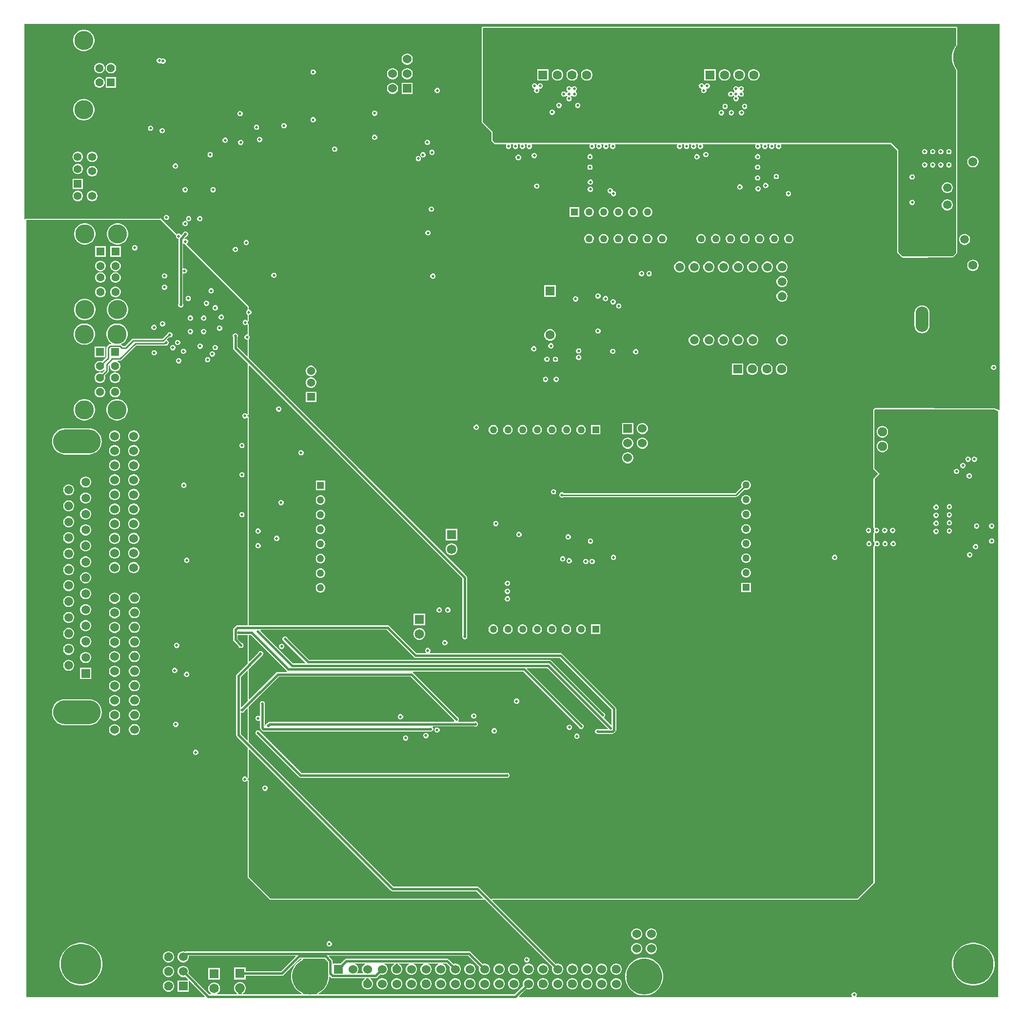
<source format=gbl>
G04*
G04 #@! TF.GenerationSoftware,Altium Limited,Altium Designer,23.3.1 (30)*
G04*
G04 Layer_Physical_Order=6*
G04 Layer_Color=16711680*
%FSLAX25Y25*%
%MOIN*%
G70*
G04*
G04 #@! TF.SameCoordinates,06538215-238A-4A1E-A02E-8B45A58771C4*
G04*
G04*
G04 #@! TF.FilePolarity,Positive*
G04*
G01*
G75*
%ADD20C,0.01000*%
%ADD148C,0.01500*%
%ADD154C,0.05543*%
%ADD155O,0.10748X0.04842*%
%ADD156R,0.05543X0.05543*%
%ADD157O,0.04842X0.10748*%
%ADD158C,0.05937*%
%ADD159R,0.05937X0.05937*%
%ADD160O,0.32409X0.16205*%
%ADD161C,0.06000*%
%ADD162R,0.06000X0.06000*%
%ADD163C,0.24410*%
%ADD164C,0.27559*%
%ADD165C,0.06496*%
%ADD166R,0.06496X0.06496*%
%ADD167R,0.06024X0.06024*%
%ADD168C,0.06024*%
%ADD169C,0.13055*%
%ADD170C,0.05622*%
%ADD171R,0.05622X0.05622*%
%ADD172C,0.04953*%
%ADD173R,0.04953X0.04953*%
%ADD174O,0.08661X0.17323*%
%ADD175R,0.04953X0.04953*%
%ADD176C,0.06299*%
%ADD177R,0.06299X0.06299*%
%ADD178C,0.06181*%
%ADD179C,0.05925*%
%ADD180R,0.05925X0.05925*%
%ADD181O,0.07480X0.14961*%
%ADD182O,0.14961X0.07480*%
%ADD183R,0.06299X0.06299*%
%ADD184R,0.05937X0.05937*%
%ADD185C,0.02000*%
%ADD186C,0.02400*%
G36*
X105030Y523470D02*
X104906Y523170D01*
Y522459D01*
X105178Y521802D01*
X105681Y521299D01*
X106337Y521027D01*
X106632D01*
Y476786D01*
X106413Y476256D01*
Y475545D01*
X106685Y474888D01*
X107187Y474385D01*
X107844Y474113D01*
X108555D01*
X109213Y474385D01*
X109715Y474888D01*
X109987Y475545D01*
Y476256D01*
X109767Y476786D01*
Y497102D01*
X110183Y497379D01*
X110345Y497313D01*
X111056D01*
X111713Y497585D01*
X112215Y498088D01*
X112487Y498744D01*
Y499455D01*
X112215Y500112D01*
X111713Y500615D01*
X111056Y500887D01*
X110345D01*
X110183Y500821D01*
X109767Y501098D01*
Y517585D01*
X110267Y517792D01*
X110354Y517705D01*
X111011Y517433D01*
X111067D01*
X154000Y474500D01*
Y472445D01*
X153688Y472315D01*
X153185Y471812D01*
X152913Y471156D01*
Y470444D01*
X153185Y469788D01*
X153688Y469285D01*
X154000Y469155D01*
Y465335D01*
X153500Y465128D01*
X153313Y465315D01*
X152655Y465587D01*
X151944D01*
X151287Y465315D01*
X150785Y464813D01*
X150513Y464155D01*
Y463445D01*
X150785Y462787D01*
X151287Y462285D01*
X151944Y462013D01*
X152655D01*
X153313Y462285D01*
X153500Y462472D01*
X154000Y462265D01*
Y455651D01*
X153898Y455583D01*
X153187D01*
X152530Y455310D01*
X152027Y454808D01*
X151755Y454151D01*
Y453440D01*
X152027Y452783D01*
X152530Y452280D01*
X153187Y452008D01*
X153898D01*
X154000Y451940D01*
Y440770D01*
X153538Y440579D01*
X147067Y447049D01*
Y453714D01*
X147287Y454245D01*
Y454955D01*
X147015Y455613D01*
X146512Y456115D01*
X145855Y456387D01*
X145144D01*
X144488Y456115D01*
X143985Y455613D01*
X143713Y454955D01*
Y454245D01*
X143932Y453714D01*
Y446400D01*
X144052Y445800D01*
X144392Y445292D01*
X154000Y435683D01*
Y401149D01*
X153582Y401031D01*
X153500Y401028D01*
X153013Y401515D01*
X152356Y401787D01*
X151645D01*
X150988Y401515D01*
X150485Y401013D01*
X150213Y400355D01*
Y399644D01*
X150485Y398988D01*
X150988Y398485D01*
X151645Y398213D01*
X152356D01*
X153013Y398485D01*
X153500Y398972D01*
X153582Y398969D01*
X154000Y398851D01*
Y256768D01*
X147100D01*
X146500Y256648D01*
X145992Y256308D01*
X144392Y254708D01*
X144052Y254200D01*
X143932Y253600D01*
Y246900D01*
X144052Y246300D01*
X144392Y245792D01*
X147590Y242594D01*
X147810Y242063D01*
X148312Y241560D01*
X148969Y241288D01*
X149680D01*
X150337Y241560D01*
X150840Y242063D01*
X151112Y242720D01*
Y243431D01*
X150840Y244088D01*
X150337Y244590D01*
X149806Y244810D01*
X147067Y247549D01*
Y249661D01*
X147444Y249913D01*
X148155D01*
X148686Y250132D01*
X154000D01*
Y230717D01*
X146592Y223308D01*
X146252Y222800D01*
X146133Y222200D01*
Y181600D01*
X146252Y181000D01*
X146592Y180492D01*
X154000Y173083D01*
Y152649D01*
X153582Y152531D01*
X153500Y152528D01*
X153013Y153015D01*
X152356Y153287D01*
X151645D01*
X150988Y153015D01*
X150485Y152513D01*
X150213Y151856D01*
Y151145D01*
X150485Y150487D01*
X150988Y149985D01*
X151645Y149713D01*
X152356D01*
X153013Y149985D01*
X153500Y150472D01*
X153582Y150469D01*
X154000Y150351D01*
Y84300D01*
X169400Y68900D01*
X316277D01*
X362272Y22905D01*
X362045Y22059D01*
Y21062D01*
X362303Y20099D01*
X362802Y19235D01*
X363507Y18530D01*
X364371Y18032D01*
X365334Y17773D01*
X366331D01*
X367295Y18032D01*
X368158Y18530D01*
X368863Y19235D01*
X369362Y20099D01*
X369620Y21062D01*
Y22059D01*
X369362Y23023D01*
X368863Y23886D01*
X368158Y24591D01*
X367295Y25090D01*
X366331Y25348D01*
X365334D01*
X364489Y25122D01*
X321172Y68438D01*
X321363Y68900D01*
X571000D01*
X582600Y80500D01*
Y310891D01*
X583100Y311098D01*
X583162Y311036D01*
X583819Y310764D01*
X584530D01*
X585187Y311036D01*
X585689Y311539D01*
X585962Y312196D01*
Y312907D01*
X585689Y313564D01*
X585187Y314067D01*
X584530Y314339D01*
X583819D01*
X583162Y314067D01*
X583100Y314005D01*
X582600Y314212D01*
Y319731D01*
X583100Y320033D01*
X583503Y319866D01*
X584214D01*
X584871Y320138D01*
X585373Y320641D01*
X585646Y321298D01*
Y322009D01*
X585373Y322666D01*
X584871Y323169D01*
X584214Y323441D01*
X583503D01*
X583100Y323274D01*
X582600Y323576D01*
Y356900D01*
X586100Y360400D01*
X582400Y364100D01*
Y404041D01*
X582859Y404500D01*
X664300Y404400D01*
X667000Y403200D01*
Y2500D01*
X570181D01*
X569990Y2962D01*
X570015Y2987D01*
X570287Y3644D01*
Y4355D01*
X570015Y5012D01*
X569513Y5515D01*
X568855Y5787D01*
X568145D01*
X567487Y5515D01*
X566985Y5012D01*
X566713Y4355D01*
Y3644D01*
X566985Y2987D01*
X567010Y2962D01*
X566819Y2500D01*
X339642D01*
X339451Y2962D01*
X344489Y8000D01*
X345334Y7773D01*
X346331D01*
X347294Y8032D01*
X348158Y8530D01*
X348863Y9235D01*
X349362Y10099D01*
X349620Y11062D01*
Y12059D01*
X349362Y13023D01*
X348863Y13886D01*
X348158Y14592D01*
X347294Y15090D01*
X346331Y15348D01*
X345334D01*
X344371Y15090D01*
X343507Y14592D01*
X342802Y13886D01*
X342303Y13023D01*
X342045Y12059D01*
Y11062D01*
X342272Y10217D01*
X336422Y4368D01*
X202448D01*
X202328Y4868D01*
X203469Y5449D01*
X205123Y6651D01*
X206569Y8097D01*
X207771Y9751D01*
X208700Y11574D01*
X209332Y13519D01*
X209651Y15538D01*
Y16478D01*
X210114Y16670D01*
X210892Y15892D01*
X211400Y15552D01*
X212000Y15432D01*
X233964D01*
X234098Y14932D01*
X233507Y14592D01*
X232802Y13886D01*
X232303Y13023D01*
X232045Y12059D01*
Y11062D01*
X232303Y10099D01*
X232802Y9235D01*
X233507Y8530D01*
X234371Y8032D01*
X235334Y7773D01*
X236331D01*
X237295Y8032D01*
X238158Y8530D01*
X238863Y9235D01*
X239362Y10099D01*
X239620Y11062D01*
Y12059D01*
X239362Y13023D01*
X238863Y13886D01*
X238158Y14592D01*
X237567Y14932D01*
X237702Y15432D01*
X241272D01*
X241872Y15552D01*
X242380Y15892D01*
X244489Y18000D01*
X245334Y17773D01*
X246331D01*
X247294Y18032D01*
X248158Y18530D01*
X248863Y19235D01*
X249362Y20099D01*
X249620Y21062D01*
Y22059D01*
X249362Y23023D01*
X248863Y23886D01*
X248158Y24591D01*
X247394Y25032D01*
X247471Y25519D01*
X247477Y25532D01*
X254188D01*
X254194Y25519D01*
X254271Y25032D01*
X253507Y24591D01*
X252802Y23886D01*
X252303Y23023D01*
X252045Y22059D01*
Y21062D01*
X252303Y20099D01*
X252802Y19235D01*
X253507Y18530D01*
X254371Y18032D01*
X255334Y17773D01*
X256331D01*
X257295Y18032D01*
X258158Y18530D01*
X258863Y19235D01*
X259362Y20099D01*
X259620Y21062D01*
Y22059D01*
X259362Y23023D01*
X258863Y23886D01*
X258158Y24591D01*
X257394Y25032D01*
X257471Y25519D01*
X257477Y25532D01*
X264188D01*
X264194Y25519D01*
X264271Y25032D01*
X263507Y24591D01*
X262802Y23886D01*
X262303Y23023D01*
X262045Y22059D01*
Y21062D01*
X262303Y20099D01*
X262802Y19235D01*
X263507Y18530D01*
X264371Y18032D01*
X265334Y17773D01*
X266331D01*
X267295Y18032D01*
X268158Y18530D01*
X268863Y19235D01*
X269362Y20099D01*
X269620Y21062D01*
Y22059D01*
X269362Y23023D01*
X268863Y23886D01*
X268158Y24591D01*
X267394Y25032D01*
X267471Y25519D01*
X267477Y25532D01*
X274188D01*
X274194Y25519D01*
X274271Y25032D01*
X273507Y24591D01*
X272802Y23886D01*
X272303Y23023D01*
X272045Y22059D01*
Y21062D01*
X272303Y20099D01*
X272802Y19235D01*
X273507Y18530D01*
X274371Y18032D01*
X275334Y17773D01*
X276331D01*
X277294Y18032D01*
X278158Y18530D01*
X278863Y19235D01*
X279362Y20099D01*
X279620Y21062D01*
Y22059D01*
X279362Y23023D01*
X278863Y23886D01*
X278158Y24591D01*
X277394Y25032D01*
X277471Y25519D01*
X277477Y25532D01*
X284188D01*
X284194Y25519D01*
X284271Y25032D01*
X283507Y24591D01*
X282802Y23886D01*
X282303Y23023D01*
X282045Y22059D01*
Y21062D01*
X282303Y20099D01*
X282802Y19235D01*
X283507Y18530D01*
X284371Y18032D01*
X285334Y17773D01*
X286331D01*
X287295Y18032D01*
X288158Y18530D01*
X288863Y19235D01*
X289362Y20099D01*
X289620Y21062D01*
Y22059D01*
X289362Y23023D01*
X288863Y23886D01*
X288158Y24591D01*
X287394Y25032D01*
X287471Y25519D01*
X287477Y25532D01*
X289644D01*
X292272Y22905D01*
X292045Y22059D01*
Y21062D01*
X292303Y20099D01*
X292802Y19235D01*
X293507Y18530D01*
X294371Y18032D01*
X295334Y17773D01*
X296331D01*
X297294Y18032D01*
X298158Y18530D01*
X298863Y19235D01*
X299362Y20099D01*
X299620Y21062D01*
Y22059D01*
X299362Y23023D01*
X298863Y23886D01*
X298158Y24591D01*
X297294Y25090D01*
X296331Y25348D01*
X295334D01*
X294489Y25122D01*
X291402Y28208D01*
X290893Y28548D01*
X290293Y28668D01*
X221372D01*
X220772Y28548D01*
X220263Y28208D01*
X217403Y25348D01*
X212045D01*
X211967Y25816D01*
Y27103D01*
X211848Y27703D01*
X211508Y28211D01*
X209596Y30123D01*
X209788Y30586D01*
X304591D01*
X312272Y22905D01*
X312045Y22059D01*
Y21062D01*
X312303Y20099D01*
X312802Y19235D01*
X313507Y18530D01*
X314371Y18032D01*
X315334Y17773D01*
X316331D01*
X317295Y18032D01*
X318158Y18530D01*
X318863Y19235D01*
X319362Y20099D01*
X319620Y21062D01*
Y22059D01*
X319362Y23023D01*
X318863Y23886D01*
X318158Y24591D01*
X317295Y25090D01*
X316331Y25348D01*
X315334D01*
X314489Y25122D01*
X306349Y33261D01*
X305840Y33601D01*
X305240Y33720D01*
X112011D01*
X111411Y33601D01*
X111291Y33521D01*
X110336Y33777D01*
X109336D01*
X108369Y33518D01*
X107503Y33018D01*
X106796Y32311D01*
X106296Y31444D01*
X106037Y30478D01*
Y29478D01*
X106296Y28512D01*
X106796Y27645D01*
X107503Y26938D01*
X108369Y26438D01*
X109336Y26179D01*
X110336D01*
X111302Y26438D01*
X112169Y26938D01*
X112876Y27645D01*
X113376Y28512D01*
X113635Y29478D01*
Y30478D01*
X113717Y30586D01*
X186515D01*
X186707Y30123D01*
X176738Y20155D01*
X152725D01*
Y22623D01*
X144654D01*
Y14552D01*
X152725D01*
Y17020D01*
X177388D01*
X177988Y17139D01*
X178496Y17479D01*
X189752Y28736D01*
X190835D01*
X190955Y28236D01*
X189850Y27673D01*
X188196Y26471D01*
X186750Y25025D01*
X185548Y23370D01*
X184619Y21548D01*
X183987Y19603D01*
X183667Y17583D01*
Y15538D01*
X183987Y13519D01*
X184619Y11574D01*
X185548Y9751D01*
X186750Y8097D01*
X188196Y6651D01*
X189850Y5449D01*
X190991Y4868D01*
X190871Y4368D01*
X150683D01*
X150610Y4459D01*
X150733Y5108D01*
X151167Y5358D01*
X151918Y6110D01*
X152450Y7030D01*
X152725Y8056D01*
Y9119D01*
X152450Y10145D01*
X151918Y11065D01*
X151167Y11817D01*
X150247Y12348D01*
X149221Y12623D01*
X148158D01*
X147132Y12348D01*
X146211Y11817D01*
X145460Y11065D01*
X144929Y10145D01*
X144654Y9119D01*
Y8056D01*
X144929Y7030D01*
X145460Y6110D01*
X146211Y5358D01*
X146646Y5108D01*
X146768Y4459D01*
X146695Y4368D01*
X133135D01*
X133001Y4868D01*
X133533Y5175D01*
X134285Y5926D01*
X134816Y6846D01*
X135091Y7873D01*
Y8935D01*
X134816Y9961D01*
X134285Y10882D01*
X133533Y11633D01*
X132613Y12164D01*
X131587Y12439D01*
X130524D01*
X129498Y12164D01*
X128578Y11633D01*
X127826Y10882D01*
X127295Y9961D01*
X127020Y8935D01*
Y7873D01*
X127295Y6846D01*
X127826Y5926D01*
X128578Y5175D01*
X129110Y4868D01*
X128976Y4368D01*
X127663D01*
X113406Y18624D01*
X113635Y19478D01*
Y20478D01*
X113376Y21444D01*
X112876Y22311D01*
X112169Y23018D01*
X111302Y23518D01*
X110336Y23777D01*
X109336D01*
X108369Y23518D01*
X107503Y23018D01*
X106796Y22311D01*
X106296Y21444D01*
X106037Y20478D01*
Y19478D01*
X106296Y18512D01*
X106796Y17645D01*
X107503Y16938D01*
X108369Y16438D01*
X109336Y16179D01*
X110336D01*
X111189Y16408D01*
X113320Y14277D01*
X113113Y13777D01*
X106037D01*
Y6179D01*
X113635D01*
Y13255D01*
X114135Y13462D01*
X124635Y2962D01*
X124444Y2500D01*
X2500D01*
Y534000D01*
X22792D01*
X23031Y533968D01*
X28937D01*
X29177Y534000D01*
X94100D01*
X94300Y534200D01*
X105030Y523470D01*
D02*
G37*
G36*
X667979Y404049D02*
X667804Y403929D01*
X667479Y403827D01*
X667446Y403849D01*
X667326Y403934D01*
X664626Y405134D01*
X664616Y405136D01*
X664608Y405141D01*
X664464Y405170D01*
X664321Y405203D01*
X664311Y405201D01*
X664301Y405203D01*
X582860Y405302D01*
X582860Y405302D01*
X582859Y405302D01*
X582712Y405273D01*
X582552Y405242D01*
X582552Y405241D01*
X582552Y405241D01*
X582425Y405157D01*
X582292Y405068D01*
X582292Y405068D01*
X582291Y405068D01*
X581833Y404609D01*
X581833Y404609D01*
X581832Y404609D01*
X581743Y404476D01*
X581658Y404349D01*
X581658Y404349D01*
X581658Y404349D01*
X581629Y404200D01*
X581597Y404042D01*
X581597Y404041D01*
X581597Y404041D01*
Y364100D01*
X581658Y363793D01*
X581832Y363532D01*
X584965Y360400D01*
X582032Y357468D01*
X581858Y357207D01*
X581797Y356900D01*
Y323576D01*
X581816Y323481D01*
X581820Y323384D01*
X581846Y323329D01*
X581858Y323269D01*
X581912Y323188D01*
X581953Y323101D01*
X581998Y323060D01*
X582032Y323009D01*
X582343Y322666D01*
X582071Y322009D01*
Y321298D01*
X582343Y320641D01*
X582032Y320298D01*
X581998Y320248D01*
X581953Y320207D01*
X581912Y320119D01*
X581858Y320038D01*
X581846Y319978D01*
X581820Y319923D01*
X581816Y319826D01*
X581797Y319731D01*
Y314212D01*
X581858Y313905D01*
X582032Y313644D01*
X582293Y313470D01*
X582572Y313355D01*
X582387Y312907D01*
Y312196D01*
X582572Y311748D01*
X582293Y311632D01*
X582032Y311458D01*
X581858Y311198D01*
X581797Y310891D01*
Y80832D01*
X570668Y69703D01*
X321363D01*
X321056Y69642D01*
X320796Y69468D01*
X320193Y69418D01*
X312102Y77508D01*
X311593Y77848D01*
X310993Y77968D01*
X253549D01*
X154518Y176999D01*
X154568Y177602D01*
X154742Y177863D01*
X154803Y178170D01*
Y199830D01*
X154742Y200137D01*
X154568Y200398D01*
X154518Y201001D01*
X175166Y221649D01*
X265258D01*
X294889Y192018D01*
X295109Y191488D01*
X295328Y191268D01*
X295121Y190768D01*
X169025D01*
X168425Y190648D01*
X167916Y190308D01*
X167418Y189810D01*
X166887Y189591D01*
X166385Y189088D01*
X166113Y188431D01*
Y188161D01*
X165613Y187790D01*
X165568Y187804D01*
Y202189D01*
X165787Y202720D01*
Y203431D01*
X165515Y204088D01*
X165013Y204591D01*
X164356Y204863D01*
X163645D01*
X162987Y204591D01*
X162485Y204088D01*
X162213Y203431D01*
Y202720D01*
X162433Y202189D01*
Y194949D01*
X161933Y194690D01*
X161456Y194887D01*
X160745D01*
X160088Y194615D01*
X159585Y194113D01*
X159313Y193456D01*
Y192745D01*
X159585Y192087D01*
X160088Y191585D01*
X160745Y191313D01*
X161456D01*
X161933Y191510D01*
X162433Y191251D01*
Y186600D01*
X162552Y186000D01*
X162892Y185492D01*
X163692Y184692D01*
X164200Y184352D01*
X164800Y184232D01*
X278214D01*
X278745Y184013D01*
X279455D01*
X280113Y184285D01*
X280615Y184787D01*
X280887Y185444D01*
Y186155D01*
X280615Y186812D01*
X280295Y187133D01*
X280502Y187633D01*
X308614D01*
X309144Y187413D01*
X309856D01*
X310512Y187685D01*
X311015Y188188D01*
X311287Y188845D01*
Y189556D01*
X311015Y190213D01*
X310512Y190715D01*
X309856Y190987D01*
X309144D01*
X308614Y190768D01*
X298126D01*
X297919Y191268D01*
X298139Y191488D01*
X298411Y192145D01*
Y192856D01*
X298139Y193512D01*
X297636Y194015D01*
X297105Y194235D01*
X267016Y224325D01*
X266950Y224368D01*
X266833Y225048D01*
X266895Y225132D01*
X342201D01*
X380225Y187108D01*
X380445Y186577D01*
X380947Y186075D01*
X381605Y185803D01*
X382315D01*
X382973Y186075D01*
X383475Y186577D01*
X383747Y187234D01*
Y187945D01*
X383475Y188602D01*
X382973Y189105D01*
X382442Y189325D01*
X344696Y227070D01*
X344888Y227533D01*
X358793D01*
X400159Y186168D01*
X399951Y185668D01*
X394086D01*
X393555Y185887D01*
X392845D01*
X392188Y185615D01*
X391685Y185113D01*
X391413Y184456D01*
Y183745D01*
X391685Y183088D01*
X392188Y182585D01*
X392845Y182313D01*
X393555D01*
X394086Y182533D01*
X403200D01*
X403800Y182652D01*
X404308Y182992D01*
X405408Y184092D01*
X405748Y184600D01*
X405867Y185200D01*
Y199600D01*
X405748Y200200D01*
X405408Y200708D01*
X369008Y237108D01*
X368500Y237448D01*
X367900Y237567D01*
X278362D01*
X278324Y237629D01*
X278208Y238068D01*
X278618Y238477D01*
X278890Y239134D01*
Y239845D01*
X278618Y240502D01*
X278115Y241005D01*
X277458Y241277D01*
X276747D01*
X276090Y241005D01*
X275587Y240502D01*
X275315Y239845D01*
Y239134D01*
X275587Y238477D01*
X275996Y238068D01*
X275881Y237629D01*
X275843Y237567D01*
X269449D01*
X250708Y256308D01*
X250200Y256648D01*
X249600Y256768D01*
X154803D01*
Y398851D01*
X154794Y398898D01*
X154797Y398946D01*
X154763Y399051D01*
X154742Y399158D01*
X154715Y399198D01*
X154700Y399244D01*
X154629Y399327D01*
X154568Y399419D01*
X154528Y399446D01*
X154497Y399482D01*
X154399Y399532D01*
X154307Y399593D01*
X154260Y399602D01*
X154217Y399624D01*
X153800Y399742D01*
X153787Y399743D01*
Y400257D01*
X153800Y400258D01*
X154217Y400376D01*
X154260Y400398D01*
X154307Y400407D01*
X154399Y400468D01*
X154497Y400518D01*
X154528Y400555D01*
X154568Y400581D01*
X154629Y400673D01*
X154700Y400756D01*
X154715Y400802D01*
X154742Y400842D01*
X154763Y400949D01*
X154797Y401054D01*
X154794Y401102D01*
X154803Y401149D01*
Y434227D01*
X155265Y434418D01*
X300771Y288912D01*
Y249848D01*
X300551Y249317D01*
Y248606D01*
X300823Y247949D01*
X301326Y247446D01*
X301983Y247174D01*
X302694D01*
X303351Y247446D01*
X303854Y247949D01*
X304126Y248606D01*
Y249317D01*
X303906Y249848D01*
Y289562D01*
X303787Y290161D01*
X303447Y290670D01*
X154518Y439599D01*
X154568Y440202D01*
X154742Y440463D01*
X154803Y440770D01*
Y451940D01*
X154787Y452017D01*
Y452096D01*
X154757Y452169D01*
X154742Y452247D01*
X154698Y452313D01*
X154667Y452386D01*
X154664Y452389D01*
X155058Y452783D01*
X155330Y453440D01*
Y454151D01*
X155058Y454808D01*
X154667Y455198D01*
Y455205D01*
X154698Y455278D01*
X154742Y455344D01*
X154757Y455421D01*
X154787Y455494D01*
Y455573D01*
X154803Y455651D01*
Y462265D01*
X154742Y462572D01*
X154568Y462833D01*
X154307Y463007D01*
X153965Y463149D01*
X154087Y463445D01*
Y464155D01*
X153965Y464451D01*
X154307Y464593D01*
X154568Y464767D01*
X154742Y465028D01*
X154803Y465335D01*
Y469013D01*
X155055D01*
X155712Y469285D01*
X156215Y469788D01*
X156487Y470444D01*
Y471156D01*
X156215Y471812D01*
X155712Y472315D01*
X155055Y472587D01*
X154803D01*
Y474500D01*
X154803Y474500D01*
X154742Y474807D01*
X154568Y475068D01*
X112305Y517331D01*
X112379Y517705D01*
X112882Y518208D01*
X113154Y518865D01*
Y519576D01*
X112882Y520233D01*
X112379Y520736D01*
X111722Y521008D01*
X111031D01*
X110979Y521065D01*
X110763Y521446D01*
X111882Y522565D01*
X112413Y522785D01*
X112915Y523287D01*
X113187Y523945D01*
Y524655D01*
X112915Y525313D01*
X112413Y525815D01*
X111756Y526087D01*
X111045D01*
X110388Y525815D01*
X109885Y525313D01*
X109665Y524782D01*
X108707Y523824D01*
X108105Y523929D01*
X107705Y524329D01*
X107048Y524601D01*
X106337D01*
X105681Y524329D01*
X105493Y524142D01*
X94868Y534768D01*
X94607Y534942D01*
X94300Y535003D01*
X93993Y534942D01*
X93785Y534803D01*
X29177D01*
X29125Y534793D01*
X29072Y534796D01*
X28884Y534771D01*
X23084D01*
X22897Y534796D01*
X22844Y534793D01*
X22792Y534803D01*
X2500D01*
X2193Y534742D01*
X1932Y534568D01*
X1813Y534389D01*
X1447Y534422D01*
X1313Y534472D01*
Y667979D01*
X667979D01*
Y404049D01*
D02*
G37*
G36*
X180592Y225592D02*
X180657Y225548D01*
X180775Y224868D01*
X180713Y224784D01*
X174516D01*
X173916Y224665D01*
X173408Y224325D01*
X155265Y206182D01*
X154803Y206373D01*
Y225630D01*
X154742Y225937D01*
X154568Y226198D01*
X154518Y226801D01*
X163282Y235565D01*
X163812Y235785D01*
X164315Y236287D01*
X164587Y236945D01*
Y237655D01*
X164315Y238313D01*
X163812Y238815D01*
X163155Y239087D01*
X162444D01*
X161787Y238815D01*
X161285Y238313D01*
X161065Y237782D01*
X155265Y231982D01*
X154803Y232173D01*
Y250132D01*
X156051D01*
X180592Y225592D01*
D02*
G37*
G36*
X154000Y225630D02*
Y204917D01*
X149767Y200684D01*
X149267Y200891D01*
Y221551D01*
X153538Y225821D01*
X154000Y225630D01*
D02*
G37*
G36*
X267692Y234892D02*
X268200Y234552D01*
X268800Y234433D01*
X367251D01*
X402733Y198951D01*
Y188734D01*
X402233Y188527D01*
X397485Y193274D01*
X397566Y193682D01*
X397657Y193810D01*
X398134Y194288D01*
X398406Y194945D01*
Y195656D01*
X398134Y196312D01*
X397631Y196815D01*
X397100Y197035D01*
X361427Y232708D01*
X360918Y233048D01*
X360319Y233168D01*
X195839D01*
X181235Y247771D01*
X181015Y248302D01*
X180512Y248805D01*
X179856Y249077D01*
X179145D01*
X178488Y248805D01*
X177985Y248302D01*
X177713Y247645D01*
Y246934D01*
X177985Y246277D01*
X178488Y245774D01*
X179018Y245554D01*
X193443Y231130D01*
X193252Y230667D01*
X184939D01*
X162835Y252771D01*
X162686Y253133D01*
X162938Y253632D01*
X248951D01*
X267692Y234892D01*
D02*
G37*
G36*
X154000Y199830D02*
Y178170D01*
X153538Y177979D01*
X149267Y182249D01*
Y196661D01*
X149644Y196913D01*
X150356D01*
X151013Y197185D01*
X151515Y197687D01*
X151735Y198218D01*
X153538Y200021D01*
X154000Y199830D01*
D02*
G37*
G36*
X251792Y75292D02*
X252300Y74952D01*
X252900Y74832D01*
X310344D01*
X315012Y70165D01*
X314821Y69703D01*
X169732D01*
X154803Y84633D01*
Y150351D01*
X154794Y150398D01*
X154797Y150446D01*
X154763Y150551D01*
X154742Y150658D01*
X154715Y150698D01*
X154700Y150744D01*
X154629Y150827D01*
X154568Y150919D01*
X154528Y150945D01*
X154497Y150982D01*
X154399Y151032D01*
X154307Y151093D01*
X154260Y151102D01*
X154217Y151124D01*
X153800Y151242D01*
X153787Y151242D01*
Y151758D01*
X153800Y151759D01*
X154217Y151876D01*
X154260Y151898D01*
X154307Y151907D01*
X154399Y151968D01*
X154497Y152018D01*
X154528Y152055D01*
X154568Y152081D01*
X154629Y152173D01*
X154700Y152256D01*
X154715Y152302D01*
X154742Y152342D01*
X154763Y152449D01*
X154797Y152554D01*
X154794Y152602D01*
X154803Y152649D01*
Y171627D01*
X155265Y171818D01*
X251792Y75292D01*
D02*
G37*
G36*
X256512Y25263D02*
X256598Y25137D01*
X256608Y24991D01*
X256614Y24845D01*
X256618Y24835D01*
X256619Y24825D01*
X256684Y24693D01*
X256745Y24560D01*
X256753Y24553D01*
X256757Y24544D01*
X256867Y24447D01*
X256975Y24348D01*
X256985Y24344D01*
X256993Y24337D01*
X257665Y23949D01*
X258221Y23393D01*
X258614Y22713D01*
X258817Y21954D01*
Y21168D01*
X258614Y20409D01*
X258221Y19728D01*
X257665Y19173D01*
X256985Y18780D01*
X256225Y18576D01*
X255440D01*
X254681Y18780D01*
X254000Y19173D01*
X253444Y19728D01*
X253051Y20409D01*
X252848Y21168D01*
Y21954D01*
X253051Y22713D01*
X253444Y23393D01*
X254000Y23949D01*
X254672Y24337D01*
X254680Y24344D01*
X254690Y24348D01*
X254798Y24447D01*
X254908Y24544D01*
X254912Y24553D01*
X254920Y24560D01*
X254982Y24693D01*
X255046Y24825D01*
X255047Y24835D01*
X255051Y24845D01*
X255057Y24991D01*
X255067Y25137D01*
X255154Y25263D01*
X255384Y25532D01*
X256281D01*
X256512Y25263D01*
D02*
G37*
G36*
X234194Y25519D02*
X234271Y25032D01*
X233507Y24591D01*
X232802Y23886D01*
X232303Y23023D01*
X232045Y22059D01*
Y21062D01*
X232303Y20099D01*
X232802Y19235D01*
X233008Y19029D01*
X232816Y18567D01*
X228849D01*
X228658Y19029D01*
X228863Y19235D01*
X229362Y20099D01*
X229620Y21062D01*
Y22059D01*
X229362Y23023D01*
X228863Y23886D01*
X228158Y24591D01*
X227394Y25032D01*
X227471Y25519D01*
X227477Y25532D01*
X234188D01*
X234194Y25519D01*
D02*
G37*
G36*
X236607Y15258D02*
X236771Y15037D01*
X236778Y14932D01*
X236771Y14828D01*
X236789Y14777D01*
X236792Y14725D01*
X236839Y14630D01*
X236872Y14531D01*
X236907Y14491D01*
X236930Y14444D01*
X237010Y14375D01*
X237079Y14296D01*
X237126Y14272D01*
X237166Y14237D01*
X237665Y13949D01*
X238221Y13393D01*
X238614Y12713D01*
X238817Y11954D01*
Y11168D01*
X238614Y10409D01*
X238221Y9728D01*
X237665Y9172D01*
X236985Y8780D01*
X236226Y8576D01*
X235440D01*
X234681Y8780D01*
X234000Y9172D01*
X233444Y9728D01*
X233051Y10409D01*
X232848Y11168D01*
Y11954D01*
X233051Y12713D01*
X233444Y13393D01*
X234000Y13949D01*
X234499Y14237D01*
X234539Y14272D01*
X234587Y14296D01*
X234656Y14375D01*
X234735Y14444D01*
X234758Y14491D01*
X234793Y14531D01*
X234827Y14630D01*
X234873Y14725D01*
X234877Y14777D01*
X234894Y14828D01*
X234887Y14932D01*
X234894Y15037D01*
X235058Y15258D01*
X235244Y15432D01*
X236421D01*
X236607Y15258D01*
D02*
G37*
G36*
X208833Y26454D02*
Y18600D01*
X208952Y18000D01*
X209162Y17686D01*
X209178Y17644D01*
X209111Y17104D01*
X209084Y17046D01*
X208910Y16786D01*
X208849Y16478D01*
Y15601D01*
X208548Y13706D01*
X207956Y11882D01*
X207085Y10172D01*
X205957Y8620D01*
X204600Y7263D01*
X203048Y6136D01*
X201963Y5583D01*
X201913Y5544D01*
X201856Y5517D01*
X201792Y5447D01*
X201717Y5389D01*
X201686Y5334D01*
X201643Y5287D01*
X201610Y5198D01*
X201564Y5116D01*
X201557Y5053D01*
X201535Y4993D01*
X201538Y4899D01*
X201527Y4804D01*
X201384Y4577D01*
X201182Y4368D01*
X192136D01*
X191934Y4577D01*
X191791Y4804D01*
X191780Y4899D01*
X191784Y4993D01*
X191762Y5053D01*
X191755Y5116D01*
X191708Y5198D01*
X191676Y5287D01*
X191633Y5334D01*
X191602Y5389D01*
X191527Y5447D01*
X191463Y5517D01*
X191405Y5544D01*
X191356Y5583D01*
X190271Y6136D01*
X188719Y7263D01*
X187362Y8620D01*
X186234Y10172D01*
X185363Y11882D01*
X184770Y13706D01*
X184470Y15601D01*
Y17520D01*
X184770Y19415D01*
X185363Y21240D01*
X186234Y22949D01*
X187362Y24502D01*
X188719Y25858D01*
X190271Y26986D01*
X191319Y27520D01*
X191369Y27559D01*
X191427Y27586D01*
X191491Y27656D01*
X191565Y27714D01*
X191596Y27769D01*
X191639Y27816D01*
X191672Y27905D01*
X191718Y27987D01*
X191726Y28050D01*
X191748Y28110D01*
X191744Y28205D01*
X191755Y28299D01*
X191898Y28526D01*
X192100Y28736D01*
X206551D01*
X208833Y26454D01*
D02*
G37*
G36*
X149937Y11600D02*
X150674Y11174D01*
X151276Y10572D01*
X151701Y9835D01*
X151922Y9013D01*
Y8162D01*
X151701Y7340D01*
X151276Y6603D01*
X150674Y6001D01*
X150331Y5803D01*
X150309Y5783D01*
X150280Y5771D01*
X150191Y5680D01*
X150096Y5596D01*
X150082Y5569D01*
X150061Y5548D01*
X150013Y5430D01*
X149957Y5316D01*
X149955Y5285D01*
X149944Y5257D01*
X149821Y4609D01*
X149551Y4451D01*
X149331Y4368D01*
X148047D01*
X147827Y4451D01*
X147557Y4609D01*
X147434Y5257D01*
X147423Y5285D01*
X147421Y5316D01*
X147365Y5430D01*
X147317Y5548D01*
X147296Y5569D01*
X147283Y5596D01*
X147187Y5680D01*
X147098Y5771D01*
X147070Y5783D01*
X147047Y5803D01*
X146704Y6001D01*
X146102Y6603D01*
X145677Y7340D01*
X145457Y8162D01*
Y9013D01*
X145677Y9835D01*
X146102Y10572D01*
X146704Y11174D01*
X147441Y11600D01*
X148264Y11820D01*
X149115D01*
X149937Y11600D01*
D02*
G37*
%LPC*%
G36*
X65682Y531727D02*
X64241D01*
X62827Y531446D01*
X61496Y530895D01*
X60298Y530094D01*
X59279Y529075D01*
X58479Y527877D01*
X57927Y526546D01*
X57646Y525133D01*
Y523692D01*
X57927Y522279D01*
X58479Y520948D01*
X59279Y519749D01*
X60298Y518730D01*
X61496Y517930D01*
X62827Y517379D01*
X64241Y517097D01*
X65682D01*
X67095Y517379D01*
X68426Y517930D01*
X69624Y518730D01*
X70643Y519749D01*
X71444Y520948D01*
X71995Y522279D01*
X72276Y523692D01*
Y525133D01*
X71995Y526546D01*
X71444Y527877D01*
X70643Y529075D01*
X69624Y530094D01*
X68426Y530895D01*
X67095Y531446D01*
X65682Y531727D01*
D02*
G37*
G36*
X43319D02*
X41879D01*
X40465Y531446D01*
X39134Y530895D01*
X37936Y530094D01*
X36917Y529075D01*
X36117Y527877D01*
X35565Y526546D01*
X35284Y525133D01*
Y523692D01*
X35565Y522279D01*
X36117Y520948D01*
X36917Y519749D01*
X37936Y518730D01*
X39134Y517930D01*
X40465Y517379D01*
X41879Y517097D01*
X43319D01*
X44733Y517379D01*
X46064Y517930D01*
X47262Y518730D01*
X48281Y519749D01*
X49081Y520948D01*
X49633Y522279D01*
X49914Y523692D01*
Y525133D01*
X49633Y526546D01*
X49081Y527877D01*
X48281Y529075D01*
X47262Y530094D01*
X46064Y530895D01*
X44733Y531446D01*
X43319Y531727D01*
D02*
G37*
G36*
X77156Y516687D02*
X76445D01*
X75788Y516415D01*
X75285Y515912D01*
X75013Y515255D01*
Y514544D01*
X75285Y513888D01*
X75788Y513385D01*
X76445Y513113D01*
X77156D01*
X77812Y513385D01*
X78315Y513888D01*
X78587Y514544D01*
Y515255D01*
X78315Y515912D01*
X77812Y516415D01*
X77156Y516687D01*
D02*
G37*
G36*
X67182Y515924D02*
X59985D01*
Y508727D01*
X67182D01*
Y515924D01*
D02*
G37*
G36*
X56867D02*
X49670D01*
Y508727D01*
X56867D01*
Y515924D01*
D02*
G37*
G36*
X64057Y506082D02*
X63110D01*
X62195Y505836D01*
X61374Y505363D01*
X60704Y504693D01*
X60230Y503872D01*
X59985Y502957D01*
Y502009D01*
X60230Y501094D01*
X60704Y500274D01*
X61374Y499604D01*
X62195Y499130D01*
X63110Y498885D01*
X64057D01*
X64972Y499130D01*
X65793Y499604D01*
X66463Y500274D01*
X66937Y501094D01*
X67182Y502009D01*
Y502957D01*
X66937Y503872D01*
X66463Y504693D01*
X65793Y505363D01*
X64972Y505836D01*
X64057Y506082D01*
D02*
G37*
G36*
X53742D02*
X52795D01*
X51880Y505836D01*
X51059Y505363D01*
X50389Y504693D01*
X49915Y503872D01*
X49670Y502957D01*
Y502009D01*
X49915Y501094D01*
X50389Y500274D01*
X51059Y499604D01*
X51880Y499130D01*
X52795Y498885D01*
X53742D01*
X54657Y499130D01*
X55478Y499604D01*
X56148Y500274D01*
X56622Y501094D01*
X56867Y502009D01*
Y502957D01*
X56622Y503872D01*
X56148Y504693D01*
X55478Y505363D01*
X54657Y505836D01*
X53742Y506082D01*
D02*
G37*
G36*
X97456Y497487D02*
X96745D01*
X96087Y497215D01*
X95585Y496712D01*
X95313Y496056D01*
Y495344D01*
X95585Y494688D01*
X96087Y494185D01*
X96745Y493913D01*
X97456D01*
X98112Y494185D01*
X98615Y494688D01*
X98887Y495344D01*
Y496056D01*
X98615Y496712D01*
X98112Y497215D01*
X97456Y497487D01*
D02*
G37*
G36*
X64057Y498208D02*
X63110D01*
X62195Y497962D01*
X61374Y497489D01*
X60704Y496819D01*
X60230Y495998D01*
X59985Y495083D01*
Y494136D01*
X60230Y493220D01*
X60704Y492400D01*
X61374Y491730D01*
X62195Y491256D01*
X63110Y491011D01*
X64057D01*
X64972Y491256D01*
X65793Y491730D01*
X66463Y492400D01*
X66937Y493220D01*
X67182Y494136D01*
Y495083D01*
X66937Y495998D01*
X66463Y496819D01*
X65793Y497489D01*
X64972Y497962D01*
X64057Y498208D01*
D02*
G37*
G36*
X53742D02*
X52795D01*
X51880Y497962D01*
X51059Y497489D01*
X50389Y496819D01*
X49915Y495998D01*
X49670Y495083D01*
Y494136D01*
X49915Y493220D01*
X50389Y492400D01*
X51059Y491730D01*
X51880Y491256D01*
X52795Y491011D01*
X53742D01*
X54657Y491256D01*
X55478Y491730D01*
X56148Y492400D01*
X56622Y493220D01*
X56867Y494136D01*
Y495083D01*
X56622Y495998D01*
X56148Y496819D01*
X55478Y497489D01*
X54657Y497962D01*
X53742Y498208D01*
D02*
G37*
G36*
X97456Y489687D02*
X96745D01*
X96087Y489415D01*
X95585Y488912D01*
X95313Y488256D01*
Y487544D01*
X95585Y486888D01*
X96087Y486385D01*
X96745Y486113D01*
X97456D01*
X98112Y486385D01*
X98615Y486888D01*
X98887Y487544D01*
Y488256D01*
X98615Y488912D01*
X98112Y489415D01*
X97456Y489687D01*
D02*
G37*
G36*
X129335Y487265D02*
X128624D01*
X127967Y486993D01*
X127464Y486490D01*
X127192Y485833D01*
Y485122D01*
X127464Y484465D01*
X127967Y483962D01*
X128624Y483690D01*
X129335D01*
X129992Y483962D01*
X130495Y484465D01*
X130767Y485122D01*
Y485833D01*
X130495Y486490D01*
X129992Y486993D01*
X129335Y487265D01*
D02*
G37*
G36*
X64057Y488365D02*
X63110D01*
X62195Y488120D01*
X61374Y487646D01*
X60704Y486976D01*
X60230Y486156D01*
X59985Y485241D01*
Y484293D01*
X60230Y483378D01*
X60704Y482557D01*
X61374Y481887D01*
X62195Y481414D01*
X63110Y481168D01*
X64057D01*
X64972Y481414D01*
X65793Y481887D01*
X66463Y482557D01*
X66937Y483378D01*
X67182Y484293D01*
Y485241D01*
X66937Y486156D01*
X66463Y486976D01*
X65793Y487646D01*
X64972Y488120D01*
X64057Y488365D01*
D02*
G37*
G36*
X53742D02*
X52795D01*
X51880Y488120D01*
X51059Y487646D01*
X50389Y486976D01*
X49915Y486156D01*
X49670Y485241D01*
Y484293D01*
X49915Y483378D01*
X50389Y482557D01*
X51059Y481887D01*
X51880Y481414D01*
X52795Y481168D01*
X53742D01*
X54657Y481414D01*
X55478Y481887D01*
X56148Y482557D01*
X56622Y483378D01*
X56867Y484293D01*
Y485241D01*
X56622Y486156D01*
X56148Y486976D01*
X55478Y487646D01*
X54657Y488120D01*
X53742Y488365D01*
D02*
G37*
G36*
X113655Y482087D02*
X112944D01*
X112287Y481815D01*
X111785Y481313D01*
X111513Y480655D01*
Y479945D01*
X111785Y479287D01*
X112287Y478785D01*
X112944Y478513D01*
X113655D01*
X114313Y478785D01*
X114815Y479287D01*
X115087Y479945D01*
Y480655D01*
X114815Y481313D01*
X114313Y481815D01*
X113655Y482087D01*
D02*
G37*
G36*
X126056Y478787D02*
X125345D01*
X124688Y478515D01*
X124185Y478013D01*
X123913Y477355D01*
Y476645D01*
X124185Y475987D01*
X124688Y475485D01*
X125345Y475213D01*
X126056D01*
X126713Y475485D01*
X127215Y475987D01*
X127487Y476645D01*
Y477355D01*
X127215Y478013D01*
X126713Y478515D01*
X126056Y478787D01*
D02*
G37*
G36*
X132156Y475587D02*
X131445D01*
X130788Y475315D01*
X130285Y474813D01*
X130013Y474156D01*
Y473445D01*
X130285Y472788D01*
X130788Y472285D01*
X131445Y472013D01*
X132156D01*
X132812Y472285D01*
X133315Y472788D01*
X133587Y473445D01*
Y474156D01*
X133315Y474813D01*
X132812Y475315D01*
X132156Y475587D01*
D02*
G37*
G36*
X136256Y469287D02*
X135545D01*
X134888Y469015D01*
X134385Y468512D01*
X134113Y467856D01*
Y467144D01*
X134385Y466488D01*
X134888Y465985D01*
X135545Y465713D01*
X136256D01*
X136913Y465985D01*
X137415Y466488D01*
X137687Y467144D01*
Y467856D01*
X137415Y468512D01*
X136913Y469015D01*
X136256Y469287D01*
D02*
G37*
G36*
X65682Y479995D02*
X64241D01*
X62827Y479714D01*
X61496Y479163D01*
X60298Y478362D01*
X59279Y477343D01*
X58479Y476145D01*
X57927Y474814D01*
X57646Y473401D01*
Y471960D01*
X57927Y470546D01*
X58479Y469215D01*
X59279Y468017D01*
X60298Y466998D01*
X61496Y466198D01*
X62827Y465646D01*
X64241Y465365D01*
X65682D01*
X67095Y465646D01*
X68426Y466198D01*
X69624Y466998D01*
X70643Y468017D01*
X71444Y469215D01*
X71995Y470546D01*
X72276Y471960D01*
Y473401D01*
X71995Y474814D01*
X71444Y476145D01*
X70643Y477343D01*
X69624Y478362D01*
X68426Y479163D01*
X67095Y479714D01*
X65682Y479995D01*
D02*
G37*
G36*
X43319D02*
X41879D01*
X40465Y479714D01*
X39134Y479163D01*
X37936Y478362D01*
X36917Y477343D01*
X36117Y476145D01*
X35565Y474814D01*
X35284Y473401D01*
Y471960D01*
X35565Y470546D01*
X36117Y469215D01*
X36917Y468017D01*
X37936Y466998D01*
X39134Y466198D01*
X40465Y465646D01*
X41879Y465365D01*
X43319D01*
X44733Y465646D01*
X46064Y466198D01*
X47262Y466998D01*
X48281Y468017D01*
X49081Y469215D01*
X49633Y470546D01*
X49914Y471960D01*
Y473401D01*
X49633Y474814D01*
X49081Y476145D01*
X48281Y477343D01*
X47262Y478362D01*
X46064Y479163D01*
X44733Y479714D01*
X43319Y479995D01*
D02*
G37*
G36*
X124256Y468587D02*
X123545D01*
X122888Y468315D01*
X122385Y467812D01*
X122113Y467156D01*
Y466444D01*
X122385Y465788D01*
X122888Y465285D01*
X123545Y465013D01*
X124256D01*
X124913Y465285D01*
X125415Y465788D01*
X125687Y466444D01*
Y467156D01*
X125415Y467812D01*
X124913Y468315D01*
X124256Y468587D01*
D02*
G37*
G36*
X115155D02*
X114444D01*
X113787Y468315D01*
X113285Y467812D01*
X113013Y467156D01*
Y466444D01*
X113285Y465788D01*
X113787Y465285D01*
X114444Y465013D01*
X115155D01*
X115813Y465285D01*
X116315Y465788D01*
X116587Y466444D01*
Y467156D01*
X116315Y467812D01*
X115813Y468315D01*
X115155Y468587D01*
D02*
G37*
G36*
X96056Y464687D02*
X95345D01*
X94687Y464415D01*
X94185Y463912D01*
X93913Y463256D01*
Y462544D01*
X94185Y461888D01*
X94687Y461385D01*
X95345Y461113D01*
X96056D01*
X96712Y461385D01*
X97215Y461888D01*
X97487Y462544D01*
Y463256D01*
X97215Y463912D01*
X96712Y464415D01*
X96056Y464687D01*
D02*
G37*
G36*
X90277Y462309D02*
X89566D01*
X88909Y462037D01*
X88406Y461534D01*
X88134Y460877D01*
Y460166D01*
X88406Y459509D01*
X88909Y459006D01*
X89566Y458734D01*
X90277D01*
X90934Y459006D01*
X91437Y459509D01*
X91709Y460166D01*
Y460877D01*
X91437Y461534D01*
X90934Y462037D01*
X90277Y462309D01*
D02*
G37*
G36*
X135055Y461687D02*
X134344D01*
X133687Y461415D01*
X133185Y460913D01*
X132913Y460255D01*
Y459545D01*
X133185Y458887D01*
X133687Y458385D01*
X134344Y458113D01*
X135055D01*
X135713Y458385D01*
X136215Y458887D01*
X136487Y459545D01*
Y460255D01*
X136215Y460913D01*
X135713Y461415D01*
X135055Y461687D01*
D02*
G37*
G36*
X124256Y459387D02*
X123545D01*
X122888Y459115D01*
X122385Y458612D01*
X122113Y457956D01*
Y457244D01*
X122385Y456588D01*
X122888Y456085D01*
X123545Y455813D01*
X124256D01*
X124913Y456085D01*
X125415Y456588D01*
X125687Y457244D01*
Y457956D01*
X125415Y458612D01*
X124913Y459115D01*
X124256Y459387D01*
D02*
G37*
G36*
X115155D02*
X114444D01*
X113787Y459115D01*
X113285Y458612D01*
X113013Y457956D01*
Y457244D01*
X113285Y456588D01*
X113787Y456085D01*
X114444Y455813D01*
X115155D01*
X115813Y456085D01*
X116315Y456588D01*
X116587Y457244D01*
Y457956D01*
X116315Y458612D01*
X115813Y459115D01*
X115155Y459387D01*
D02*
G37*
G36*
X65368Y463200D02*
X63927D01*
X62513Y462919D01*
X61182Y462367D01*
X59984Y461566D01*
X58965Y460548D01*
X58165Y459349D01*
X57613Y458018D01*
X57332Y456605D01*
Y455164D01*
X57613Y453751D01*
X58165Y452420D01*
X58965Y451222D01*
X59984Y450203D01*
X60723Y449709D01*
X60571Y449209D01*
X59925D01*
X59423Y449109D01*
X58997Y448825D01*
X57572Y447400D01*
X57287Y446974D01*
X57187Y446471D01*
Y440045D01*
X54412Y437269D01*
X54343Y437309D01*
X53428Y437554D01*
X52481D01*
X51565Y437309D01*
X50745Y436835D01*
X50075Y436165D01*
X49601Y435345D01*
X49356Y434429D01*
Y433482D01*
X49601Y432567D01*
X50075Y431746D01*
X50745Y431076D01*
X51565Y430602D01*
X52481Y430357D01*
X53428D01*
X54343Y430602D01*
X55164Y431076D01*
X55680Y431593D01*
X56212Y431453D01*
X56251Y431235D01*
X54412Y429395D01*
X54343Y429435D01*
X53428Y429680D01*
X52481D01*
X51565Y429435D01*
X50745Y428961D01*
X50075Y428291D01*
X49601Y427470D01*
X49356Y426555D01*
Y425608D01*
X49601Y424693D01*
X50075Y423872D01*
X50745Y423202D01*
X51565Y422728D01*
X52481Y422483D01*
X53428D01*
X54343Y422728D01*
X55164Y423202D01*
X55834Y423872D01*
X56307Y424693D01*
X56553Y425608D01*
Y426555D01*
X56307Y427470D01*
X56268Y427539D01*
X58633Y429904D01*
X58918Y430330D01*
X59018Y430832D01*
Y434524D01*
X59219Y434674D01*
X59560Y434489D01*
X59671Y434387D01*
Y433482D01*
X59916Y432567D01*
X60390Y431746D01*
X61060Y431076D01*
X61880Y430602D01*
X62796Y430357D01*
X63743D01*
X64658Y430602D01*
X65479Y431076D01*
X66149Y431746D01*
X66622Y432567D01*
X66868Y433482D01*
Y434429D01*
X66622Y435345D01*
X66149Y436165D01*
X65479Y436835D01*
X65042Y437087D01*
X65176Y437587D01*
X66600D01*
X67102Y437687D01*
X67528Y437972D01*
X77744Y448187D01*
X96950D01*
X97452Y448287D01*
X97533Y448342D01*
X97844Y448213D01*
X98555D01*
X99212Y448485D01*
X99715Y448987D01*
X99987Y449645D01*
Y450355D01*
X99715Y451013D01*
X99212Y451515D01*
X98850Y451665D01*
X98727Y452249D01*
X100159Y453681D01*
X100359Y453598D01*
X101070D01*
X101727Y453870D01*
X102229Y454373D01*
X102502Y455030D01*
Y455741D01*
X102229Y456398D01*
X101727Y456901D01*
X101070Y457173D01*
X100359D01*
X99702Y456901D01*
X99199Y456398D01*
X99160Y456305D01*
X98888Y456123D01*
X95578Y452813D01*
X75586D01*
X75083Y452713D01*
X74657Y452428D01*
X70013Y447784D01*
X68582D01*
X67683Y448683D01*
X67733Y449245D01*
X68112Y449402D01*
X69310Y450203D01*
X70329Y451222D01*
X71129Y452420D01*
X71681Y453751D01*
X71962Y455164D01*
Y456605D01*
X71681Y458018D01*
X71129Y459349D01*
X70329Y460548D01*
X69310Y461566D01*
X68112Y462367D01*
X66781Y462919D01*
X65368Y463200D01*
D02*
G37*
G36*
X43005D02*
X41564D01*
X40151Y462919D01*
X38820Y462367D01*
X37622Y461566D01*
X36603Y460548D01*
X35802Y459349D01*
X35251Y458018D01*
X34970Y456605D01*
Y455164D01*
X35251Y453751D01*
X35802Y452420D01*
X36603Y451222D01*
X37622Y450203D01*
X38820Y449402D01*
X40151Y448851D01*
X41564Y448570D01*
X43005D01*
X44418Y448851D01*
X45750Y449402D01*
X46948Y450203D01*
X47967Y451222D01*
X48767Y452420D01*
X49319Y453751D01*
X49600Y455164D01*
Y456605D01*
X49319Y458018D01*
X48767Y459349D01*
X47967Y460548D01*
X46948Y461566D01*
X45750Y462367D01*
X44418Y462919D01*
X43005Y463200D01*
D02*
G37*
G36*
X106456Y451887D02*
X105745D01*
X105087Y451615D01*
X104585Y451113D01*
X104313Y450456D01*
Y449745D01*
X104585Y449087D01*
X105087Y448585D01*
X105745Y448313D01*
X106456D01*
X107113Y448585D01*
X107615Y449087D01*
X107887Y449745D01*
Y450456D01*
X107615Y451113D01*
X107113Y451615D01*
X106456Y451887D01*
D02*
G37*
G36*
X121788Y449391D02*
X121077D01*
X120420Y449119D01*
X119918Y448616D01*
X119645Y447959D01*
Y447248D01*
X119918Y446591D01*
X120420Y446088D01*
X121077Y445816D01*
X121788D01*
X122445Y446088D01*
X122948Y446591D01*
X123220Y447248D01*
Y447959D01*
X122948Y448616D01*
X122445Y449119D01*
X121788Y449391D01*
D02*
G37*
G36*
X132055Y448487D02*
X131344D01*
X130687Y448215D01*
X130185Y447713D01*
X129913Y447055D01*
Y446345D01*
X130185Y445687D01*
X130687Y445185D01*
X131344Y444913D01*
X132055D01*
X132712Y445185D01*
X133215Y445687D01*
X133487Y446345D01*
Y447055D01*
X133215Y447713D01*
X132712Y448215D01*
X132055Y448487D01*
D02*
G37*
G36*
X103156Y448387D02*
X102445D01*
X101787Y448115D01*
X101285Y447612D01*
X101013Y446955D01*
Y446244D01*
X101285Y445587D01*
X101787Y445085D01*
X102445Y444813D01*
X103156D01*
X103813Y445085D01*
X104315Y445587D01*
X104587Y446244D01*
Y446955D01*
X104315Y447612D01*
X103813Y448115D01*
X103156Y448387D01*
D02*
G37*
G36*
X110456Y445887D02*
X109745D01*
X109088Y445615D01*
X108585Y445113D01*
X108313Y444455D01*
Y443745D01*
X108585Y443087D01*
X109088Y442585D01*
X109745Y442313D01*
X110456D01*
X111112Y442585D01*
X111615Y443087D01*
X111887Y443745D01*
Y444455D01*
X111615Y445113D01*
X111112Y445615D01*
X110456Y445887D01*
D02*
G37*
G36*
X90456Y444887D02*
X89745D01*
X89087Y444615D01*
X88585Y444112D01*
X88313Y443456D01*
Y442744D01*
X88585Y442088D01*
X89087Y441585D01*
X89745Y441313D01*
X90456D01*
X91113Y441585D01*
X91615Y442088D01*
X91887Y442744D01*
Y443456D01*
X91615Y444112D01*
X91113Y444615D01*
X90456Y444887D01*
D02*
G37*
G36*
X130055Y444087D02*
X129344D01*
X128688Y443815D01*
X128185Y443313D01*
X127913Y442656D01*
Y441945D01*
X128185Y441288D01*
X128688Y440785D01*
X129344Y440513D01*
X130055D01*
X130712Y440785D01*
X131215Y441288D01*
X131487Y441945D01*
Y442656D01*
X131215Y443313D01*
X130712Y443815D01*
X130055Y444087D01*
D02*
G37*
G36*
X56553Y447396D02*
X49356D01*
Y440200D01*
X56553D01*
Y447396D01*
D02*
G37*
G36*
X126955Y440187D02*
X126244D01*
X125587Y439915D01*
X125085Y439412D01*
X124813Y438756D01*
Y438045D01*
X125085Y437388D01*
X125587Y436885D01*
X126244Y436613D01*
X126955D01*
X127612Y436885D01*
X128115Y437388D01*
X128387Y438045D01*
Y438756D01*
X128115Y439412D01*
X127612Y439915D01*
X126955Y440187D01*
D02*
G37*
G36*
X107156Y439387D02*
X106445D01*
X105788Y439115D01*
X105285Y438613D01*
X105013Y437956D01*
Y437245D01*
X105285Y436587D01*
X105788Y436085D01*
X106445Y435813D01*
X107156D01*
X107812Y436085D01*
X108315Y436587D01*
X108587Y437245D01*
Y437956D01*
X108315Y438613D01*
X107812Y439115D01*
X107156Y439387D01*
D02*
G37*
G36*
X63743Y429680D02*
X62796D01*
X61880Y429435D01*
X61060Y428961D01*
X60390Y428291D01*
X59916Y427470D01*
X59671Y426555D01*
Y425608D01*
X59916Y424693D01*
X60390Y423872D01*
X61060Y423202D01*
X61880Y422728D01*
X62796Y422483D01*
X63743D01*
X64658Y422728D01*
X65479Y423202D01*
X66149Y423872D01*
X66622Y424693D01*
X66868Y425608D01*
Y426555D01*
X66622Y427470D01*
X66149Y428291D01*
X65479Y428961D01*
X64658Y429435D01*
X63743Y429680D01*
D02*
G37*
G36*
Y419837D02*
X62796D01*
X61880Y419592D01*
X61060Y419118D01*
X60390Y418448D01*
X59916Y417628D01*
X59671Y416713D01*
Y415765D01*
X59916Y414850D01*
X60390Y414030D01*
X61060Y413360D01*
X61880Y412886D01*
X62796Y412641D01*
X63743D01*
X64658Y412886D01*
X65479Y413360D01*
X66149Y414030D01*
X66622Y414850D01*
X66868Y415765D01*
Y416713D01*
X66622Y417628D01*
X66149Y418448D01*
X65479Y419118D01*
X64658Y419592D01*
X63743Y419837D01*
D02*
G37*
G36*
X53428D02*
X52481D01*
X51565Y419592D01*
X50745Y419118D01*
X50075Y418448D01*
X49601Y417628D01*
X49356Y416713D01*
Y415765D01*
X49601Y414850D01*
X50075Y414030D01*
X50745Y413360D01*
X51565Y412886D01*
X52481Y412641D01*
X53428D01*
X54343Y412886D01*
X55164Y413360D01*
X55834Y414030D01*
X56307Y414850D01*
X56553Y415765D01*
Y416713D01*
X56307Y417628D01*
X55834Y418448D01*
X55164Y419118D01*
X54343Y419592D01*
X53428Y419837D01*
D02*
G37*
G36*
X65368Y411467D02*
X63927D01*
X62513Y411186D01*
X61182Y410635D01*
X59984Y409834D01*
X58965Y408815D01*
X58165Y407617D01*
X57613Y406286D01*
X57332Y404873D01*
Y403432D01*
X57613Y402019D01*
X58165Y400688D01*
X58965Y399489D01*
X59984Y398470D01*
X61182Y397670D01*
X62513Y397119D01*
X63927Y396837D01*
X65368D01*
X66781Y397119D01*
X68112Y397670D01*
X69310Y398470D01*
X70329Y399489D01*
X71129Y400688D01*
X71681Y402019D01*
X71962Y403432D01*
Y404873D01*
X71681Y406286D01*
X71129Y407617D01*
X70329Y408815D01*
X69310Y409834D01*
X68112Y410635D01*
X66781Y411186D01*
X65368Y411467D01*
D02*
G37*
G36*
X43005D02*
X41564D01*
X40151Y411186D01*
X38820Y410635D01*
X37622Y409834D01*
X36603Y408815D01*
X35802Y407617D01*
X35251Y406286D01*
X34970Y404873D01*
Y403432D01*
X35251Y402019D01*
X35802Y400688D01*
X36603Y399489D01*
X37622Y398470D01*
X38820Y397670D01*
X40151Y397119D01*
X41564Y396837D01*
X43005D01*
X44418Y397119D01*
X45750Y397670D01*
X46948Y398470D01*
X47967Y399489D01*
X48767Y400688D01*
X49319Y402019D01*
X49600Y403432D01*
Y404873D01*
X49319Y406286D01*
X48767Y407617D01*
X47967Y408815D01*
X46948Y409834D01*
X45750Y410635D01*
X44418Y411186D01*
X43005Y411467D01*
D02*
G37*
G36*
X588355Y393028D02*
X587318D01*
X586317Y392760D01*
X585419Y392241D01*
X584686Y391508D01*
X584168Y390611D01*
X583900Y389609D01*
Y388573D01*
X584168Y387571D01*
X584686Y386674D01*
X585419Y385941D01*
X586317Y385422D01*
X587318Y385154D01*
X588355D01*
X589356Y385422D01*
X590254Y385941D01*
X590987Y386674D01*
X591505Y387571D01*
X591774Y388573D01*
Y389609D01*
X591505Y390611D01*
X590987Y391508D01*
X590254Y392241D01*
X589356Y392760D01*
X588355Y393028D01*
D02*
G37*
G36*
X63502Y389990D02*
X62504D01*
X61541Y389732D01*
X60677Y389233D01*
X59972Y388528D01*
X59474Y387664D01*
X59216Y386701D01*
Y385704D01*
X59474Y384740D01*
X59972Y383877D01*
X60677Y383172D01*
X61541Y382673D01*
X62504Y382415D01*
X63502D01*
X64465Y382673D01*
X65329Y383172D01*
X66034Y383877D01*
X66532Y384740D01*
X66790Y385704D01*
Y386701D01*
X66532Y387664D01*
X66034Y388528D01*
X65329Y389233D01*
X64465Y389732D01*
X63502Y389990D01*
D02*
G37*
G36*
X76573Y389989D02*
X75576D01*
X74613Y389731D01*
X73749Y389233D01*
X73044Y388528D01*
X72545Y387664D01*
X72287Y386701D01*
Y385703D01*
X72545Y384740D01*
X73044Y383877D01*
X73749Y383171D01*
X74613Y382673D01*
X75576Y382415D01*
X76573D01*
X77536Y382673D01*
X78400Y383171D01*
X79105Y383877D01*
X79604Y384740D01*
X79862Y385703D01*
Y386701D01*
X79604Y387664D01*
X79105Y388528D01*
X78400Y389233D01*
X77536Y389731D01*
X76573Y389989D01*
D02*
G37*
G36*
X150356Y381487D02*
X149644D01*
X148987Y381215D01*
X148485Y380713D01*
X148213Y380055D01*
Y379345D01*
X148485Y378688D01*
X148987Y378185D01*
X149644Y377913D01*
X150356D01*
X151013Y378185D01*
X151515Y378688D01*
X151787Y379345D01*
Y380055D01*
X151515Y380713D01*
X151013Y381215D01*
X150356Y381487D01*
D02*
G37*
G36*
X588355Y383028D02*
X587318D01*
X586317Y382760D01*
X585419Y382241D01*
X584686Y381508D01*
X584168Y380611D01*
X583900Y379609D01*
Y378573D01*
X584168Y377571D01*
X584686Y376674D01*
X585419Y375941D01*
X586317Y375422D01*
X587318Y375154D01*
X588355D01*
X589356Y375422D01*
X590254Y375941D01*
X590987Y376674D01*
X591505Y377571D01*
X591774Y378573D01*
Y379609D01*
X591505Y380611D01*
X590987Y381508D01*
X590254Y382241D01*
X589356Y382760D01*
X588355Y383028D01*
D02*
G37*
G36*
X45302Y391419D02*
X29098D01*
X27355Y391247D01*
X25679Y390739D01*
X24135Y389913D01*
X22781Y388802D01*
X21670Y387449D01*
X20845Y385904D01*
X20336Y384228D01*
X20165Y382486D01*
X20336Y380743D01*
X20845Y379067D01*
X21670Y377523D01*
X22781Y376169D01*
X24135Y375059D01*
X25679Y374233D01*
X27355Y373725D01*
X29098Y373553D01*
X45302D01*
X47045Y373725D01*
X48721Y374233D01*
X50265Y375059D01*
X51619Y376169D01*
X52730Y377523D01*
X53555Y379067D01*
X54063Y380743D01*
X54235Y382486D01*
X54063Y384228D01*
X53555Y385904D01*
X52730Y387449D01*
X51619Y388802D01*
X50265Y389913D01*
X48721Y390739D01*
X47045Y391247D01*
X45302Y391419D01*
D02*
G37*
G36*
X63502Y379990D02*
X62504D01*
X61541Y379731D01*
X60677Y379233D01*
X59972Y378528D01*
X59474Y377664D01*
X59216Y376701D01*
Y375704D01*
X59474Y374740D01*
X59972Y373877D01*
X60677Y373171D01*
X61541Y372673D01*
X62504Y372415D01*
X63502D01*
X64465Y372673D01*
X65329Y373171D01*
X66034Y373877D01*
X66532Y374740D01*
X66790Y375704D01*
Y376701D01*
X66532Y377664D01*
X66034Y378528D01*
X65329Y379233D01*
X64465Y379731D01*
X63502Y379990D01*
D02*
G37*
G36*
X76573Y379990D02*
X75576D01*
X74613Y379731D01*
X73749Y379233D01*
X73044Y378528D01*
X72545Y377664D01*
X72287Y376701D01*
Y375704D01*
X72545Y374740D01*
X73044Y373877D01*
X73749Y373171D01*
X74613Y372673D01*
X75576Y372415D01*
X76573D01*
X77536Y372673D01*
X78400Y373171D01*
X79105Y373877D01*
X79604Y374740D01*
X79862Y375704D01*
Y376701D01*
X79604Y377664D01*
X79105Y378528D01*
X78400Y379233D01*
X77536Y379731D01*
X76573Y379990D01*
D02*
G37*
G36*
X651073Y372101D02*
X650361D01*
X649705Y371829D01*
X649202Y371326D01*
X648930Y370669D01*
Y369958D01*
X649202Y369301D01*
X649705Y368798D01*
X650361Y368526D01*
X651073D01*
X651729Y368798D01*
X652232Y369301D01*
X652504Y369958D01*
Y370669D01*
X652232Y371326D01*
X651729Y371829D01*
X651073Y372101D01*
D02*
G37*
G36*
X646742D02*
X646031D01*
X645374Y371829D01*
X644871Y371326D01*
X644599Y370669D01*
Y369958D01*
X644871Y369301D01*
X645374Y368798D01*
X646031Y368526D01*
X646742D01*
X647399Y368798D01*
X647902Y369301D01*
X648174Y369958D01*
Y370669D01*
X647902Y371326D01*
X647399Y371829D01*
X646742Y372101D01*
D02*
G37*
G36*
X643198Y367770D02*
X642487D01*
X641830Y367498D01*
X641328Y366995D01*
X641056Y366338D01*
Y365627D01*
X641328Y364970D01*
X641830Y364468D01*
X642487Y364195D01*
X643198D01*
X643855Y364468D01*
X644358Y364970D01*
X644630Y365627D01*
Y366338D01*
X644358Y366995D01*
X643855Y367498D01*
X643198Y367770D01*
D02*
G37*
G36*
X63502Y369990D02*
X62504D01*
X61541Y369731D01*
X60677Y369233D01*
X59972Y368528D01*
X59474Y367664D01*
X59216Y366701D01*
Y365704D01*
X59474Y364740D01*
X59972Y363877D01*
X60677Y363172D01*
X61541Y362673D01*
X62504Y362415D01*
X63502D01*
X64465Y362673D01*
X65329Y363172D01*
X66034Y363877D01*
X66532Y364740D01*
X66790Y365704D01*
Y366701D01*
X66532Y367664D01*
X66034Y368528D01*
X65329Y369233D01*
X64465Y369731D01*
X63502Y369990D01*
D02*
G37*
G36*
X76573Y369989D02*
X75576D01*
X74613Y369731D01*
X73749Y369233D01*
X73044Y368528D01*
X72545Y367664D01*
X72287Y366701D01*
Y365704D01*
X72545Y364740D01*
X73044Y363877D01*
X73749Y363171D01*
X74613Y362673D01*
X75576Y362415D01*
X76573D01*
X77536Y362673D01*
X78400Y363171D01*
X79105Y363877D01*
X79604Y364740D01*
X79862Y365704D01*
Y366701D01*
X79604Y367664D01*
X79105Y368528D01*
X78400Y369233D01*
X77536Y369731D01*
X76573Y369989D01*
D02*
G37*
G36*
X638868Y363833D02*
X638157D01*
X637500Y363561D01*
X636997Y363058D01*
X636725Y362401D01*
Y361690D01*
X636997Y361033D01*
X637500Y360530D01*
X638157Y360258D01*
X638868D01*
X639525Y360530D01*
X640028Y361033D01*
X640300Y361690D01*
Y362401D01*
X640028Y363058D01*
X639525Y363561D01*
X638868Y363833D01*
D02*
G37*
G36*
X150356Y361487D02*
X149644D01*
X148987Y361215D01*
X148485Y360713D01*
X148213Y360055D01*
Y359345D01*
X148485Y358687D01*
X148987Y358185D01*
X149644Y357913D01*
X150356D01*
X151013Y358185D01*
X151515Y358687D01*
X151787Y359345D01*
Y360055D01*
X151515Y360713D01*
X151013Y361215D01*
X150356Y361487D01*
D02*
G37*
G36*
X647529Y360684D02*
X646818D01*
X646161Y360412D01*
X645658Y359909D01*
X645386Y359252D01*
Y358541D01*
X645658Y357884D01*
X646161Y357381D01*
X646818Y357109D01*
X647529D01*
X648186Y357381D01*
X648689Y357884D01*
X648961Y358541D01*
Y359252D01*
X648689Y359909D01*
X648186Y360412D01*
X647529Y360684D01*
D02*
G37*
G36*
X63502Y359990D02*
X62504D01*
X61541Y359732D01*
X60677Y359233D01*
X59972Y358528D01*
X59474Y357664D01*
X59216Y356701D01*
Y355704D01*
X59474Y354740D01*
X59972Y353877D01*
X60677Y353171D01*
X61541Y352673D01*
X62504Y352415D01*
X63502D01*
X64465Y352673D01*
X65329Y353171D01*
X66034Y353877D01*
X66532Y354740D01*
X66790Y355704D01*
Y356701D01*
X66532Y357664D01*
X66034Y358528D01*
X65329Y359233D01*
X64465Y359732D01*
X63502Y359990D01*
D02*
G37*
G36*
X76573Y359990D02*
X75576D01*
X74613Y359731D01*
X73749Y359233D01*
X73044Y358528D01*
X72545Y357664D01*
X72287Y356701D01*
Y355703D01*
X72545Y354740D01*
X73044Y353877D01*
X73749Y353171D01*
X74613Y352673D01*
X75576Y352415D01*
X76573D01*
X77536Y352673D01*
X78400Y353171D01*
X79105Y353877D01*
X79604Y354740D01*
X79862Y355703D01*
Y356701D01*
X79604Y357664D01*
X79105Y358528D01*
X78400Y359233D01*
X77536Y359731D01*
X76573Y359990D01*
D02*
G37*
G36*
X43639Y358447D02*
X42650D01*
X41695Y358190D01*
X40839Y357696D01*
X40139Y356997D01*
X39645Y356140D01*
X39389Y355185D01*
Y354196D01*
X39645Y353241D01*
X40139Y352384D01*
X40839Y351685D01*
X41695Y351191D01*
X42650Y350935D01*
X43639D01*
X44594Y351191D01*
X45451Y351685D01*
X46150Y352384D01*
X46645Y353241D01*
X46901Y354196D01*
Y355185D01*
X46645Y356140D01*
X46150Y356997D01*
X45451Y357696D01*
X44594Y358190D01*
X43639Y358447D01*
D02*
G37*
G36*
X110655Y354287D02*
X109944D01*
X109288Y354015D01*
X108785Y353513D01*
X108513Y352855D01*
Y352145D01*
X108785Y351487D01*
X109288Y350985D01*
X109944Y350713D01*
X110655D01*
X111312Y350985D01*
X111815Y351487D01*
X112087Y352145D01*
Y352855D01*
X111815Y353513D01*
X111312Y354015D01*
X110655Y354287D01*
D02*
G37*
G36*
X32084Y353112D02*
X31095D01*
X30140Y352856D01*
X29284Y352361D01*
X28584Y351662D01*
X28090Y350806D01*
X27834Y349851D01*
Y348862D01*
X28090Y347906D01*
X28584Y347050D01*
X29284Y346351D01*
X30140Y345856D01*
X31095Y345600D01*
X32084D01*
X33040Y345856D01*
X33896Y346351D01*
X34595Y347050D01*
X35090Y347906D01*
X35346Y348862D01*
Y349851D01*
X35090Y350806D01*
X34595Y351662D01*
X33896Y352361D01*
X33040Y352856D01*
X32084Y353112D01*
D02*
G37*
G36*
X63502Y349990D02*
X62504D01*
X61541Y349731D01*
X60677Y349233D01*
X59972Y348528D01*
X59474Y347664D01*
X59216Y346701D01*
Y345704D01*
X59474Y344740D01*
X59972Y343877D01*
X60677Y343172D01*
X61541Y342673D01*
X62504Y342415D01*
X63502D01*
X64465Y342673D01*
X65329Y343172D01*
X66034Y343877D01*
X66532Y344740D01*
X66790Y345704D01*
Y346701D01*
X66532Y347664D01*
X66034Y348528D01*
X65329Y349233D01*
X64465Y349731D01*
X63502Y349990D01*
D02*
G37*
G36*
X76573Y349990D02*
X75576D01*
X74613Y349731D01*
X73749Y349233D01*
X73044Y348528D01*
X72545Y347664D01*
X72287Y346701D01*
Y345704D01*
X72545Y344740D01*
X73044Y343877D01*
X73749Y343171D01*
X74613Y342673D01*
X75576Y342415D01*
X76573D01*
X77536Y342673D01*
X78400Y343171D01*
X79105Y343877D01*
X79604Y344740D01*
X79862Y345704D01*
Y346701D01*
X79604Y347664D01*
X79105Y348528D01*
X78400Y349233D01*
X77536Y349731D01*
X76573Y349990D01*
D02*
G37*
G36*
X43639Y347541D02*
X42650D01*
X41695Y347285D01*
X40839Y346791D01*
X40139Y346091D01*
X39645Y345235D01*
X39389Y344280D01*
Y343290D01*
X39645Y342335D01*
X40139Y341479D01*
X40839Y340779D01*
X41695Y340285D01*
X42650Y340029D01*
X43639D01*
X44594Y340285D01*
X45451Y340779D01*
X46150Y341479D01*
X46645Y342335D01*
X46901Y343290D01*
Y344280D01*
X46645Y345235D01*
X46150Y346091D01*
X45451Y346791D01*
X44594Y347285D01*
X43639Y347541D01*
D02*
G37*
G36*
X633955Y339623D02*
X633245D01*
X632587Y339351D01*
X632085Y338848D01*
X631813Y338191D01*
Y337480D01*
X632085Y336823D01*
X632587Y336320D01*
X633245Y336048D01*
X633955D01*
X634613Y336320D01*
X635115Y336823D01*
X635387Y337480D01*
Y338191D01*
X635115Y338848D01*
X634613Y339351D01*
X633955Y339623D01*
D02*
G37*
G36*
X624853Y339307D02*
X624142D01*
X623485Y339035D01*
X622983Y338532D01*
X622710Y337875D01*
Y337164D01*
X622983Y336507D01*
X623485Y336004D01*
X624142Y335732D01*
X624853D01*
X625510Y336004D01*
X626013Y336507D01*
X626285Y337164D01*
Y337875D01*
X626013Y338532D01*
X625510Y339035D01*
X624853Y339307D01*
D02*
G37*
G36*
X32084Y342206D02*
X31095D01*
X30140Y341950D01*
X29284Y341456D01*
X28584Y340757D01*
X28090Y339900D01*
X27834Y338945D01*
Y337956D01*
X28090Y337001D01*
X28584Y336144D01*
X29284Y335445D01*
X30140Y334950D01*
X31095Y334695D01*
X32084D01*
X33040Y334950D01*
X33896Y335445D01*
X34595Y336144D01*
X35090Y337001D01*
X35346Y337956D01*
Y338945D01*
X35090Y339900D01*
X34595Y340757D01*
X33896Y341456D01*
X33040Y341950D01*
X32084Y342206D01*
D02*
G37*
G36*
X63502Y339990D02*
X62504D01*
X61541Y339732D01*
X60677Y339233D01*
X59972Y338528D01*
X59474Y337664D01*
X59216Y336701D01*
Y335704D01*
X59474Y334740D01*
X59972Y333877D01*
X60677Y333172D01*
X61541Y332673D01*
X62504Y332415D01*
X63502D01*
X64465Y332673D01*
X65329Y333172D01*
X66034Y333877D01*
X66532Y334740D01*
X66790Y335704D01*
Y336701D01*
X66532Y337664D01*
X66034Y338528D01*
X65329Y339233D01*
X64465Y339732D01*
X63502Y339990D01*
D02*
G37*
G36*
X76573Y339989D02*
X75576D01*
X74613Y339731D01*
X73749Y339233D01*
X73044Y338528D01*
X72545Y337664D01*
X72287Y336701D01*
Y335703D01*
X72545Y334740D01*
X73044Y333877D01*
X73749Y333171D01*
X74613Y332673D01*
X75576Y332415D01*
X76573D01*
X77536Y332673D01*
X78400Y333171D01*
X79105Y333877D01*
X79604Y334740D01*
X79862Y335703D01*
Y336701D01*
X79604Y337664D01*
X79105Y338528D01*
X78400Y339233D01*
X77536Y339731D01*
X76573Y339989D01*
D02*
G37*
G36*
X150356Y334187D02*
X149644D01*
X148987Y333915D01*
X148485Y333413D01*
X148213Y332755D01*
Y332045D01*
X148485Y331387D01*
X148987Y330885D01*
X149644Y330613D01*
X150356D01*
X151013Y330885D01*
X151515Y331387D01*
X151787Y332045D01*
Y332755D01*
X151515Y333413D01*
X151013Y333915D01*
X150356Y334187D01*
D02*
G37*
G36*
X633955Y334111D02*
X633245D01*
X632587Y333839D01*
X632085Y333336D01*
X631813Y332679D01*
Y331968D01*
X632085Y331311D01*
X632587Y330808D01*
X633245Y330536D01*
X633955D01*
X634613Y330808D01*
X635115Y331311D01*
X635387Y331968D01*
Y332679D01*
X635115Y333336D01*
X634613Y333839D01*
X633955Y334111D01*
D02*
G37*
G36*
X624853Y333795D02*
X624142D01*
X623485Y333523D01*
X622983Y333020D01*
X622710Y332363D01*
Y331652D01*
X622983Y330995D01*
X623485Y330492D01*
X624142Y330220D01*
X624853D01*
X625510Y330492D01*
X626013Y330995D01*
X626285Y331652D01*
Y332363D01*
X626013Y333020D01*
X625510Y333523D01*
X624853Y333795D01*
D02*
G37*
G36*
X43639Y336635D02*
X42650D01*
X41695Y336380D01*
X40839Y335885D01*
X40139Y335186D01*
X39645Y334329D01*
X39389Y333374D01*
Y332385D01*
X39645Y331430D01*
X40139Y330573D01*
X40839Y329874D01*
X41695Y329380D01*
X42650Y329124D01*
X43639D01*
X44594Y329380D01*
X45451Y329874D01*
X46150Y330573D01*
X46645Y331430D01*
X46901Y332385D01*
Y333374D01*
X46645Y334329D01*
X46150Y335186D01*
X45451Y335885D01*
X44594Y336380D01*
X43639Y336635D01*
D02*
G37*
G36*
X633955Y328599D02*
X633245D01*
X632587Y328327D01*
X632085Y327824D01*
X631813Y327167D01*
Y326456D01*
X632085Y325799D01*
X632587Y325296D01*
X633245Y325024D01*
X633955D01*
X634613Y325296D01*
X635115Y325799D01*
X635387Y326456D01*
Y327167D01*
X635115Y327824D01*
X634613Y328327D01*
X633955Y328599D01*
D02*
G37*
G36*
X624853Y328283D02*
X624142D01*
X623485Y328011D01*
X622983Y327508D01*
X622710Y326851D01*
Y326140D01*
X622983Y325483D01*
X623485Y324980D01*
X624142Y324708D01*
X624853D01*
X625510Y324980D01*
X626013Y325483D01*
X626285Y326140D01*
Y326851D01*
X626013Y327508D01*
X625510Y328011D01*
X624853Y328283D01*
D02*
G37*
G36*
X32084Y331301D02*
X31095D01*
X30140Y331045D01*
X29284Y330550D01*
X28584Y329851D01*
X28090Y328994D01*
X27834Y328039D01*
Y327050D01*
X28090Y326095D01*
X28584Y325239D01*
X29284Y324539D01*
X30140Y324045D01*
X31095Y323789D01*
X32084D01*
X33040Y324045D01*
X33896Y324539D01*
X34595Y325239D01*
X35090Y326095D01*
X35346Y327050D01*
Y328039D01*
X35090Y328994D01*
X34595Y329851D01*
X33896Y330550D01*
X33040Y331045D01*
X32084Y331301D01*
D02*
G37*
G36*
X662884Y326432D02*
X662173D01*
X661516Y326160D01*
X661013Y325657D01*
X660741Y325000D01*
Y324289D01*
X661013Y323632D01*
X661516Y323129D01*
X662173Y322857D01*
X662884D01*
X663541Y323129D01*
X664043Y323632D01*
X664315Y324289D01*
Y325000D01*
X664043Y325657D01*
X663541Y326160D01*
X662884Y326432D01*
D02*
G37*
G36*
X652647D02*
X651936D01*
X651279Y326160D01*
X650776Y325657D01*
X650504Y325000D01*
Y324289D01*
X650776Y323632D01*
X651279Y323129D01*
X651936Y322857D01*
X652647D01*
X653304Y323129D01*
X653807Y323632D01*
X654079Y324289D01*
Y325000D01*
X653807Y325657D01*
X653304Y326160D01*
X652647Y326432D01*
D02*
G37*
G36*
X63502Y329990D02*
X62504D01*
X61541Y329731D01*
X60677Y329233D01*
X59972Y328528D01*
X59474Y327664D01*
X59216Y326701D01*
Y325704D01*
X59474Y324740D01*
X59972Y323877D01*
X60677Y323171D01*
X61541Y322673D01*
X62504Y322415D01*
X63502D01*
X64465Y322673D01*
X65329Y323171D01*
X66034Y323877D01*
X66532Y324740D01*
X66790Y325704D01*
Y326701D01*
X66532Y327664D01*
X66034Y328528D01*
X65329Y329233D01*
X64465Y329731D01*
X63502Y329990D01*
D02*
G37*
G36*
X76573Y329990D02*
X75576D01*
X74613Y329731D01*
X73749Y329233D01*
X73044Y328528D01*
X72545Y327664D01*
X72287Y326701D01*
Y325704D01*
X72545Y324740D01*
X73044Y323877D01*
X73749Y323171D01*
X74613Y322673D01*
X75576Y322415D01*
X76573D01*
X77536Y322673D01*
X78400Y323171D01*
X79105Y323877D01*
X79604Y324740D01*
X79862Y325704D01*
Y326701D01*
X79604Y327664D01*
X79105Y328528D01*
X78400Y329233D01*
X77536Y329731D01*
X76573Y329990D01*
D02*
G37*
G36*
X595237Y323441D02*
X594526D01*
X593869Y323169D01*
X593366Y322666D01*
X593094Y322009D01*
Y321298D01*
X593366Y320641D01*
X593869Y320138D01*
X594526Y319866D01*
X595237D01*
X595894Y320138D01*
X596397Y320641D01*
X596669Y321298D01*
Y322009D01*
X596397Y322666D01*
X595894Y323169D01*
X595237Y323441D01*
D02*
G37*
G36*
X589725D02*
X589014D01*
X588357Y323169D01*
X587855Y322666D01*
X587583Y322009D01*
Y321298D01*
X587855Y320641D01*
X588357Y320138D01*
X589014Y319866D01*
X589725D01*
X590382Y320138D01*
X590885Y320641D01*
X591157Y321298D01*
Y322009D01*
X590885Y322666D01*
X590382Y323169D01*
X589725Y323441D01*
D02*
G37*
G36*
X633955Y323087D02*
X633245D01*
X632587Y322815D01*
X632085Y322312D01*
X631813Y321656D01*
Y320944D01*
X632085Y320287D01*
X632587Y319785D01*
X633245Y319513D01*
X633955D01*
X634613Y319785D01*
X635115Y320287D01*
X635387Y320944D01*
Y321656D01*
X635115Y322312D01*
X634613Y322815D01*
X633955Y323087D01*
D02*
G37*
G36*
X624853Y322771D02*
X624142D01*
X623485Y322499D01*
X622983Y321996D01*
X622710Y321340D01*
Y320628D01*
X622983Y319971D01*
X623485Y319469D01*
X624142Y319197D01*
X624853D01*
X625510Y319469D01*
X626013Y319971D01*
X626285Y320628D01*
Y321340D01*
X626013Y321996D01*
X625510Y322499D01*
X624853Y322771D01*
D02*
G37*
G36*
X43639Y325730D02*
X42650D01*
X41695Y325474D01*
X40839Y324979D01*
X40139Y324280D01*
X39645Y323424D01*
X39389Y322468D01*
Y321480D01*
X39645Y320524D01*
X40139Y319668D01*
X40839Y318969D01*
X41695Y318474D01*
X42650Y318218D01*
X43639D01*
X44594Y318474D01*
X45451Y318969D01*
X46150Y319668D01*
X46645Y320524D01*
X46901Y321480D01*
Y322468D01*
X46645Y323424D01*
X46150Y324280D01*
X45451Y324979D01*
X44594Y325474D01*
X43639Y325730D01*
D02*
G37*
G36*
X32084Y320395D02*
X31095D01*
X30140Y320139D01*
X29284Y319645D01*
X28584Y318946D01*
X28090Y318089D01*
X27834Y317134D01*
Y316145D01*
X28090Y315190D01*
X28584Y314333D01*
X29284Y313634D01*
X30140Y313140D01*
X31095Y312883D01*
X32084D01*
X33040Y313140D01*
X33896Y313634D01*
X34595Y314333D01*
X35090Y315190D01*
X35346Y316145D01*
Y317134D01*
X35090Y318089D01*
X34595Y318946D01*
X33896Y319645D01*
X33040Y320139D01*
X32084Y320395D01*
D02*
G37*
G36*
X662884Y316195D02*
X662173D01*
X661516Y315923D01*
X661013Y315421D01*
X660741Y314763D01*
Y314053D01*
X661013Y313396D01*
X661516Y312893D01*
X662173Y312621D01*
X662884D01*
X663541Y312893D01*
X664043Y313396D01*
X664315Y314053D01*
Y314763D01*
X664043Y315421D01*
X663541Y315923D01*
X662884Y316195D01*
D02*
G37*
G36*
X63502Y319990D02*
X62504D01*
X61541Y319731D01*
X60677Y319233D01*
X59972Y318528D01*
X59474Y317664D01*
X59216Y316701D01*
Y315704D01*
X59474Y314740D01*
X59972Y313877D01*
X60677Y313172D01*
X61541Y312673D01*
X62504Y312415D01*
X63502D01*
X64465Y312673D01*
X65329Y313172D01*
X66034Y313877D01*
X66532Y314740D01*
X66790Y315704D01*
Y316701D01*
X66532Y317664D01*
X66034Y318528D01*
X65329Y319233D01*
X64465Y319731D01*
X63502Y319990D01*
D02*
G37*
G36*
X76573Y319989D02*
X75576D01*
X74613Y319731D01*
X73749Y319233D01*
X73044Y318528D01*
X72545Y317664D01*
X72287Y316701D01*
Y315704D01*
X72545Y314740D01*
X73044Y313877D01*
X73749Y313171D01*
X74613Y312673D01*
X75576Y312415D01*
X76573D01*
X77536Y312673D01*
X78400Y313171D01*
X79105Y313877D01*
X79604Y314740D01*
X79862Y315704D01*
Y316701D01*
X79604Y317664D01*
X79105Y318528D01*
X78400Y319233D01*
X77536Y319731D01*
X76573Y319989D01*
D02*
G37*
G36*
X595553Y314339D02*
X594842D01*
X594185Y314067D01*
X593682Y313564D01*
X593410Y312907D01*
Y312196D01*
X593682Y311539D01*
X594185Y311036D01*
X594842Y310764D01*
X595553D01*
X596210Y311036D01*
X596713Y311539D01*
X596985Y312196D01*
Y312907D01*
X596713Y313564D01*
X596210Y314067D01*
X595553Y314339D01*
D02*
G37*
G36*
X590041D02*
X589330D01*
X588673Y314067D01*
X588171Y313564D01*
X587899Y312907D01*
Y312196D01*
X588171Y311539D01*
X588673Y311036D01*
X589330Y310764D01*
X590041D01*
X590698Y311036D01*
X591201Y311539D01*
X591473Y312196D01*
Y312907D01*
X591201Y313564D01*
X590698Y314067D01*
X590041Y314339D01*
D02*
G37*
G36*
X651860Y312258D02*
X651149D01*
X650492Y311986D01*
X649989Y311484D01*
X649717Y310826D01*
Y310116D01*
X649989Y309458D01*
X650492Y308956D01*
X651149Y308684D01*
X651860D01*
X652517Y308956D01*
X653020Y309458D01*
X653292Y310116D01*
Y310826D01*
X653020Y311484D01*
X652517Y311986D01*
X651860Y312258D01*
D02*
G37*
G36*
X43639Y314825D02*
X42650D01*
X41695Y314568D01*
X40839Y314074D01*
X40139Y313375D01*
X39645Y312518D01*
X39389Y311563D01*
Y310574D01*
X39645Y309619D01*
X40139Y308762D01*
X40839Y308063D01*
X41695Y307569D01*
X42650Y307313D01*
X43639D01*
X44594Y307569D01*
X45451Y308063D01*
X46150Y308762D01*
X46645Y309619D01*
X46901Y310574D01*
Y311563D01*
X46645Y312518D01*
X46150Y313375D01*
X45451Y314074D01*
X44594Y314568D01*
X43639Y314825D01*
D02*
G37*
G36*
X647923Y306747D02*
X647212D01*
X646555Y306474D01*
X646052Y305972D01*
X645780Y305315D01*
Y304604D01*
X646052Y303947D01*
X646555Y303444D01*
X647212Y303172D01*
X647923D01*
X648580Y303444D01*
X649083Y303947D01*
X649355Y304604D01*
Y305315D01*
X649083Y305972D01*
X648580Y306474D01*
X647923Y306747D01*
D02*
G37*
G36*
X63502Y309990D02*
X62504D01*
X61541Y309732D01*
X60677Y309233D01*
X59972Y308528D01*
X59474Y307664D01*
X59216Y306701D01*
Y305704D01*
X59474Y304740D01*
X59972Y303877D01*
X60677Y303171D01*
X61541Y302673D01*
X62504Y302415D01*
X63502D01*
X64465Y302673D01*
X65329Y303171D01*
X66034Y303877D01*
X66532Y304740D01*
X66790Y305704D01*
Y306701D01*
X66532Y307664D01*
X66034Y308528D01*
X65329Y309233D01*
X64465Y309732D01*
X63502Y309990D01*
D02*
G37*
G36*
X76573Y309990D02*
X75576D01*
X74613Y309731D01*
X73749Y309233D01*
X73044Y308528D01*
X72545Y307664D01*
X72287Y306701D01*
Y305703D01*
X72545Y304740D01*
X73044Y303877D01*
X73749Y303171D01*
X74613Y302673D01*
X75576Y302415D01*
X76573D01*
X77536Y302673D01*
X78400Y303171D01*
X79105Y303877D01*
X79604Y304740D01*
X79862Y305703D01*
Y306701D01*
X79604Y307664D01*
X79105Y308528D01*
X78400Y309233D01*
X77536Y309731D01*
X76573Y309990D01*
D02*
G37*
G36*
X32084Y309490D02*
X31095D01*
X30140Y309234D01*
X29284Y308739D01*
X28584Y308040D01*
X28090Y307184D01*
X27834Y306228D01*
Y305239D01*
X28090Y304284D01*
X28584Y303428D01*
X29284Y302728D01*
X30140Y302234D01*
X31095Y301978D01*
X32084D01*
X33040Y302234D01*
X33896Y302728D01*
X34595Y303428D01*
X35090Y304284D01*
X35346Y305239D01*
Y306228D01*
X35090Y307184D01*
X34595Y308040D01*
X33896Y308739D01*
X33040Y309234D01*
X32084Y309490D01*
D02*
G37*
G36*
X112655Y302987D02*
X111944D01*
X111287Y302715D01*
X110785Y302213D01*
X110513Y301555D01*
Y300845D01*
X110785Y300187D01*
X111287Y299685D01*
X111944Y299413D01*
X112655D01*
X113312Y299685D01*
X113815Y300187D01*
X114087Y300845D01*
Y301555D01*
X113815Y302213D01*
X113312Y302715D01*
X112655Y302987D01*
D02*
G37*
G36*
X43639Y303919D02*
X42650D01*
X41695Y303663D01*
X40839Y303169D01*
X40139Y302469D01*
X39645Y301613D01*
X39389Y300658D01*
Y299669D01*
X39645Y298713D01*
X40139Y297857D01*
X40839Y297158D01*
X41695Y296663D01*
X42650Y296407D01*
X43639D01*
X44594Y296663D01*
X45451Y297158D01*
X46150Y297857D01*
X46645Y298713D01*
X46901Y299669D01*
Y300658D01*
X46645Y301613D01*
X46150Y302469D01*
X45451Y303169D01*
X44594Y303663D01*
X43639Y303919D01*
D02*
G37*
G36*
X63502Y299990D02*
X62504D01*
X61541Y299731D01*
X60677Y299233D01*
X59972Y298528D01*
X59474Y297664D01*
X59216Y296701D01*
Y295704D01*
X59474Y294740D01*
X59972Y293877D01*
X60677Y293172D01*
X61541Y292673D01*
X62504Y292415D01*
X63502D01*
X64465Y292673D01*
X65329Y293172D01*
X66034Y293877D01*
X66532Y294740D01*
X66790Y295704D01*
Y296701D01*
X66532Y297664D01*
X66034Y298528D01*
X65329Y299233D01*
X64465Y299731D01*
X63502Y299990D01*
D02*
G37*
G36*
X76573Y299990D02*
X75576D01*
X74613Y299731D01*
X73749Y299233D01*
X73044Y298528D01*
X72545Y297664D01*
X72287Y296701D01*
Y295704D01*
X72545Y294740D01*
X73044Y293877D01*
X73749Y293171D01*
X74613Y292673D01*
X75576Y292415D01*
X76573D01*
X77536Y292673D01*
X78400Y293171D01*
X79105Y293877D01*
X79604Y294740D01*
X79862Y295704D01*
Y296701D01*
X79604Y297664D01*
X79105Y298528D01*
X78400Y299233D01*
X77536Y299731D01*
X76573Y299990D01*
D02*
G37*
G36*
X32084Y298584D02*
X31095D01*
X30140Y298328D01*
X29284Y297834D01*
X28584Y297135D01*
X28090Y296278D01*
X27834Y295323D01*
Y294334D01*
X28090Y293379D01*
X28584Y292522D01*
X29284Y291823D01*
X30140Y291329D01*
X31095Y291073D01*
X32084D01*
X33040Y291329D01*
X33896Y291823D01*
X34595Y292522D01*
X35090Y293379D01*
X35346Y294334D01*
Y295323D01*
X35090Y296278D01*
X34595Y297135D01*
X33896Y297834D01*
X33040Y298328D01*
X32084Y298584D01*
D02*
G37*
G36*
X43639Y293013D02*
X42650D01*
X41695Y292757D01*
X40839Y292263D01*
X40139Y291564D01*
X39645Y290707D01*
X39389Y289752D01*
Y288763D01*
X39645Y287808D01*
X40139Y286951D01*
X40839Y286252D01*
X41695Y285757D01*
X42650Y285502D01*
X43639D01*
X44594Y285757D01*
X45451Y286252D01*
X46150Y286951D01*
X46645Y287808D01*
X46901Y288763D01*
Y289752D01*
X46645Y290707D01*
X46150Y291564D01*
X45451Y292263D01*
X44594Y292757D01*
X43639Y293013D01*
D02*
G37*
G36*
X32084Y287679D02*
X31095D01*
X30140Y287423D01*
X29284Y286928D01*
X28584Y286229D01*
X28090Y285372D01*
X27834Y284417D01*
Y283428D01*
X28090Y282473D01*
X28584Y281617D01*
X29284Y280917D01*
X30140Y280423D01*
X31095Y280167D01*
X32084D01*
X33040Y280423D01*
X33896Y280917D01*
X34595Y281617D01*
X35090Y282473D01*
X35346Y283428D01*
Y284417D01*
X35090Y285372D01*
X34595Y286229D01*
X33896Y286928D01*
X33040Y287423D01*
X32084Y287679D01*
D02*
G37*
G36*
X43639Y282108D02*
X42650D01*
X41695Y281852D01*
X40839Y281358D01*
X40139Y280658D01*
X39645Y279802D01*
X39389Y278847D01*
Y277857D01*
X39645Y276902D01*
X40139Y276046D01*
X40839Y275346D01*
X41695Y274852D01*
X42650Y274596D01*
X43639D01*
X44594Y274852D01*
X45451Y275346D01*
X46150Y276046D01*
X46645Y276902D01*
X46901Y277857D01*
Y278847D01*
X46645Y279802D01*
X46150Y280658D01*
X45451Y281358D01*
X44594Y281852D01*
X43639Y282108D01*
D02*
G37*
G36*
X77032Y279210D02*
X76035D01*
X75072Y278952D01*
X74208Y278454D01*
X73503Y277748D01*
X73004Y276885D01*
X72746Y275922D01*
Y274924D01*
X73004Y273961D01*
X73503Y273097D01*
X74208Y272392D01*
X75072Y271894D01*
X76035Y271636D01*
X77032D01*
X77995Y271894D01*
X78859Y272392D01*
X79564Y273097D01*
X80063Y273961D01*
X80321Y274924D01*
Y275922D01*
X80063Y276885D01*
X79564Y277748D01*
X78859Y278454D01*
X77995Y278952D01*
X77032Y279210D01*
D02*
G37*
G36*
X63476Y279104D02*
X62479D01*
X61515Y278846D01*
X60652Y278347D01*
X59947Y277642D01*
X59448Y276778D01*
X59190Y275815D01*
Y274818D01*
X59448Y273854D01*
X59947Y272991D01*
X60652Y272286D01*
X61515Y271787D01*
X62479Y271529D01*
X63476D01*
X64439Y271787D01*
X65303Y272286D01*
X66008Y272991D01*
X66507Y273854D01*
X66765Y274818D01*
Y275815D01*
X66507Y276778D01*
X66008Y277642D01*
X65303Y278347D01*
X64439Y278846D01*
X63476Y279104D01*
D02*
G37*
G36*
X32084Y276773D02*
X31095D01*
X30140Y276517D01*
X29284Y276023D01*
X28584Y275324D01*
X28090Y274467D01*
X27834Y273512D01*
Y272523D01*
X28090Y271568D01*
X28584Y270711D01*
X29284Y270012D01*
X30140Y269517D01*
X31095Y269262D01*
X32084D01*
X33040Y269517D01*
X33896Y270012D01*
X34595Y270711D01*
X35090Y271568D01*
X35346Y272523D01*
Y273512D01*
X35090Y274467D01*
X34595Y275324D01*
X33896Y276023D01*
X33040Y276517D01*
X32084Y276773D01*
D02*
G37*
G36*
X43639Y271202D02*
X42650D01*
X41695Y270946D01*
X40839Y270452D01*
X40139Y269753D01*
X39645Y268896D01*
X39389Y267941D01*
Y266952D01*
X39645Y265997D01*
X40139Y265140D01*
X40839Y264441D01*
X41695Y263947D01*
X42650Y263690D01*
X43639D01*
X44594Y263947D01*
X45451Y264441D01*
X46150Y265140D01*
X46645Y265997D01*
X46901Y266952D01*
Y267941D01*
X46645Y268896D01*
X46150Y269753D01*
X45451Y270452D01*
X44594Y270946D01*
X43639Y271202D01*
D02*
G37*
G36*
X77032Y269210D02*
X76035D01*
X75072Y268952D01*
X74208Y268454D01*
X73503Y267748D01*
X73004Y266885D01*
X72746Y265922D01*
Y264924D01*
X73004Y263961D01*
X73503Y263098D01*
X74208Y262392D01*
X75072Y261894D01*
X76035Y261636D01*
X77032D01*
X77995Y261894D01*
X78859Y262392D01*
X79564Y263098D01*
X80063Y263961D01*
X80321Y264924D01*
Y265922D01*
X80063Y266885D01*
X79564Y267748D01*
X78859Y268454D01*
X77995Y268952D01*
X77032Y269210D01*
D02*
G37*
G36*
X63476Y269104D02*
X62479D01*
X61515Y268846D01*
X60652Y268347D01*
X59947Y267642D01*
X59448Y266778D01*
X59190Y265815D01*
Y264818D01*
X59448Y263854D01*
X59947Y262991D01*
X60652Y262285D01*
X61515Y261787D01*
X62479Y261529D01*
X63476D01*
X64439Y261787D01*
X65303Y262285D01*
X66008Y262991D01*
X66507Y263854D01*
X66765Y264818D01*
Y265815D01*
X66507Y266778D01*
X66008Y267642D01*
X65303Y268347D01*
X64439Y268846D01*
X63476Y269104D01*
D02*
G37*
G36*
X32084Y265868D02*
X31095D01*
X30140Y265612D01*
X29284Y265117D01*
X28584Y264418D01*
X28090Y263562D01*
X27834Y262606D01*
Y261617D01*
X28090Y260662D01*
X28584Y259806D01*
X29284Y259106D01*
X30140Y258612D01*
X31095Y258356D01*
X32084D01*
X33040Y258612D01*
X33896Y259106D01*
X34595Y259806D01*
X35090Y260662D01*
X35346Y261617D01*
Y262606D01*
X35090Y263562D01*
X34595Y264418D01*
X33896Y265117D01*
X33040Y265612D01*
X32084Y265868D01*
D02*
G37*
G36*
X43639Y260297D02*
X42650D01*
X41695Y260041D01*
X40839Y259546D01*
X40139Y258847D01*
X39645Y257991D01*
X39389Y257035D01*
Y256047D01*
X39645Y255091D01*
X40139Y254235D01*
X40839Y253536D01*
X41695Y253041D01*
X42650Y252785D01*
X43639D01*
X44594Y253041D01*
X45451Y253536D01*
X46150Y254235D01*
X46645Y255091D01*
X46901Y256047D01*
Y257035D01*
X46645Y257991D01*
X46150Y258847D01*
X45451Y259546D01*
X44594Y260041D01*
X43639Y260297D01*
D02*
G37*
G36*
X77032Y259210D02*
X76035D01*
X75072Y258952D01*
X74208Y258454D01*
X73503Y257749D01*
X73004Y256885D01*
X72746Y255922D01*
Y254924D01*
X73004Y253961D01*
X73503Y253098D01*
X74208Y252392D01*
X75072Y251894D01*
X76035Y251636D01*
X77032D01*
X77995Y251894D01*
X78859Y252392D01*
X79564Y253098D01*
X80063Y253961D01*
X80321Y254924D01*
Y255922D01*
X80063Y256885D01*
X79564Y257749D01*
X78859Y258454D01*
X77995Y258952D01*
X77032Y259210D01*
D02*
G37*
G36*
X63476Y259104D02*
X62479D01*
X61515Y258845D01*
X60652Y258347D01*
X59947Y257642D01*
X59448Y256778D01*
X59190Y255815D01*
Y254818D01*
X59448Y253854D01*
X59947Y252991D01*
X60652Y252286D01*
X61515Y251787D01*
X62479Y251529D01*
X63476D01*
X64439Y251787D01*
X65303Y252286D01*
X66008Y252991D01*
X66507Y253854D01*
X66765Y254818D01*
Y255815D01*
X66507Y256778D01*
X66008Y257642D01*
X65303Y258347D01*
X64439Y258845D01*
X63476Y259104D01*
D02*
G37*
G36*
X32084Y254962D02*
X31095D01*
X30140Y254706D01*
X29284Y254212D01*
X28584Y253513D01*
X28090Y252656D01*
X27834Y251701D01*
Y250712D01*
X28090Y249757D01*
X28584Y248900D01*
X29284Y248201D01*
X30140Y247707D01*
X31095Y247450D01*
X32084D01*
X33040Y247707D01*
X33896Y248201D01*
X34595Y248900D01*
X35090Y249757D01*
X35346Y250712D01*
Y251701D01*
X35090Y252656D01*
X34595Y253513D01*
X33896Y254212D01*
X33040Y254706D01*
X32084Y254962D01*
D02*
G37*
G36*
X43639Y249391D02*
X42650D01*
X41695Y249135D01*
X40839Y248641D01*
X40139Y247942D01*
X39645Y247085D01*
X39389Y246130D01*
Y245141D01*
X39645Y244186D01*
X40139Y243329D01*
X40839Y242630D01*
X41695Y242136D01*
X42650Y241880D01*
X43639D01*
X44594Y242136D01*
X45451Y242630D01*
X46150Y243329D01*
X46645Y244186D01*
X46901Y245141D01*
Y246130D01*
X46645Y247085D01*
X46150Y247942D01*
X45451Y248641D01*
X44594Y249135D01*
X43639Y249391D01*
D02*
G37*
G36*
X77032Y249210D02*
X76035D01*
X75072Y248952D01*
X74208Y248454D01*
X73503Y247748D01*
X73004Y246885D01*
X72746Y245922D01*
Y244924D01*
X73004Y243961D01*
X73503Y243097D01*
X74208Y242392D01*
X75072Y241894D01*
X76035Y241636D01*
X77032D01*
X77995Y241894D01*
X78859Y242392D01*
X79564Y243097D01*
X80063Y243961D01*
X80321Y244924D01*
Y245922D01*
X80063Y246885D01*
X79564Y247748D01*
X78859Y248454D01*
X77995Y248952D01*
X77032Y249210D01*
D02*
G37*
G36*
X63476Y249104D02*
X62479D01*
X61515Y248846D01*
X60652Y248347D01*
X59947Y247642D01*
X59448Y246778D01*
X59190Y245815D01*
Y244818D01*
X59448Y243854D01*
X59947Y242991D01*
X60652Y242285D01*
X61515Y241787D01*
X62479Y241529D01*
X63476D01*
X64439Y241787D01*
X65303Y242285D01*
X66008Y242991D01*
X66507Y243854D01*
X66765Y244818D01*
Y245815D01*
X66507Y246778D01*
X66008Y247642D01*
X65303Y248347D01*
X64439Y248846D01*
X63476Y249104D01*
D02*
G37*
G36*
X105755Y244787D02*
X105044D01*
X104387Y244515D01*
X103885Y244012D01*
X103613Y243355D01*
Y242645D01*
X103885Y241987D01*
X104387Y241485D01*
X105044Y241213D01*
X105755D01*
X106412Y241485D01*
X106915Y241987D01*
X107187Y242645D01*
Y243355D01*
X106915Y244012D01*
X106412Y244515D01*
X105755Y244787D01*
D02*
G37*
G36*
X32084Y244057D02*
X31095D01*
X30140Y243801D01*
X29284Y243306D01*
X28584Y242607D01*
X28090Y241751D01*
X27834Y240795D01*
Y239806D01*
X28090Y238851D01*
X28584Y237995D01*
X29284Y237295D01*
X30140Y236801D01*
X31095Y236545D01*
X32084D01*
X33040Y236801D01*
X33896Y237295D01*
X34595Y237995D01*
X35090Y238851D01*
X35346Y239806D01*
Y240795D01*
X35090Y241751D01*
X34595Y242607D01*
X33896Y243306D01*
X33040Y243801D01*
X32084Y244057D01*
D02*
G37*
G36*
X77032Y239210D02*
X76035D01*
X75072Y238952D01*
X74208Y238454D01*
X73503Y237749D01*
X73004Y236885D01*
X72746Y235922D01*
Y234924D01*
X73004Y233961D01*
X73503Y233098D01*
X74208Y232392D01*
X75072Y231894D01*
X76035Y231636D01*
X77032D01*
X77995Y231894D01*
X78859Y232392D01*
X79564Y233098D01*
X80063Y233961D01*
X80321Y234924D01*
Y235922D01*
X80063Y236885D01*
X79564Y237749D01*
X78859Y238454D01*
X77995Y238952D01*
X77032Y239210D01*
D02*
G37*
G36*
X63476Y239104D02*
X62479D01*
X61515Y238845D01*
X60652Y238347D01*
X59947Y237642D01*
X59448Y236778D01*
X59190Y235815D01*
Y234818D01*
X59448Y233854D01*
X59947Y232991D01*
X60652Y232285D01*
X61515Y231787D01*
X62479Y231529D01*
X63476D01*
X64439Y231787D01*
X65303Y232285D01*
X66008Y232991D01*
X66507Y233854D01*
X66765Y234818D01*
Y235815D01*
X66507Y236778D01*
X66008Y237642D01*
X65303Y238347D01*
X64439Y238845D01*
X63476Y239104D01*
D02*
G37*
G36*
X43639Y238486D02*
X42650D01*
X41695Y238230D01*
X40839Y237736D01*
X40139Y237036D01*
X39645Y236180D01*
X39389Y235225D01*
Y234236D01*
X39645Y233280D01*
X40139Y232424D01*
X40839Y231725D01*
X41695Y231230D01*
X42650Y230974D01*
X43639D01*
X44594Y231230D01*
X45451Y231725D01*
X46150Y232424D01*
X46645Y233280D01*
X46901Y234236D01*
Y235225D01*
X46645Y236180D01*
X46150Y237036D01*
X45451Y237736D01*
X44594Y238230D01*
X43639Y238486D01*
D02*
G37*
G36*
X32084Y233151D02*
X31095D01*
X30140Y232895D01*
X29284Y232401D01*
X28584Y231701D01*
X28090Y230845D01*
X27834Y229890D01*
Y228901D01*
X28090Y227945D01*
X28584Y227089D01*
X29284Y226390D01*
X30140Y225895D01*
X31095Y225639D01*
X32084D01*
X33040Y225895D01*
X33896Y226390D01*
X34595Y227089D01*
X35090Y227945D01*
X35346Y228901D01*
Y229890D01*
X35090Y230845D01*
X34595Y231701D01*
X33896Y232401D01*
X33040Y232895D01*
X32084Y233151D01*
D02*
G37*
G36*
X104455Y227587D02*
X103744D01*
X103087Y227315D01*
X102585Y226813D01*
X102313Y226155D01*
Y225445D01*
X102585Y224787D01*
X103087Y224285D01*
X103744Y224013D01*
X104455D01*
X105113Y224285D01*
X105615Y224787D01*
X105887Y225445D01*
Y226155D01*
X105615Y226813D01*
X105113Y227315D01*
X104455Y227587D01*
D02*
G37*
G36*
X77032Y229210D02*
X76035D01*
X75072Y228952D01*
X74208Y228454D01*
X73503Y227748D01*
X73004Y226885D01*
X72746Y225922D01*
Y224924D01*
X73004Y223961D01*
X73503Y223097D01*
X74208Y222392D01*
X75072Y221894D01*
X76035Y221636D01*
X77032D01*
X77995Y221894D01*
X78859Y222392D01*
X79564Y223097D01*
X80063Y223961D01*
X80321Y224924D01*
Y225922D01*
X80063Y226885D01*
X79564Y227748D01*
X78859Y228454D01*
X77995Y228952D01*
X77032Y229210D01*
D02*
G37*
G36*
X63476Y229104D02*
X62479D01*
X61515Y228846D01*
X60652Y228347D01*
X59947Y227642D01*
X59448Y226778D01*
X59190Y225815D01*
Y224818D01*
X59448Y223854D01*
X59947Y222991D01*
X60652Y222286D01*
X61515Y221787D01*
X62479Y221529D01*
X63476D01*
X64439Y221787D01*
X65303Y222286D01*
X66008Y222991D01*
X66507Y223854D01*
X66765Y224818D01*
Y225815D01*
X66507Y226778D01*
X66008Y227642D01*
X65303Y228347D01*
X64439Y228846D01*
X63476Y229104D01*
D02*
G37*
G36*
X112556Y224987D02*
X111845D01*
X111188Y224715D01*
X110685Y224213D01*
X110413Y223555D01*
Y222845D01*
X110685Y222187D01*
X111188Y221685D01*
X111845Y221413D01*
X112556D01*
X113213Y221685D01*
X113715Y222187D01*
X113987Y222845D01*
Y223555D01*
X113715Y224213D01*
X113213Y224715D01*
X112556Y224987D01*
D02*
G37*
G36*
X46901Y227580D02*
X39389D01*
Y220069D01*
X46901D01*
Y227580D01*
D02*
G37*
G36*
X77032Y219210D02*
X76035D01*
X75072Y218952D01*
X74208Y218454D01*
X73503Y217748D01*
X73004Y216885D01*
X72746Y215922D01*
Y214924D01*
X73004Y213961D01*
X73503Y213098D01*
X74208Y212392D01*
X75072Y211894D01*
X76035Y211636D01*
X77032D01*
X77995Y211894D01*
X78859Y212392D01*
X79564Y213098D01*
X80063Y213961D01*
X80321Y214924D01*
Y215922D01*
X80063Y216885D01*
X79564Y217748D01*
X78859Y218454D01*
X77995Y218952D01*
X77032Y219210D01*
D02*
G37*
G36*
X63476Y219104D02*
X62479D01*
X61515Y218846D01*
X60652Y218347D01*
X59947Y217642D01*
X59448Y216778D01*
X59190Y215815D01*
Y214818D01*
X59448Y213854D01*
X59947Y212991D01*
X60652Y212285D01*
X61515Y211787D01*
X62479Y211529D01*
X63476D01*
X64439Y211787D01*
X65303Y212285D01*
X66008Y212991D01*
X66507Y213854D01*
X66765Y214818D01*
Y215815D01*
X66507Y216778D01*
X66008Y217642D01*
X65303Y218347D01*
X64439Y218846D01*
X63476Y219104D01*
D02*
G37*
G36*
X77032Y209210D02*
X76035D01*
X75072Y208952D01*
X74208Y208454D01*
X73503Y207749D01*
X73004Y206885D01*
X72746Y205922D01*
Y204924D01*
X73004Y203961D01*
X73503Y203098D01*
X74208Y202392D01*
X75072Y201894D01*
X76035Y201636D01*
X77032D01*
X77995Y201894D01*
X78859Y202392D01*
X79564Y203098D01*
X80063Y203961D01*
X80321Y204924D01*
Y205922D01*
X80063Y206885D01*
X79564Y207749D01*
X78859Y208454D01*
X77995Y208952D01*
X77032Y209210D01*
D02*
G37*
G36*
X63476Y209104D02*
X62479D01*
X61515Y208845D01*
X60652Y208347D01*
X59947Y207642D01*
X59448Y206778D01*
X59190Y205815D01*
Y204818D01*
X59448Y203854D01*
X59947Y202991D01*
X60652Y202286D01*
X61515Y201787D01*
X62479Y201529D01*
X63476D01*
X64439Y201787D01*
X65303Y202286D01*
X66008Y202991D01*
X66507Y203854D01*
X66765Y204818D01*
Y205815D01*
X66507Y206778D01*
X66008Y207642D01*
X65303Y208347D01*
X64439Y208845D01*
X63476Y209104D01*
D02*
G37*
G36*
X77032Y199210D02*
X76035D01*
X75072Y198952D01*
X74208Y198454D01*
X73503Y197748D01*
X73004Y196885D01*
X72746Y195922D01*
Y194924D01*
X73004Y193961D01*
X73503Y193097D01*
X74208Y192392D01*
X75072Y191894D01*
X76035Y191636D01*
X77032D01*
X77995Y191894D01*
X78859Y192392D01*
X79564Y193097D01*
X80063Y193961D01*
X80321Y194924D01*
Y195922D01*
X80063Y196885D01*
X79564Y197748D01*
X78859Y198454D01*
X77995Y198952D01*
X77032Y199210D01*
D02*
G37*
G36*
X63476Y199104D02*
X62479D01*
X61515Y198846D01*
X60652Y198347D01*
X59947Y197642D01*
X59448Y196778D01*
X59190Y195815D01*
Y194818D01*
X59448Y193854D01*
X59947Y192991D01*
X60652Y192286D01*
X61515Y191787D01*
X62479Y191529D01*
X63476D01*
X64439Y191787D01*
X65303Y192286D01*
X66008Y192991D01*
X66507Y193854D01*
X66765Y194818D01*
Y195815D01*
X66507Y196778D01*
X66008Y197642D01*
X65303Y198347D01*
X64439Y198846D01*
X63476Y199104D01*
D02*
G37*
G36*
X45302Y206222D02*
X29098D01*
X27355Y206050D01*
X25679Y205542D01*
X24135Y204716D01*
X22781Y203605D01*
X21670Y202252D01*
X20845Y200707D01*
X20336Y199032D01*
X20165Y197289D01*
X20336Y195546D01*
X20845Y193871D01*
X21670Y192326D01*
X22781Y190973D01*
X24135Y189862D01*
X25679Y189036D01*
X27355Y188528D01*
X29098Y188356D01*
X45302D01*
X47045Y188528D01*
X48721Y189036D01*
X50265Y189862D01*
X51619Y190973D01*
X52730Y192326D01*
X53555Y193871D01*
X54063Y195546D01*
X54235Y197289D01*
X54063Y199032D01*
X53555Y200707D01*
X52730Y202252D01*
X51619Y203605D01*
X50265Y204716D01*
X48721Y205542D01*
X47045Y206050D01*
X45302Y206222D01*
D02*
G37*
G36*
X105156Y190787D02*
X104445D01*
X103788Y190515D01*
X103285Y190013D01*
X103013Y189356D01*
Y188645D01*
X103285Y187987D01*
X103788Y187485D01*
X104445Y187213D01*
X105156D01*
X105813Y187485D01*
X106315Y187987D01*
X106587Y188645D01*
Y189356D01*
X106315Y190013D01*
X105813Y190515D01*
X105156Y190787D01*
D02*
G37*
G36*
X77032Y189210D02*
X76035D01*
X75072Y188952D01*
X74208Y188454D01*
X73503Y187749D01*
X73004Y186885D01*
X72746Y185922D01*
Y184924D01*
X73004Y183961D01*
X73503Y183098D01*
X74208Y182392D01*
X75072Y181894D01*
X76035Y181636D01*
X77032D01*
X77995Y181894D01*
X78859Y182392D01*
X79564Y183098D01*
X80063Y183961D01*
X80321Y184924D01*
Y185922D01*
X80063Y186885D01*
X79564Y187749D01*
X78859Y188454D01*
X77995Y188952D01*
X77032Y189210D01*
D02*
G37*
G36*
X63476Y189104D02*
X62479D01*
X61515Y188846D01*
X60652Y188347D01*
X59947Y187642D01*
X59448Y186778D01*
X59190Y185815D01*
Y184818D01*
X59448Y183854D01*
X59947Y182991D01*
X60652Y182285D01*
X61515Y181787D01*
X62479Y181529D01*
X63476D01*
X64439Y181787D01*
X65303Y182285D01*
X66008Y182991D01*
X66507Y183854D01*
X66765Y184818D01*
Y185815D01*
X66507Y186778D01*
X66008Y187642D01*
X65303Y188347D01*
X64439Y188846D01*
X63476Y189104D01*
D02*
G37*
G36*
X118755Y171587D02*
X118044D01*
X117387Y171315D01*
X116885Y170812D01*
X116613Y170156D01*
Y169445D01*
X116885Y168788D01*
X117387Y168285D01*
X118044Y168013D01*
X118755D01*
X119413Y168285D01*
X119915Y168788D01*
X120187Y169445D01*
Y170156D01*
X119915Y170812D01*
X119413Y171315D01*
X118755Y171587D01*
D02*
G37*
G36*
X430347Y49455D02*
X429350D01*
X428386Y49196D01*
X427523Y48698D01*
X426818Y47993D01*
X426319Y47129D01*
X426061Y46166D01*
Y45169D01*
X426319Y44205D01*
X426818Y43342D01*
X427523Y42636D01*
X428386Y42138D01*
X429350Y41880D01*
X430347D01*
X431310Y42138D01*
X432174Y42636D01*
X432879Y43342D01*
X433378Y44205D01*
X433636Y45169D01*
Y46166D01*
X433378Y47129D01*
X432879Y47993D01*
X432174Y48698D01*
X431310Y49196D01*
X430347Y49455D01*
D02*
G37*
G36*
X420347D02*
X419350D01*
X418387Y49196D01*
X417523Y48698D01*
X416818Y47993D01*
X416319Y47129D01*
X416061Y46166D01*
Y45169D01*
X416319Y44205D01*
X416818Y43342D01*
X417523Y42636D01*
X418387Y42138D01*
X419350Y41880D01*
X420347D01*
X421310Y42138D01*
X422174Y42636D01*
X422879Y43342D01*
X423378Y44205D01*
X423636Y45169D01*
Y46166D01*
X423378Y47129D01*
X422879Y47993D01*
X422174Y48698D01*
X421310Y49196D01*
X420347Y49455D01*
D02*
G37*
G36*
X210077Y40566D02*
X209366D01*
X208709Y40294D01*
X208206Y39791D01*
X207934Y39134D01*
Y38423D01*
X208206Y37766D01*
X208709Y37263D01*
X209366Y36991D01*
X210077D01*
X210734Y37263D01*
X211237Y37766D01*
X211509Y38423D01*
Y39134D01*
X211237Y39791D01*
X210734Y40294D01*
X210077Y40566D01*
D02*
G37*
G36*
X430347Y39455D02*
X429350D01*
X428386Y39197D01*
X427523Y38698D01*
X426818Y37993D01*
X426319Y37129D01*
X426061Y36166D01*
Y35169D01*
X426319Y34205D01*
X426818Y33342D01*
X427523Y32636D01*
X428386Y32138D01*
X429350Y31880D01*
X430347D01*
X431310Y32138D01*
X432174Y32636D01*
X432879Y33342D01*
X433378Y34205D01*
X433636Y35169D01*
Y36166D01*
X433378Y37129D01*
X432879Y37993D01*
X432174Y38698D01*
X431310Y39197D01*
X430347Y39455D01*
D02*
G37*
G36*
X420347D02*
X419350D01*
X418387Y39197D01*
X417523Y38698D01*
X416818Y37993D01*
X416319Y37129D01*
X416061Y36166D01*
Y35169D01*
X416319Y34205D01*
X416818Y33342D01*
X417523Y32636D01*
X418387Y32138D01*
X419350Y31880D01*
X420347D01*
X421310Y32138D01*
X422174Y32636D01*
X422879Y33342D01*
X423378Y34205D01*
X423636Y35169D01*
Y36166D01*
X423378Y37129D01*
X422879Y37993D01*
X422174Y38698D01*
X421310Y39197D01*
X420347Y39455D01*
D02*
G37*
G36*
X345139Y29787D02*
X344428D01*
X343771Y29515D01*
X343268Y29013D01*
X342996Y28356D01*
Y27645D01*
X343268Y26987D01*
X343771Y26485D01*
X344428Y26213D01*
X345139D01*
X345796Y26485D01*
X346299Y26987D01*
X346571Y27645D01*
Y28356D01*
X346299Y29013D01*
X345796Y29515D01*
X345139Y29787D01*
D02*
G37*
G36*
X100336Y33777D02*
X99336D01*
X98369Y33518D01*
X97503Y33018D01*
X96796Y32311D01*
X96295Y31444D01*
X96037Y30478D01*
Y29478D01*
X96295Y28512D01*
X96796Y27645D01*
X97503Y26938D01*
X98369Y26438D01*
X99336Y26179D01*
X100336D01*
X101302Y26438D01*
X102169Y26938D01*
X102876Y27645D01*
X103376Y28512D01*
X103635Y29478D01*
Y30478D01*
X103376Y31444D01*
X102876Y32311D01*
X102169Y33018D01*
X101302Y33518D01*
X100336Y33777D01*
D02*
G37*
G36*
X406331Y25348D02*
X405334D01*
X404371Y25090D01*
X403507Y24591D01*
X402802Y23886D01*
X402303Y23023D01*
X402045Y22059D01*
Y21062D01*
X402303Y20099D01*
X402802Y19235D01*
X403507Y18530D01*
X404371Y18032D01*
X405334Y17773D01*
X406331D01*
X407295Y18032D01*
X408158Y18530D01*
X408863Y19235D01*
X409362Y20099D01*
X409620Y21062D01*
Y22059D01*
X409362Y23023D01*
X408863Y23886D01*
X408158Y24591D01*
X407295Y25090D01*
X406331Y25348D01*
D02*
G37*
G36*
X396331D02*
X395334D01*
X394371Y25090D01*
X393507Y24591D01*
X392802Y23886D01*
X392303Y23023D01*
X392045Y22059D01*
Y21062D01*
X392303Y20099D01*
X392802Y19235D01*
X393507Y18530D01*
X394371Y18032D01*
X395334Y17773D01*
X396331D01*
X397294Y18032D01*
X398158Y18530D01*
X398863Y19235D01*
X399362Y20099D01*
X399620Y21062D01*
Y22059D01*
X399362Y23023D01*
X398863Y23886D01*
X398158Y24591D01*
X397294Y25090D01*
X396331Y25348D01*
D02*
G37*
G36*
X386331D02*
X385334D01*
X384371Y25090D01*
X383507Y24591D01*
X382802Y23886D01*
X382303Y23023D01*
X382045Y22059D01*
Y21062D01*
X382303Y20099D01*
X382802Y19235D01*
X383507Y18530D01*
X384371Y18032D01*
X385334Y17773D01*
X386331D01*
X387295Y18032D01*
X388158Y18530D01*
X388863Y19235D01*
X389362Y20099D01*
X389620Y21062D01*
Y22059D01*
X389362Y23023D01*
X388863Y23886D01*
X388158Y24591D01*
X387295Y25090D01*
X386331Y25348D01*
D02*
G37*
G36*
X376331D02*
X375334D01*
X374371Y25090D01*
X373507Y24591D01*
X372802Y23886D01*
X372303Y23023D01*
X372045Y22059D01*
Y21062D01*
X372303Y20099D01*
X372802Y19235D01*
X373507Y18530D01*
X374371Y18032D01*
X375334Y17773D01*
X376331D01*
X377294Y18032D01*
X378158Y18530D01*
X378863Y19235D01*
X379362Y20099D01*
X379620Y21062D01*
Y22059D01*
X379362Y23023D01*
X378863Y23886D01*
X378158Y24591D01*
X377294Y25090D01*
X376331Y25348D01*
D02*
G37*
G36*
X356331D02*
X355334D01*
X354371Y25090D01*
X353507Y24591D01*
X352802Y23886D01*
X352303Y23023D01*
X352045Y22059D01*
Y21062D01*
X352303Y20099D01*
X352802Y19235D01*
X353507Y18530D01*
X354371Y18032D01*
X355334Y17773D01*
X356331D01*
X357295Y18032D01*
X358158Y18530D01*
X358863Y19235D01*
X359362Y20099D01*
X359620Y21062D01*
Y22059D01*
X359362Y23023D01*
X358863Y23886D01*
X358158Y24591D01*
X357295Y25090D01*
X356331Y25348D01*
D02*
G37*
G36*
X346331D02*
X345334D01*
X344371Y25090D01*
X343507Y24591D01*
X342802Y23886D01*
X342303Y23023D01*
X342045Y22059D01*
Y21062D01*
X342303Y20099D01*
X342802Y19235D01*
X343507Y18530D01*
X344371Y18032D01*
X345334Y17773D01*
X346331D01*
X347294Y18032D01*
X348158Y18530D01*
X348863Y19235D01*
X349362Y20099D01*
X349620Y21062D01*
Y22059D01*
X349362Y23023D01*
X348863Y23886D01*
X348158Y24591D01*
X347294Y25090D01*
X346331Y25348D01*
D02*
G37*
G36*
X336331D02*
X335334D01*
X334371Y25090D01*
X333507Y24591D01*
X332802Y23886D01*
X332303Y23023D01*
X332045Y22059D01*
Y21062D01*
X332303Y20099D01*
X332802Y19235D01*
X333507Y18530D01*
X334371Y18032D01*
X335334Y17773D01*
X336331D01*
X337295Y18032D01*
X338158Y18530D01*
X338863Y19235D01*
X339362Y20099D01*
X339620Y21062D01*
Y22059D01*
X339362Y23023D01*
X338863Y23886D01*
X338158Y24591D01*
X337295Y25090D01*
X336331Y25348D01*
D02*
G37*
G36*
X326331D02*
X325334D01*
X324371Y25090D01*
X323507Y24591D01*
X322802Y23886D01*
X322303Y23023D01*
X322045Y22059D01*
Y21062D01*
X322303Y20099D01*
X322802Y19235D01*
X323507Y18530D01*
X324371Y18032D01*
X325334Y17773D01*
X326331D01*
X327294Y18032D01*
X328158Y18530D01*
X328863Y19235D01*
X329362Y20099D01*
X329620Y21062D01*
Y22059D01*
X329362Y23023D01*
X328863Y23886D01*
X328158Y24591D01*
X327294Y25090D01*
X326331Y25348D01*
D02*
G37*
G36*
X306331D02*
X305334D01*
X304371Y25090D01*
X303507Y24591D01*
X302802Y23886D01*
X302303Y23023D01*
X302045Y22059D01*
Y21062D01*
X302303Y20099D01*
X302802Y19235D01*
X303507Y18530D01*
X304371Y18032D01*
X305334Y17773D01*
X306331D01*
X307295Y18032D01*
X308158Y18530D01*
X308863Y19235D01*
X309362Y20099D01*
X309620Y21062D01*
Y22059D01*
X309362Y23023D01*
X308863Y23886D01*
X308158Y24591D01*
X307295Y25090D01*
X306331Y25348D01*
D02*
G37*
G36*
X100336Y23777D02*
X99336D01*
X98369Y23518D01*
X97503Y23018D01*
X96796Y22311D01*
X96295Y21444D01*
X96037Y20478D01*
Y19478D01*
X96295Y18512D01*
X96796Y17645D01*
X97503Y16938D01*
X98369Y16438D01*
X99336Y16179D01*
X100336D01*
X101302Y16438D01*
X102169Y16938D01*
X102876Y17645D01*
X103376Y18512D01*
X103635Y19478D01*
Y20478D01*
X103376Y21444D01*
X102876Y22311D01*
X102169Y23018D01*
X101302Y23518D01*
X100336Y23777D01*
D02*
G37*
G36*
X135091Y22439D02*
X127020D01*
Y14368D01*
X135091D01*
Y22439D01*
D02*
G37*
G36*
X651146Y39567D02*
X648854D01*
X646589Y39208D01*
X644408Y38500D01*
X642365Y37459D01*
X640510Y36111D01*
X638889Y34490D01*
X637541Y32635D01*
X636500Y30592D01*
X635792Y28411D01*
X635433Y26146D01*
Y23854D01*
X635792Y21589D01*
X636500Y19408D01*
X637541Y17365D01*
X638889Y15510D01*
X640510Y13889D01*
X642365Y12541D01*
X644408Y11500D01*
X646589Y10792D01*
X648854Y10433D01*
X651146D01*
X653411Y10792D01*
X655592Y11500D01*
X657635Y12541D01*
X659490Y13889D01*
X661111Y15510D01*
X662459Y17365D01*
X663500Y19408D01*
X664208Y21589D01*
X664567Y23854D01*
Y26146D01*
X664208Y28411D01*
X663500Y30592D01*
X662459Y32635D01*
X661111Y34490D01*
X659490Y36111D01*
X657635Y37459D01*
X655592Y38500D01*
X653411Y39208D01*
X651146Y39567D01*
D02*
G37*
G36*
X41146D02*
X38854D01*
X36589Y39208D01*
X34408Y38500D01*
X32365Y37459D01*
X30510Y36111D01*
X28889Y34490D01*
X27541Y32635D01*
X26500Y30592D01*
X25792Y28411D01*
X25433Y26146D01*
Y23854D01*
X25792Y21589D01*
X26500Y19408D01*
X27541Y17365D01*
X28889Y15510D01*
X30510Y13889D01*
X32365Y12541D01*
X34408Y11500D01*
X36589Y10792D01*
X38854Y10433D01*
X41146D01*
X43411Y10792D01*
X45592Y11500D01*
X47635Y12541D01*
X49490Y13889D01*
X51111Y15510D01*
X52459Y17365D01*
X53500Y19408D01*
X54208Y21589D01*
X54567Y23854D01*
Y26146D01*
X54208Y28411D01*
X53500Y30592D01*
X52459Y32635D01*
X51111Y34490D01*
X49490Y36111D01*
X47635Y37459D01*
X45592Y38500D01*
X43411Y39208D01*
X41146Y39567D01*
D02*
G37*
G36*
X406331Y15348D02*
X405334D01*
X404371Y15090D01*
X403507Y14592D01*
X402802Y13886D01*
X402303Y13023D01*
X402045Y12059D01*
Y11062D01*
X402303Y10099D01*
X402802Y9235D01*
X403507Y8530D01*
X404371Y8032D01*
X405334Y7773D01*
X406331D01*
X407295Y8032D01*
X408158Y8530D01*
X408863Y9235D01*
X409362Y10099D01*
X409620Y11062D01*
Y12059D01*
X409362Y13023D01*
X408863Y13886D01*
X408158Y14592D01*
X407295Y15090D01*
X406331Y15348D01*
D02*
G37*
G36*
X396331D02*
X395334D01*
X394371Y15090D01*
X393507Y14592D01*
X392802Y13886D01*
X392303Y13023D01*
X392045Y12059D01*
Y11062D01*
X392303Y10099D01*
X392802Y9235D01*
X393507Y8530D01*
X394371Y8032D01*
X395334Y7773D01*
X396331D01*
X397294Y8032D01*
X398158Y8530D01*
X398863Y9235D01*
X399362Y10099D01*
X399620Y11062D01*
Y12059D01*
X399362Y13023D01*
X398863Y13886D01*
X398158Y14592D01*
X397294Y15090D01*
X396331Y15348D01*
D02*
G37*
G36*
X386331D02*
X385334D01*
X384371Y15090D01*
X383507Y14592D01*
X382802Y13886D01*
X382303Y13023D01*
X382045Y12059D01*
Y11062D01*
X382303Y10099D01*
X382802Y9235D01*
X383507Y8530D01*
X384371Y8032D01*
X385334Y7773D01*
X386331D01*
X387295Y8032D01*
X388158Y8530D01*
X388863Y9235D01*
X389362Y10099D01*
X389620Y11062D01*
Y12059D01*
X389362Y13023D01*
X388863Y13886D01*
X388158Y14592D01*
X387295Y15090D01*
X386331Y15348D01*
D02*
G37*
G36*
X376331D02*
X375334D01*
X374371Y15090D01*
X373507Y14592D01*
X372802Y13886D01*
X372303Y13023D01*
X372045Y12059D01*
Y11062D01*
X372303Y10099D01*
X372802Y9235D01*
X373507Y8530D01*
X374371Y8032D01*
X375334Y7773D01*
X376331D01*
X377294Y8032D01*
X378158Y8530D01*
X378863Y9235D01*
X379362Y10099D01*
X379620Y11062D01*
Y12059D01*
X379362Y13023D01*
X378863Y13886D01*
X378158Y14592D01*
X377294Y15090D01*
X376331Y15348D01*
D02*
G37*
G36*
X366331D02*
X365334D01*
X364371Y15090D01*
X363507Y14592D01*
X362802Y13886D01*
X362303Y13023D01*
X362045Y12059D01*
Y11062D01*
X362303Y10099D01*
X362802Y9235D01*
X363507Y8530D01*
X364371Y8032D01*
X365334Y7773D01*
X366331D01*
X367295Y8032D01*
X368158Y8530D01*
X368863Y9235D01*
X369362Y10099D01*
X369620Y11062D01*
Y12059D01*
X369362Y13023D01*
X368863Y13886D01*
X368158Y14592D01*
X367295Y15090D01*
X366331Y15348D01*
D02*
G37*
G36*
X356331D02*
X355334D01*
X354371Y15090D01*
X353507Y14592D01*
X352802Y13886D01*
X352303Y13023D01*
X352045Y12059D01*
Y11062D01*
X352303Y10099D01*
X352802Y9235D01*
X353507Y8530D01*
X354371Y8032D01*
X355334Y7773D01*
X356331D01*
X357295Y8032D01*
X358158Y8530D01*
X358863Y9235D01*
X359362Y10099D01*
X359620Y11062D01*
Y12059D01*
X359362Y13023D01*
X358863Y13886D01*
X358158Y14592D01*
X357295Y15090D01*
X356331Y15348D01*
D02*
G37*
G36*
X336331D02*
X335334D01*
X334371Y15090D01*
X333507Y14592D01*
X332802Y13886D01*
X332303Y13023D01*
X332045Y12059D01*
Y11062D01*
X332303Y10099D01*
X332802Y9235D01*
X333507Y8530D01*
X334371Y8032D01*
X335334Y7773D01*
X336331D01*
X337295Y8032D01*
X338158Y8530D01*
X338863Y9235D01*
X339362Y10099D01*
X339620Y11062D01*
Y12059D01*
X339362Y13023D01*
X338863Y13886D01*
X338158Y14592D01*
X337295Y15090D01*
X336331Y15348D01*
D02*
G37*
G36*
X326331D02*
X325334D01*
X324371Y15090D01*
X323507Y14592D01*
X322802Y13886D01*
X322303Y13023D01*
X322045Y12059D01*
Y11062D01*
X322303Y10099D01*
X322802Y9235D01*
X323507Y8530D01*
X324371Y8032D01*
X325334Y7773D01*
X326331D01*
X327294Y8032D01*
X328158Y8530D01*
X328863Y9235D01*
X329362Y10099D01*
X329620Y11062D01*
Y12059D01*
X329362Y13023D01*
X328863Y13886D01*
X328158Y14592D01*
X327294Y15090D01*
X326331Y15348D01*
D02*
G37*
G36*
X316331D02*
X315334D01*
X314371Y15090D01*
X313507Y14592D01*
X312802Y13886D01*
X312303Y13023D01*
X312045Y12059D01*
Y11062D01*
X312303Y10099D01*
X312802Y9235D01*
X313507Y8530D01*
X314371Y8032D01*
X315334Y7773D01*
X316331D01*
X317295Y8032D01*
X318158Y8530D01*
X318863Y9235D01*
X319362Y10099D01*
X319620Y11062D01*
Y12059D01*
X319362Y13023D01*
X318863Y13886D01*
X318158Y14592D01*
X317295Y15090D01*
X316331Y15348D01*
D02*
G37*
G36*
X306331D02*
X305334D01*
X304371Y15090D01*
X303507Y14592D01*
X302802Y13886D01*
X302303Y13023D01*
X302045Y12059D01*
Y11062D01*
X302303Y10099D01*
X302802Y9235D01*
X303507Y8530D01*
X304371Y8032D01*
X305334Y7773D01*
X306331D01*
X307295Y8032D01*
X308158Y8530D01*
X308863Y9235D01*
X309362Y10099D01*
X309620Y11062D01*
Y12059D01*
X309362Y13023D01*
X308863Y13886D01*
X308158Y14592D01*
X307295Y15090D01*
X306331Y15348D01*
D02*
G37*
G36*
X296331D02*
X295334D01*
X294371Y15090D01*
X293507Y14592D01*
X292802Y13886D01*
X292303Y13023D01*
X292045Y12059D01*
Y11062D01*
X292303Y10099D01*
X292802Y9235D01*
X293507Y8530D01*
X294371Y8032D01*
X295334Y7773D01*
X296331D01*
X297294Y8032D01*
X298158Y8530D01*
X298863Y9235D01*
X299362Y10099D01*
X299620Y11062D01*
Y12059D01*
X299362Y13023D01*
X298863Y13886D01*
X298158Y14592D01*
X297294Y15090D01*
X296331Y15348D01*
D02*
G37*
G36*
X286331D02*
X285334D01*
X284371Y15090D01*
X283507Y14592D01*
X282802Y13886D01*
X282303Y13023D01*
X282045Y12059D01*
Y11062D01*
X282303Y10099D01*
X282802Y9235D01*
X283507Y8530D01*
X284371Y8032D01*
X285334Y7773D01*
X286331D01*
X287295Y8032D01*
X288158Y8530D01*
X288863Y9235D01*
X289362Y10099D01*
X289620Y11062D01*
Y12059D01*
X289362Y13023D01*
X288863Y13886D01*
X288158Y14592D01*
X287295Y15090D01*
X286331Y15348D01*
D02*
G37*
G36*
X276331D02*
X275334D01*
X274371Y15090D01*
X273507Y14592D01*
X272802Y13886D01*
X272303Y13023D01*
X272045Y12059D01*
Y11062D01*
X272303Y10099D01*
X272802Y9235D01*
X273507Y8530D01*
X274371Y8032D01*
X275334Y7773D01*
X276331D01*
X277294Y8032D01*
X278158Y8530D01*
X278863Y9235D01*
X279362Y10099D01*
X279620Y11062D01*
Y12059D01*
X279362Y13023D01*
X278863Y13886D01*
X278158Y14592D01*
X277294Y15090D01*
X276331Y15348D01*
D02*
G37*
G36*
X266331D02*
X265334D01*
X264371Y15090D01*
X263507Y14592D01*
X262802Y13886D01*
X262303Y13023D01*
X262045Y12059D01*
Y11062D01*
X262303Y10099D01*
X262802Y9235D01*
X263507Y8530D01*
X264371Y8032D01*
X265334Y7773D01*
X266331D01*
X267295Y8032D01*
X268158Y8530D01*
X268863Y9235D01*
X269362Y10099D01*
X269620Y11062D01*
Y12059D01*
X269362Y13023D01*
X268863Y13886D01*
X268158Y14592D01*
X267295Y15090D01*
X266331Y15348D01*
D02*
G37*
G36*
X256331D02*
X255334D01*
X254371Y15090D01*
X253507Y14592D01*
X252802Y13886D01*
X252303Y13023D01*
X252045Y12059D01*
Y11062D01*
X252303Y10099D01*
X252802Y9235D01*
X253507Y8530D01*
X254371Y8032D01*
X255334Y7773D01*
X256331D01*
X257295Y8032D01*
X258158Y8530D01*
X258863Y9235D01*
X259362Y10099D01*
X259620Y11062D01*
Y12059D01*
X259362Y13023D01*
X258863Y13886D01*
X258158Y14592D01*
X257295Y15090D01*
X256331Y15348D01*
D02*
G37*
G36*
X246331D02*
X245334D01*
X244371Y15090D01*
X243507Y14592D01*
X242802Y13886D01*
X242303Y13023D01*
X242045Y12059D01*
Y11062D01*
X242303Y10099D01*
X242802Y9235D01*
X243507Y8530D01*
X244371Y8032D01*
X245334Y7773D01*
X246331D01*
X247294Y8032D01*
X248158Y8530D01*
X248863Y9235D01*
X249362Y10099D01*
X249620Y11062D01*
Y12059D01*
X249362Y13023D01*
X248863Y13886D01*
X248158Y14592D01*
X247294Y15090D01*
X246331Y15348D01*
D02*
G37*
G36*
X100336Y13777D02*
X99336D01*
X98369Y13518D01*
X97503Y13018D01*
X96796Y12311D01*
X96295Y11444D01*
X96037Y10478D01*
Y9478D01*
X96295Y8512D01*
X96796Y7645D01*
X97503Y6938D01*
X98369Y6438D01*
X99336Y6179D01*
X100336D01*
X101302Y6438D01*
X102169Y6938D01*
X102876Y7645D01*
X103376Y8512D01*
X103635Y9478D01*
Y10478D01*
X103376Y11444D01*
X102876Y12311D01*
X102169Y13018D01*
X101302Y13518D01*
X100336Y13777D01*
D02*
G37*
G36*
X426028Y29553D02*
X423983D01*
X421964Y29233D01*
X420019Y28601D01*
X418196Y27673D01*
X416542Y26471D01*
X415096Y25025D01*
X413894Y23370D01*
X412965Y21548D01*
X412334Y19603D01*
X412014Y17583D01*
Y15538D01*
X412334Y13519D01*
X412965Y11574D01*
X413894Y9751D01*
X415096Y8097D01*
X416542Y6651D01*
X418196Y5449D01*
X420019Y4521D01*
X421964Y3889D01*
X423983Y3569D01*
X426028D01*
X428048Y3889D01*
X429993Y4521D01*
X431815Y5449D01*
X433470Y6651D01*
X434916Y8097D01*
X436118Y9751D01*
X437046Y11574D01*
X437678Y13519D01*
X437998Y15538D01*
Y17583D01*
X437678Y19603D01*
X437046Y21548D01*
X436118Y23370D01*
X434916Y25025D01*
X433470Y26471D01*
X431815Y27673D01*
X429993Y28601D01*
X428048Y29233D01*
X426028Y29553D01*
D02*
G37*
%LPD*%
G36*
X589046Y392012D02*
X589761Y391599D01*
X590345Y391015D01*
X590757Y390301D01*
X590971Y389504D01*
Y388678D01*
X590757Y387881D01*
X590344Y387167D01*
X589761Y386583D01*
X589046Y386170D01*
X588249Y385957D01*
X587424D01*
X586627Y386170D01*
X585912Y386583D01*
X585329Y387167D01*
X584916Y387881D01*
X584702Y388678D01*
Y389504D01*
X584916Y390301D01*
X585329Y391015D01*
X585912Y391599D01*
X586627Y392012D01*
X587424Y392225D01*
X588249D01*
X589046Y392012D01*
D02*
G37*
G36*
Y382012D02*
X589761Y381599D01*
X590345Y381015D01*
X590757Y380301D01*
X590971Y379504D01*
Y378678D01*
X590757Y377881D01*
X590344Y377167D01*
X589761Y376583D01*
X589046Y376170D01*
X588249Y375957D01*
X587424D01*
X586627Y376170D01*
X585912Y376583D01*
X585329Y377167D01*
X584916Y377881D01*
X584702Y378678D01*
Y379504D01*
X584916Y380301D01*
X585329Y381015D01*
X585912Y381599D01*
X586627Y382012D01*
X587424Y382225D01*
X588249D01*
X589046Y382012D01*
D02*
G37*
G36*
X46888Y390456D02*
X48412Y389993D01*
X49817Y389242D01*
X51048Y388232D01*
X52059Y387000D01*
X52810Y385595D01*
X53272Y384071D01*
X53428Y382486D01*
X53272Y380901D01*
X52810Y379376D01*
X52059Y377971D01*
X51048Y376740D01*
X49817Y375729D01*
X48412Y374978D01*
X46888Y374516D01*
X45263Y374356D01*
X29137D01*
X27512Y374516D01*
X25988Y374978D01*
X24583Y375729D01*
X23352Y376740D01*
X22341Y377971D01*
X21590Y379376D01*
X21128Y380901D01*
X20972Y382486D01*
X21128Y384071D01*
X21590Y385595D01*
X22341Y387000D01*
X23352Y388232D01*
X24583Y389242D01*
X25988Y389993D01*
X27512Y390456D01*
X29137Y390616D01*
X45263D01*
X46888Y390456D01*
D02*
G37*
G36*
X32730Y341202D02*
X33403Y340813D01*
X33953Y340264D01*
X34342Y339590D01*
X34543Y338839D01*
Y338062D01*
X34342Y337311D01*
X33953Y336637D01*
X33403Y336087D01*
X32730Y335699D01*
X31979Y335497D01*
X31201D01*
X30450Y335699D01*
X29777Y336087D01*
X29227Y336637D01*
X28838Y337311D01*
X28637Y338062D01*
Y338839D01*
X28838Y339590D01*
X29227Y340264D01*
X29777Y340813D01*
X30450Y341202D01*
X31201Y341404D01*
X31979D01*
X32730Y341202D01*
D02*
G37*
G36*
X44285Y313820D02*
X44958Y313432D01*
X45508Y312882D01*
X45897Y312208D01*
X46098Y311457D01*
Y310680D01*
X45897Y309929D01*
X45508Y309255D01*
X44958Y308705D01*
X44285Y308317D01*
X43534Y308116D01*
X42756D01*
X42005Y308317D01*
X41332Y308705D01*
X40782Y309255D01*
X40393Y309929D01*
X40192Y310680D01*
Y311457D01*
X40393Y312208D01*
X40782Y312882D01*
X41332Y313432D01*
X42005Y313820D01*
X42756Y314022D01*
X43534D01*
X44285Y313820D01*
D02*
G37*
G36*
Y292009D02*
X44958Y291620D01*
X45508Y291071D01*
X45897Y290397D01*
X46098Y289646D01*
Y288869D01*
X45897Y288118D01*
X45508Y287444D01*
X44958Y286894D01*
X44285Y286506D01*
X43534Y286304D01*
X42756D01*
X42005Y286506D01*
X41332Y286894D01*
X40782Y287444D01*
X40393Y288118D01*
X40192Y288869D01*
Y289646D01*
X40393Y290397D01*
X40782Y291071D01*
X41332Y291620D01*
X42005Y292009D01*
X42756Y292211D01*
X43534D01*
X44285Y292009D01*
D02*
G37*
G36*
X32730Y275769D02*
X33403Y275380D01*
X33953Y274831D01*
X34342Y274157D01*
X34543Y273406D01*
Y272629D01*
X34342Y271878D01*
X33953Y271204D01*
X33403Y270654D01*
X32730Y270266D01*
X31979Y270064D01*
X31201D01*
X30450Y270266D01*
X29777Y270654D01*
X29227Y271204D01*
X28838Y271878D01*
X28637Y272629D01*
Y273406D01*
X28838Y274157D01*
X29227Y274831D01*
X29777Y275380D01*
X30450Y275769D01*
X31201Y275971D01*
X31979D01*
X32730Y275769D01*
D02*
G37*
G36*
Y253958D02*
X33403Y253570D01*
X33953Y253020D01*
X34342Y252346D01*
X34543Y251595D01*
Y250818D01*
X34342Y250067D01*
X33953Y249393D01*
X33403Y248843D01*
X32730Y248455D01*
X31979Y248253D01*
X31201D01*
X30450Y248455D01*
X29777Y248843D01*
X29227Y249393D01*
X28838Y250067D01*
X28637Y250818D01*
Y251595D01*
X28838Y252346D01*
X29227Y253020D01*
X29777Y253570D01*
X30450Y253958D01*
X31201Y254159D01*
X31979D01*
X32730Y253958D01*
D02*
G37*
G36*
Y232147D02*
X33403Y231758D01*
X33953Y231208D01*
X34342Y230535D01*
X34543Y229784D01*
Y229006D01*
X34342Y228255D01*
X33953Y227582D01*
X33403Y227032D01*
X32730Y226643D01*
X31979Y226442D01*
X31201D01*
X30450Y226643D01*
X29777Y227032D01*
X29227Y227582D01*
X28838Y228255D01*
X28637Y229006D01*
Y229784D01*
X28838Y230535D01*
X29227Y231208D01*
X29777Y231758D01*
X30450Y232147D01*
X31201Y232348D01*
X31979D01*
X32730Y232147D01*
D02*
G37*
G36*
X46888Y205259D02*
X48412Y204797D01*
X49817Y204046D01*
X51048Y203035D01*
X52059Y201804D01*
X52810Y200399D01*
X53272Y198874D01*
X53428Y197289D01*
X53272Y195704D01*
X52810Y194179D01*
X52059Y192774D01*
X51048Y191543D01*
X49817Y190533D01*
X48412Y189781D01*
X46888Y189319D01*
X45263Y189159D01*
X29137D01*
X27512Y189319D01*
X25988Y189781D01*
X24583Y190532D01*
X23352Y191543D01*
X22341Y192774D01*
X21590Y194179D01*
X21128Y195704D01*
X20972Y197289D01*
X21128Y198874D01*
X21590Y200399D01*
X22341Y201804D01*
X23352Y203035D01*
X24583Y204046D01*
X25988Y204797D01*
X27512Y205259D01*
X29137Y205419D01*
X45263D01*
X46888Y205259D01*
D02*
G37*
G36*
X100992Y32770D02*
X101676Y32376D01*
X102234Y31818D01*
X102628Y31135D01*
X102832Y30373D01*
Y29583D01*
X102628Y28821D01*
X102234Y28138D01*
X101676Y27580D01*
X100992Y27186D01*
X100230Y26982D01*
X99441D01*
X98679Y27186D01*
X97996Y27580D01*
X97438Y28138D01*
X97044Y28822D01*
X96839Y29583D01*
Y30373D01*
X97044Y31135D01*
X97438Y31818D01*
X97996Y32376D01*
X98679Y32770D01*
X99441Y32974D01*
X100230D01*
X100992Y32770D01*
D02*
G37*
G36*
X406985Y24342D02*
X407665Y23949D01*
X408221Y23393D01*
X408614Y22713D01*
X408817Y21954D01*
Y21168D01*
X408614Y20409D01*
X408221Y19728D01*
X407665Y19173D01*
X406985Y18780D01*
X406225Y18576D01*
X405440D01*
X404681Y18780D01*
X404000Y19173D01*
X403444Y19728D01*
X403051Y20409D01*
X402848Y21168D01*
Y21954D01*
X403051Y22713D01*
X403444Y23393D01*
X404000Y23949D01*
X404681Y24342D01*
X405440Y24545D01*
X406225D01*
X406985Y24342D01*
D02*
G37*
G36*
X336985D02*
X337665Y23949D01*
X338221Y23393D01*
X338614Y22713D01*
X338817Y21954D01*
Y21168D01*
X338614Y20409D01*
X338221Y19728D01*
X337665Y19173D01*
X336985Y18780D01*
X336226Y18576D01*
X335440D01*
X334681Y18780D01*
X334000Y19173D01*
X333444Y19728D01*
X333051Y20409D01*
X332848Y21168D01*
Y21954D01*
X333051Y22713D01*
X333444Y23393D01*
X334000Y23949D01*
X334681Y24342D01*
X335440Y24545D01*
X336226D01*
X336985Y24342D01*
D02*
G37*
G36*
X100992Y22770D02*
X101676Y22376D01*
X102234Y21818D01*
X102628Y21135D01*
X102832Y20372D01*
Y19583D01*
X102628Y18821D01*
X102234Y18138D01*
X101676Y17580D01*
X100992Y17186D01*
X100230Y16982D01*
X99441D01*
X98679Y17186D01*
X97996Y17580D01*
X97438Y18138D01*
X97044Y18822D01*
X96839Y19583D01*
Y20372D01*
X97044Y21135D01*
X97438Y21818D01*
X97996Y22376D01*
X98679Y22770D01*
X99441Y22974D01*
X100230D01*
X100992Y22770D01*
D02*
G37*
G36*
X653223Y38425D02*
X655284Y37756D01*
X657214Y36772D01*
X658967Y35499D01*
X660499Y33967D01*
X661772Y32214D01*
X662756Y30284D01*
X663425Y28223D01*
X663764Y26083D01*
Y23917D01*
X663425Y21777D01*
X662756Y19716D01*
X661772Y17786D01*
X660499Y16033D01*
X658967Y14501D01*
X657214Y13228D01*
X655284Y12244D01*
X653223Y11575D01*
X651083Y11236D01*
X648917D01*
X646777Y11575D01*
X644716Y12244D01*
X642786Y13228D01*
X641033Y14501D01*
X639501Y16033D01*
X638228Y17786D01*
X637244Y19716D01*
X636575Y21777D01*
X636236Y23917D01*
Y26083D01*
X636575Y28223D01*
X637244Y30284D01*
X638228Y32214D01*
X639501Y33967D01*
X641033Y35499D01*
X642786Y36772D01*
X644716Y37756D01*
X646777Y38425D01*
X648917Y38764D01*
X651083D01*
X653223Y38425D01*
D02*
G37*
G36*
X43223D02*
X45284Y37756D01*
X47214Y36772D01*
X48967Y35499D01*
X50499Y33967D01*
X51772Y32214D01*
X52756Y30284D01*
X53425Y28223D01*
X53764Y26083D01*
Y23917D01*
X53425Y21777D01*
X52756Y19716D01*
X51772Y17786D01*
X50499Y16033D01*
X48967Y14501D01*
X47214Y13228D01*
X45284Y12244D01*
X43223Y11575D01*
X41083Y11236D01*
X38917D01*
X36777Y11575D01*
X34716Y12244D01*
X32786Y13228D01*
X31033Y14501D01*
X29501Y16033D01*
X28228Y17786D01*
X27244Y19716D01*
X26575Y21777D01*
X26236Y23917D01*
Y26083D01*
X26575Y28223D01*
X27244Y30284D01*
X28228Y32214D01*
X29501Y33967D01*
X31033Y35499D01*
X32786Y36772D01*
X34716Y37756D01*
X36777Y38425D01*
X38917Y38764D01*
X41083D01*
X43223Y38425D01*
D02*
G37*
G36*
X376985Y14342D02*
X377665Y13949D01*
X378221Y13393D01*
X378614Y12713D01*
X378817Y11954D01*
Y11168D01*
X378614Y10409D01*
X378221Y9728D01*
X377665Y9172D01*
X376985Y8780D01*
X376225Y8576D01*
X375440D01*
X374681Y8780D01*
X374000Y9172D01*
X373444Y9728D01*
X373051Y10409D01*
X372848Y11168D01*
Y11954D01*
X373051Y12713D01*
X373444Y13393D01*
X374000Y13949D01*
X374681Y14342D01*
X375440Y14545D01*
X376225D01*
X376985Y14342D01*
D02*
G37*
G36*
X356985D02*
X357665Y13949D01*
X358221Y13393D01*
X358614Y12713D01*
X358817Y11954D01*
Y11168D01*
X358614Y10409D01*
X358221Y9728D01*
X357665Y9172D01*
X356985Y8780D01*
X356225Y8576D01*
X355440D01*
X354681Y8780D01*
X354000Y9172D01*
X353444Y9728D01*
X353051Y10409D01*
X352848Y11168D01*
Y11954D01*
X353051Y12713D01*
X353444Y13393D01*
X354000Y13949D01*
X354681Y14342D01*
X355440Y14545D01*
X356225D01*
X356985Y14342D01*
D02*
G37*
G36*
X306985D02*
X307665Y13949D01*
X308221Y13393D01*
X308614Y12713D01*
X308817Y11954D01*
Y11168D01*
X308614Y10409D01*
X308221Y9728D01*
X307665Y9172D01*
X306985Y8780D01*
X306225Y8576D01*
X305440D01*
X304681Y8780D01*
X304000Y9172D01*
X303444Y9728D01*
X303051Y10409D01*
X302848Y11168D01*
Y11954D01*
X303051Y12713D01*
X303444Y13393D01*
X304000Y13949D01*
X304681Y14342D01*
X305440Y14545D01*
X306225D01*
X306985Y14342D01*
D02*
G37*
G36*
X276985D02*
X277665Y13949D01*
X278221Y13393D01*
X278614Y12713D01*
X278817Y11954D01*
Y11168D01*
X278614Y10409D01*
X278221Y9728D01*
X277665Y9172D01*
X276985Y8780D01*
X276225Y8576D01*
X275440D01*
X274681Y8780D01*
X274000Y9172D01*
X273444Y9728D01*
X273051Y10409D01*
X272848Y11168D01*
Y11954D01*
X273051Y12713D01*
X273444Y13393D01*
X274000Y13949D01*
X274681Y14342D01*
X275440Y14545D01*
X276225D01*
X276985Y14342D01*
D02*
G37*
G36*
X100992Y12770D02*
X101676Y12376D01*
X102234Y11818D01*
X102628Y11135D01*
X102832Y10373D01*
Y9584D01*
X102628Y8821D01*
X102234Y8138D01*
X101676Y7580D01*
X100992Y7186D01*
X100230Y6982D01*
X99441D01*
X98679Y7186D01*
X97996Y7580D01*
X97438Y8138D01*
X97044Y8822D01*
X96839Y9584D01*
Y10373D01*
X97044Y11135D01*
X97438Y11818D01*
X97996Y12376D01*
X98679Y12770D01*
X99441Y12974D01*
X100230D01*
X100992Y12770D01*
D02*
G37*
G36*
X427860Y28450D02*
X429685Y27857D01*
X431394Y26986D01*
X432947Y25858D01*
X434303Y24502D01*
X435431Y22949D01*
X436302Y21240D01*
X436895Y19415D01*
X437195Y17520D01*
Y15601D01*
X436895Y13706D01*
X436302Y11882D01*
X435431Y10172D01*
X434303Y8620D01*
X432947Y7263D01*
X431394Y6136D01*
X429685Y5265D01*
X427860Y4672D01*
X425965Y4372D01*
X424047D01*
X422152Y4672D01*
X420327Y5265D01*
X418617Y6136D01*
X417065Y7263D01*
X415708Y8620D01*
X414581Y10172D01*
X413709Y11882D01*
X413117Y13706D01*
X412816Y15601D01*
Y17520D01*
X413117Y19415D01*
X413710Y21240D01*
X414581Y22949D01*
X415708Y24502D01*
X417065Y25858D01*
X418617Y26986D01*
X420327Y27857D01*
X422152Y28450D01*
X424047Y28750D01*
X425965D01*
X427860Y28450D01*
D02*
G37*
%LPC*%
G36*
X42650Y664087D02*
X41209D01*
X39796Y663805D01*
X38464Y663254D01*
X37266Y662454D01*
X36247Y661435D01*
X35447Y660237D01*
X34895Y658905D01*
X34614Y657492D01*
Y656051D01*
X34895Y654638D01*
X35447Y653307D01*
X36247Y652109D01*
X37266Y651090D01*
X38464Y650289D01*
X39796Y649738D01*
X41209Y649457D01*
X42650D01*
X44063Y649738D01*
X45394Y650289D01*
X46592Y651090D01*
X47611Y652109D01*
X48412Y653307D01*
X48963Y654638D01*
X49244Y656051D01*
Y657492D01*
X48963Y658905D01*
X48412Y660237D01*
X47611Y661435D01*
X46592Y662454D01*
X45394Y663254D01*
X44063Y663805D01*
X42650Y664087D01*
D02*
G37*
G36*
X93881Y644732D02*
X93170D01*
X92513Y644460D01*
X92010Y643957D01*
X91738Y643300D01*
Y642589D01*
X92010Y641932D01*
X92513Y641429D01*
X93170Y641157D01*
X93881D01*
X94538Y641429D01*
X94638Y641529D01*
X95087Y641079D01*
X95745Y640807D01*
X96456D01*
X97113Y641079D01*
X97615Y641582D01*
X97887Y642239D01*
Y642950D01*
X97615Y643607D01*
X97113Y644109D01*
X96456Y644382D01*
X95745D01*
X95087Y644109D01*
X94988Y644010D01*
X94538Y644460D01*
X93881Y644732D01*
D02*
G37*
G36*
X263499Y647700D02*
X262498D01*
X261532Y647441D01*
X260666Y646941D01*
X259958Y646234D01*
X259458Y645368D01*
X259199Y644401D01*
Y643401D01*
X259458Y642435D01*
X259958Y641568D01*
X260666Y640861D01*
X261532Y640361D01*
X262498Y640102D01*
X263499D01*
X264465Y640361D01*
X265331Y640861D01*
X266038Y641568D01*
X266539Y642435D01*
X266798Y643401D01*
Y644401D01*
X266539Y645368D01*
X266038Y646234D01*
X265331Y646941D01*
X264465Y647441D01*
X263499Y647700D01*
D02*
G37*
G36*
X60946Y641433D02*
X59999D01*
X59083Y641188D01*
X58263Y640714D01*
X57593Y640044D01*
X57119Y639223D01*
X56874Y638308D01*
Y637361D01*
X57119Y636446D01*
X57593Y635625D01*
X58263Y634955D01*
X59083Y634481D01*
X59999Y634236D01*
X60946D01*
X61861Y634481D01*
X62682Y634955D01*
X63352Y635625D01*
X63826Y636446D01*
X64071Y637361D01*
Y638308D01*
X63826Y639223D01*
X63352Y640044D01*
X62682Y640714D01*
X61861Y641188D01*
X60946Y641433D01*
D02*
G37*
G36*
X53072D02*
X52125D01*
X51209Y641188D01*
X50389Y640714D01*
X49719Y640044D01*
X49245Y639223D01*
X49000Y638308D01*
Y637361D01*
X49245Y636446D01*
X49719Y635625D01*
X50389Y634955D01*
X51209Y634481D01*
X52125Y634236D01*
X53072D01*
X53987Y634481D01*
X54808Y634955D01*
X55478Y635625D01*
X55952Y636446D01*
X56197Y637361D01*
Y638308D01*
X55952Y639223D01*
X55478Y640044D01*
X54808Y640714D01*
X53987Y641188D01*
X53072Y641433D01*
D02*
G37*
G36*
X199056Y636887D02*
X198345D01*
X197687Y636615D01*
X197185Y636112D01*
X196913Y635456D01*
Y634745D01*
X197185Y634088D01*
X197687Y633585D01*
X198345Y633313D01*
X199056D01*
X199713Y633585D01*
X200215Y634088D01*
X200487Y634745D01*
Y635456D01*
X200215Y636112D01*
X199713Y636615D01*
X199056Y636887D01*
D02*
G37*
G36*
X263499Y637700D02*
X262498D01*
X261532Y637441D01*
X260666Y636941D01*
X259958Y636234D01*
X259458Y635368D01*
X259199Y634401D01*
Y633401D01*
X259458Y632435D01*
X259958Y631568D01*
X260666Y630861D01*
X261532Y630361D01*
X262498Y630102D01*
X263499D01*
X264465Y630361D01*
X265331Y630861D01*
X266038Y631568D01*
X266539Y632435D01*
X266798Y633401D01*
Y634401D01*
X266539Y635368D01*
X266038Y636234D01*
X265331Y636941D01*
X264465Y637441D01*
X263499Y637700D01*
D02*
G37*
G36*
X253499D02*
X252498D01*
X251532Y637441D01*
X250666Y636941D01*
X249958Y636234D01*
X249458Y635368D01*
X249199Y634401D01*
Y633401D01*
X249458Y632435D01*
X249958Y631568D01*
X250666Y630861D01*
X251532Y630361D01*
X252498Y630102D01*
X253499D01*
X254465Y630361D01*
X255331Y630861D01*
X256038Y631568D01*
X256539Y632435D01*
X256798Y633401D01*
Y634401D01*
X256539Y635368D01*
X256038Y636234D01*
X255331Y636941D01*
X254465Y637441D01*
X253499Y637700D01*
D02*
G37*
G36*
X64071Y631591D02*
X56874D01*
Y624394D01*
X64071D01*
Y631591D01*
D02*
G37*
G36*
X53072D02*
X52125D01*
X51209Y631345D01*
X50389Y630872D01*
X49719Y630202D01*
X49245Y629381D01*
X49000Y628466D01*
Y627519D01*
X49245Y626603D01*
X49719Y625783D01*
X50389Y625113D01*
X51209Y624639D01*
X52125Y624394D01*
X53072D01*
X53987Y624639D01*
X54808Y625113D01*
X55478Y625783D01*
X55952Y626603D01*
X56197Y627519D01*
Y628466D01*
X55952Y629381D01*
X55478Y630202D01*
X54808Y630872D01*
X53987Y631345D01*
X53072Y631591D01*
D02*
G37*
G36*
X283849Y624339D02*
X283137D01*
X282481Y624066D01*
X281978Y623564D01*
X281706Y622907D01*
Y622196D01*
X281978Y621539D01*
X282481Y621036D01*
X283137Y620764D01*
X283849D01*
X284506Y621036D01*
X285008Y621539D01*
X285280Y622196D01*
Y622907D01*
X285008Y623564D01*
X284506Y624066D01*
X283849Y624339D01*
D02*
G37*
G36*
X266798Y627700D02*
X259199D01*
Y620102D01*
X266798D01*
Y627700D01*
D02*
G37*
G36*
X253499D02*
X252498D01*
X251532Y627442D01*
X250666Y626941D01*
X249958Y626234D01*
X249458Y625368D01*
X249199Y624401D01*
Y623401D01*
X249458Y622435D01*
X249958Y621568D01*
X250666Y620861D01*
X251532Y620361D01*
X252498Y620102D01*
X253499D01*
X254465Y620361D01*
X255331Y620861D01*
X256038Y621568D01*
X256539Y622435D01*
X256798Y623401D01*
Y624401D01*
X256539Y625368D01*
X256038Y626234D01*
X255331Y626941D01*
X254465Y627442D01*
X253499Y627700D01*
D02*
G37*
G36*
X241067Y608768D02*
X240356D01*
X239699Y608496D01*
X239196Y607993D01*
X238924Y607336D01*
Y606625D01*
X239196Y605968D01*
X239699Y605465D01*
X240356Y605193D01*
X241067D01*
X241724Y605465D01*
X242227Y605968D01*
X242499Y606625D01*
Y607336D01*
X242227Y607993D01*
X241724Y608496D01*
X241067Y608768D01*
D02*
G37*
G36*
X149056Y608487D02*
X148345D01*
X147687Y608215D01*
X147185Y607713D01*
X146913Y607056D01*
Y606345D01*
X147185Y605688D01*
X147687Y605185D01*
X148345Y604913D01*
X149056D01*
X149713Y605185D01*
X150215Y605688D01*
X150487Y606345D01*
Y607056D01*
X150215Y607713D01*
X149713Y608215D01*
X149056Y608487D01*
D02*
G37*
G36*
X42650Y616685D02*
X41209D01*
X39796Y616404D01*
X38464Y615852D01*
X37266Y615052D01*
X36247Y614033D01*
X35447Y612835D01*
X34895Y611504D01*
X34614Y610090D01*
Y608649D01*
X34895Y607236D01*
X35447Y605905D01*
X36247Y604707D01*
X37266Y603688D01*
X38464Y602888D01*
X39796Y602336D01*
X41209Y602055D01*
X42650D01*
X44063Y602336D01*
X45394Y602888D01*
X46592Y603688D01*
X47611Y604707D01*
X48412Y605905D01*
X48963Y607236D01*
X49244Y608649D01*
Y610090D01*
X48963Y611504D01*
X48412Y612835D01*
X47611Y614033D01*
X46592Y615052D01*
X45394Y615852D01*
X44063Y616404D01*
X42650Y616685D01*
D02*
G37*
G36*
X199056Y604287D02*
X198345D01*
X197687Y604015D01*
X197185Y603512D01*
X196913Y602855D01*
Y602144D01*
X197185Y601487D01*
X197687Y600985D01*
X198345Y600713D01*
X199056D01*
X199713Y600985D01*
X200215Y601487D01*
X200487Y602144D01*
Y602855D01*
X200215Y603512D01*
X199713Y604015D01*
X199056Y604287D01*
D02*
G37*
G36*
X179056Y600187D02*
X178345D01*
X177688Y599915D01*
X177185Y599412D01*
X176913Y598756D01*
Y598044D01*
X177185Y597388D01*
X177688Y596885D01*
X178345Y596613D01*
X179056D01*
X179712Y596885D01*
X180215Y597388D01*
X180487Y598044D01*
Y598756D01*
X180215Y599412D01*
X179712Y599915D01*
X179056Y600187D01*
D02*
G37*
G36*
X160355Y599187D02*
X159644D01*
X158987Y598915D01*
X158485Y598413D01*
X158213Y597755D01*
Y597045D01*
X158485Y596387D01*
X158987Y595885D01*
X159644Y595613D01*
X160355D01*
X161012Y595885D01*
X161515Y596387D01*
X161787Y597045D01*
Y597755D01*
X161515Y598413D01*
X161012Y598915D01*
X160355Y599187D01*
D02*
G37*
G36*
X87955Y598487D02*
X87244D01*
X86588Y598215D01*
X86085Y597713D01*
X85813Y597055D01*
Y596345D01*
X86085Y595687D01*
X86588Y595185D01*
X87244Y594913D01*
X87955D01*
X88613Y595185D01*
X89115Y595687D01*
X89387Y596345D01*
Y597055D01*
X89115Y597713D01*
X88613Y598215D01*
X87955Y598487D01*
D02*
G37*
G36*
X95902Y596814D02*
X95191D01*
X94534Y596542D01*
X94031Y596039D01*
X93759Y595382D01*
Y594671D01*
X94031Y594014D01*
X94534Y593511D01*
X95191Y593239D01*
X95902D01*
X96559Y593511D01*
X97062Y594014D01*
X97334Y594671D01*
Y595382D01*
X97062Y596039D01*
X96559Y596542D01*
X95902Y596814D01*
D02*
G37*
G36*
X241067Y592268D02*
X240356D01*
X239699Y591995D01*
X239196Y591493D01*
X238924Y590836D01*
Y590125D01*
X239196Y589468D01*
X239699Y588965D01*
X240356Y588693D01*
X241067D01*
X241724Y588965D01*
X242227Y589468D01*
X242499Y590125D01*
Y590836D01*
X242227Y591493D01*
X241724Y591995D01*
X241067Y592268D01*
D02*
G37*
G36*
X162401Y590763D02*
X161690D01*
X161033Y590491D01*
X160530Y589988D01*
X160258Y589331D01*
Y588620D01*
X160530Y587963D01*
X161033Y587460D01*
X161690Y587188D01*
X162401D01*
X163058Y587460D01*
X163561Y587963D01*
X163833Y588620D01*
Y589331D01*
X163561Y589988D01*
X163058Y590491D01*
X162401Y590763D01*
D02*
G37*
G36*
X138856Y590287D02*
X138145D01*
X137487Y590015D01*
X136985Y589512D01*
X136713Y588856D01*
Y588144D01*
X136985Y587488D01*
X137487Y586985D01*
X138145Y586713D01*
X138856D01*
X139513Y586985D01*
X140015Y587488D01*
X140287Y588144D01*
Y588856D01*
X140015Y589512D01*
X139513Y590015D01*
X138856Y590287D01*
D02*
G37*
G36*
X277165Y588829D02*
X276454D01*
X275797Y588557D01*
X275294Y588054D01*
X275022Y587397D01*
Y586686D01*
X275294Y586029D01*
X275797Y585526D01*
X276454Y585254D01*
X277165D01*
X277822Y585526D01*
X278325Y586029D01*
X278597Y586686D01*
Y587397D01*
X278325Y588054D01*
X277822Y588557D01*
X277165Y588829D01*
D02*
G37*
G36*
X149562Y588799D02*
X148851D01*
X148194Y588526D01*
X147691Y588024D01*
X147419Y587367D01*
Y586656D01*
X147691Y585999D01*
X148194Y585496D01*
X148851Y585224D01*
X149562D01*
X150219Y585496D01*
X150722Y585999D01*
X150994Y586656D01*
Y587367D01*
X150722Y588024D01*
X150219Y588526D01*
X149562Y588799D01*
D02*
G37*
G36*
X213755Y584187D02*
X213045D01*
X212387Y583915D01*
X211885Y583413D01*
X211613Y582756D01*
Y582045D01*
X211885Y581388D01*
X212387Y580885D01*
X213045Y580613D01*
X213755D01*
X214412Y580885D01*
X214915Y581388D01*
X215187Y582045D01*
Y582756D01*
X214915Y583413D01*
X214412Y583915D01*
X213755Y584187D01*
D02*
G37*
G36*
X280314Y582010D02*
X279603D01*
X278946Y581738D01*
X278444Y581235D01*
X278171Y580578D01*
Y579867D01*
X278444Y579210D01*
X278946Y578707D01*
X279603Y578435D01*
X280314D01*
X280971Y578707D01*
X281474Y579210D01*
X281746Y579867D01*
Y580578D01*
X281474Y581235D01*
X280971Y581738D01*
X280314Y582010D01*
D02*
G37*
G36*
X467556Y580487D02*
X466845D01*
X466187Y580215D01*
X465685Y579712D01*
X465413Y579056D01*
Y578344D01*
X465685Y577688D01*
X466187Y577185D01*
X466845Y576913D01*
X467556D01*
X468213Y577185D01*
X468715Y577688D01*
X468987Y578344D01*
Y579056D01*
X468715Y579712D01*
X468213Y580215D01*
X467556Y580487D01*
D02*
G37*
G36*
X128661Y580451D02*
X127950D01*
X127293Y580179D01*
X126790Y579676D01*
X126518Y579019D01*
Y578308D01*
X126790Y577651D01*
X127293Y577148D01*
X127950Y576876D01*
X128661D01*
X129318Y577148D01*
X129821Y577651D01*
X130093Y578308D01*
Y579019D01*
X129821Y579676D01*
X129318Y580179D01*
X128661Y580451D01*
D02*
G37*
G36*
X274155Y580287D02*
X273445D01*
X272787Y580015D01*
X272285Y579513D01*
X272013Y578856D01*
Y578145D01*
X272285Y577488D01*
X272787Y576985D01*
X273445Y576713D01*
X274155D01*
X274813Y576985D01*
X275315Y577488D01*
X275587Y578145D01*
Y578856D01*
X275315Y579513D01*
X274813Y580015D01*
X274155Y580287D01*
D02*
G37*
G36*
X350255Y579787D02*
X349545D01*
X348887Y579515D01*
X348385Y579012D01*
X348113Y578356D01*
Y577644D01*
X348385Y576988D01*
X348887Y576485D01*
X349545Y576213D01*
X350255D01*
X350912Y576485D01*
X351415Y576988D01*
X351687Y577644D01*
Y578356D01*
X351415Y579012D01*
X350912Y579515D01*
X350255Y579787D01*
D02*
G37*
G36*
X502895Y578953D02*
X502184D01*
X501527Y578681D01*
X501024Y578178D01*
X500752Y577521D01*
Y576810D01*
X501024Y576153D01*
X501527Y575650D01*
X502184Y575378D01*
X502895D01*
X503552Y575650D01*
X504055Y576153D01*
X504327Y576810D01*
Y577521D01*
X504055Y578178D01*
X503552Y578681D01*
X502895Y578953D01*
D02*
G37*
G36*
X461379D02*
X460668D01*
X460011Y578681D01*
X459508Y578178D01*
X459236Y577521D01*
Y576810D01*
X459508Y576153D01*
X460011Y575650D01*
X460668Y575378D01*
X461379D01*
X462036Y575650D01*
X462539Y576153D01*
X462811Y576810D01*
Y577521D01*
X462539Y578178D01*
X462036Y578681D01*
X461379Y578953D01*
D02*
G37*
G36*
X388328D02*
X387617D01*
X386960Y578681D01*
X386457Y578178D01*
X386185Y577521D01*
Y576810D01*
X386457Y576153D01*
X386960Y575650D01*
X387617Y575378D01*
X388328D01*
X388985Y575650D01*
X389488Y576153D01*
X389760Y576810D01*
Y577521D01*
X389488Y578178D01*
X388985Y578681D01*
X388328Y578953D01*
D02*
G37*
G36*
X339372Y578759D02*
X338581D01*
X337851Y578456D01*
X337292Y577897D01*
X336989Y577167D01*
Y576376D01*
X337292Y575646D01*
X337851Y575087D01*
X338581Y574784D01*
X339372D01*
X340102Y575087D01*
X340661Y575646D01*
X340964Y576376D01*
Y577167D01*
X340661Y577897D01*
X340102Y578456D01*
X339372Y578759D01*
D02*
G37*
G36*
X270955Y577687D02*
X270245D01*
X269587Y577415D01*
X269085Y576912D01*
X268813Y576256D01*
Y575545D01*
X269085Y574888D01*
X269587Y574385D01*
X270245Y574113D01*
X270955D01*
X271613Y574385D01*
X272115Y574888D01*
X272387Y575545D01*
Y576256D01*
X272115Y576912D01*
X271613Y577415D01*
X270955Y577687D01*
D02*
G37*
G36*
X48106Y580724D02*
X47169D01*
X46264Y580482D01*
X45452Y580013D01*
X44790Y579351D01*
X44321Y578539D01*
X44079Y577634D01*
Y576697D01*
X44321Y575792D01*
X44790Y574980D01*
X45452Y574318D01*
X46264Y573849D01*
X47169Y573606D01*
X48106D01*
X49011Y573849D01*
X49823Y574318D01*
X50486Y574980D01*
X50954Y575792D01*
X51197Y576697D01*
Y577634D01*
X50954Y578539D01*
X50486Y579351D01*
X49823Y580013D01*
X49011Y580482D01*
X48106Y580724D01*
D02*
G37*
G36*
X38264D02*
X37327D01*
X36421Y580482D01*
X35610Y580013D01*
X34947Y579351D01*
X34479Y578539D01*
X34236Y577634D01*
Y576697D01*
X34479Y575792D01*
X34947Y574980D01*
X35610Y574318D01*
X36421Y573849D01*
X37327Y573606D01*
X38264D01*
X39169Y573849D01*
X39981Y574318D01*
X40643Y574980D01*
X41112Y575792D01*
X41354Y576697D01*
Y577634D01*
X41112Y578539D01*
X40643Y579351D01*
X39981Y580013D01*
X39169Y580482D01*
X38264Y580724D01*
D02*
G37*
G36*
X650245Y577662D02*
X649224D01*
X648238Y577398D01*
X647354Y576888D01*
X646631Y576165D01*
X646121Y575281D01*
X645857Y574295D01*
Y573274D01*
X646121Y572288D01*
X646631Y571403D01*
X647354Y570681D01*
X648238Y570171D01*
X649224Y569907D01*
X650245D01*
X651231Y570171D01*
X652116Y570681D01*
X652838Y571403D01*
X653348Y572288D01*
X653613Y573274D01*
Y574295D01*
X653348Y575281D01*
X652838Y576165D01*
X652116Y576888D01*
X651231Y577398D01*
X650245Y577662D01*
D02*
G37*
G36*
X104856Y572587D02*
X104145D01*
X103488Y572315D01*
X102985Y571812D01*
X102713Y571156D01*
Y570444D01*
X102985Y569788D01*
X103488Y569285D01*
X104145Y569013D01*
X104856D01*
X105512Y569285D01*
X106015Y569788D01*
X106287Y570444D01*
Y571156D01*
X106015Y571812D01*
X105512Y572315D01*
X104856Y572587D01*
D02*
G37*
G36*
X502895Y571866D02*
X502184D01*
X501527Y571594D01*
X501024Y571091D01*
X500752Y570434D01*
Y569723D01*
X501024Y569066D01*
X501527Y568564D01*
X502184Y568291D01*
X502895D01*
X503552Y568564D01*
X504055Y569066D01*
X504327Y569723D01*
Y570434D01*
X504055Y571091D01*
X503552Y571594D01*
X502895Y571866D01*
D02*
G37*
G36*
X388328D02*
X387617D01*
X386960Y571594D01*
X386457Y571091D01*
X386185Y570434D01*
Y569723D01*
X386457Y569066D01*
X386960Y568564D01*
X387617Y568291D01*
X388328D01*
X388985Y568564D01*
X389488Y569066D01*
X389760Y569723D01*
Y570434D01*
X389488Y571091D01*
X388985Y571594D01*
X388328Y571866D01*
D02*
G37*
G36*
X38264Y572457D02*
X37327D01*
X36421Y572214D01*
X35610Y571746D01*
X34947Y571083D01*
X34479Y570271D01*
X34236Y569366D01*
Y568429D01*
X34479Y567524D01*
X34947Y566712D01*
X35610Y566050D01*
X36421Y565581D01*
X37327Y565339D01*
X38264D01*
X39169Y565581D01*
X39981Y566050D01*
X40643Y566712D01*
X41112Y567524D01*
X41354Y568429D01*
Y569366D01*
X41112Y570271D01*
X40643Y571083D01*
X39981Y571746D01*
X39169Y572214D01*
X38264Y572457D01*
D02*
G37*
G36*
X48106Y570882D02*
X47169D01*
X46264Y570639D01*
X45452Y570171D01*
X44790Y569508D01*
X44321Y568696D01*
X44079Y567791D01*
Y566854D01*
X44321Y565949D01*
X44790Y565137D01*
X45452Y564475D01*
X46264Y564006D01*
X47169Y563764D01*
X48106D01*
X49011Y564006D01*
X49823Y564475D01*
X50486Y565137D01*
X50954Y565949D01*
X51197Y566854D01*
Y567791D01*
X50954Y568696D01*
X50486Y569508D01*
X49823Y570171D01*
X49011Y570639D01*
X48106Y570882D01*
D02*
G37*
G36*
X515656Y565487D02*
X514945D01*
X514288Y565215D01*
X513785Y564712D01*
X513513Y564055D01*
Y563344D01*
X513785Y562687D01*
X514288Y562185D01*
X514945Y561913D01*
X515656D01*
X516313Y562185D01*
X516815Y562687D01*
X517087Y563344D01*
Y564055D01*
X516815Y564712D01*
X516313Y565215D01*
X515656Y565487D01*
D02*
G37*
G36*
X502895Y564487D02*
X502184D01*
X501527Y564215D01*
X501024Y563713D01*
X500752Y563056D01*
Y562345D01*
X501024Y561688D01*
X501527Y561185D01*
X502184Y560913D01*
X502895D01*
X503552Y561185D01*
X504055Y561688D01*
X504327Y562345D01*
Y563056D01*
X504055Y563713D01*
X503552Y564215D01*
X502895Y564487D01*
D02*
G37*
G36*
X388556Y561630D02*
X387844D01*
X387188Y561358D01*
X386685Y560855D01*
X386413Y560198D01*
Y559487D01*
X386685Y558830D01*
X387188Y558327D01*
X387844Y558055D01*
X388556D01*
X389212Y558327D01*
X389715Y558830D01*
X389987Y559487D01*
Y560198D01*
X389715Y560855D01*
X389212Y561358D01*
X388556Y561630D01*
D02*
G37*
G36*
X508407Y559268D02*
X507696D01*
X507039Y558996D01*
X506536Y558493D01*
X506264Y557836D01*
Y557125D01*
X506536Y556468D01*
X507039Y555965D01*
X507696Y555693D01*
X508407D01*
X509064Y555965D01*
X509566Y556468D01*
X509839Y557125D01*
Y557836D01*
X509566Y558493D01*
X509064Y558996D01*
X508407Y559268D01*
D02*
G37*
G36*
X351930Y558874D02*
X351219D01*
X350562Y558602D01*
X350060Y558099D01*
X349787Y557442D01*
Y556731D01*
X350060Y556074D01*
X350562Y555571D01*
X351219Y555299D01*
X351930D01*
X352587Y555571D01*
X353090Y556074D01*
X353362Y556731D01*
Y557442D01*
X353090Y558099D01*
X352587Y558602D01*
X351930Y558874D01*
D02*
G37*
G36*
X41354Y562220D02*
X34236D01*
Y555102D01*
X41354D01*
Y562220D01*
D02*
G37*
G36*
X490756Y558287D02*
X490044D01*
X489388Y558015D01*
X488885Y557513D01*
X488613Y556855D01*
Y556145D01*
X488885Y555487D01*
X489388Y554985D01*
X490044Y554713D01*
X490756D01*
X491412Y554985D01*
X491915Y555487D01*
X492187Y556145D01*
Y556855D01*
X491915Y557513D01*
X491412Y558015D01*
X490756Y558287D01*
D02*
G37*
G36*
X503256Y557087D02*
X502544D01*
X501888Y556815D01*
X501385Y556313D01*
X501113Y555655D01*
Y554945D01*
X501385Y554287D01*
X501888Y553785D01*
X502544Y553513D01*
X503256D01*
X503912Y553785D01*
X504415Y554287D01*
X504687Y554945D01*
Y555655D01*
X504415Y556313D01*
X503912Y556815D01*
X503256Y557087D01*
D02*
G37*
G36*
X388556Y556687D02*
X387844D01*
X387188Y556415D01*
X386685Y555912D01*
X386413Y555256D01*
Y554544D01*
X386685Y553888D01*
X387188Y553385D01*
X387844Y553113D01*
X388556D01*
X389212Y553385D01*
X389715Y553888D01*
X389987Y554544D01*
Y555256D01*
X389715Y555912D01*
X389212Y556415D01*
X388556Y556687D01*
D02*
G37*
G36*
X130661Y556451D02*
X129950D01*
X129293Y556179D01*
X128790Y555676D01*
X128518Y555019D01*
Y554308D01*
X128790Y553651D01*
X129293Y553149D01*
X129950Y552876D01*
X130661D01*
X131318Y553149D01*
X131821Y553651D01*
X132093Y554308D01*
Y555019D01*
X131821Y555676D01*
X131318Y556179D01*
X130661Y556451D01*
D02*
G37*
G36*
X111561D02*
X110850D01*
X110193Y556179D01*
X109690Y555676D01*
X109418Y555019D01*
Y554308D01*
X109690Y553651D01*
X110193Y553149D01*
X110850Y552876D01*
X111561D01*
X112218Y553149D01*
X112721Y553651D01*
X112993Y554308D01*
Y555019D01*
X112721Y555676D01*
X112218Y556179D01*
X111561Y556451D01*
D02*
G37*
G36*
X402056Y555787D02*
X401344D01*
X400688Y555515D01*
X400185Y555013D01*
X399913Y554355D01*
Y553645D01*
X400185Y552987D01*
X400688Y552485D01*
X401344Y552213D01*
X402056D01*
X402213Y552108D01*
Y551645D01*
X402485Y550987D01*
X402987Y550485D01*
X403645Y550213D01*
X404355D01*
X405013Y550485D01*
X405515Y550987D01*
X405787Y551645D01*
Y552355D01*
X405515Y553013D01*
X405013Y553515D01*
X404355Y553787D01*
X403645D01*
X403487Y553892D01*
Y554355D01*
X403215Y555013D01*
X402712Y555515D01*
X402056Y555787D01*
D02*
G37*
G36*
X523955Y553687D02*
X523244D01*
X522587Y553415D01*
X522085Y552913D01*
X521813Y552255D01*
Y551545D01*
X522085Y550887D01*
X522587Y550385D01*
X523244Y550113D01*
X523955D01*
X524613Y550385D01*
X525115Y550887D01*
X525387Y551545D01*
Y552255D01*
X525115Y552913D01*
X524613Y553415D01*
X523955Y553687D01*
D02*
G37*
G36*
X48106Y553953D02*
X47169D01*
X46264Y553710D01*
X45452Y553242D01*
X44790Y552579D01*
X44321Y551767D01*
X44079Y550862D01*
Y549925D01*
X44321Y549020D01*
X44790Y548209D01*
X45452Y547546D01*
X46264Y547077D01*
X47169Y546835D01*
X48106D01*
X49011Y547077D01*
X49823Y547546D01*
X50486Y548209D01*
X50954Y549020D01*
X51197Y549925D01*
Y550862D01*
X50954Y551767D01*
X50486Y552579D01*
X49823Y553242D01*
X49011Y553710D01*
X48106Y553953D01*
D02*
G37*
G36*
X38264D02*
X37327D01*
X36421Y553710D01*
X35610Y553242D01*
X34947Y552579D01*
X34479Y551767D01*
X34236Y550862D01*
Y549925D01*
X34479Y549020D01*
X34947Y548209D01*
X35610Y547546D01*
X36421Y547077D01*
X37327Y546835D01*
X38264D01*
X39169Y547077D01*
X39981Y547546D01*
X40643Y548209D01*
X41112Y549020D01*
X41354Y549925D01*
Y550862D01*
X41112Y551767D01*
X40643Y552579D01*
X39981Y553242D01*
X39169Y553710D01*
X38264Y553953D01*
D02*
G37*
G36*
X279858Y543153D02*
X279148D01*
X278490Y542880D01*
X277988Y542378D01*
X277716Y541721D01*
Y541010D01*
X277988Y540353D01*
X278490Y539850D01*
X279148Y539578D01*
X279858D01*
X280516Y539850D01*
X281018Y540353D01*
X281290Y541010D01*
Y541721D01*
X281018Y542378D01*
X280516Y542880D01*
X279858Y543153D01*
D02*
G37*
G36*
X427723Y542611D02*
X426863D01*
X426033Y542388D01*
X425289Y541959D01*
X424682Y541351D01*
X424252Y540607D01*
X424029Y539777D01*
Y538917D01*
X424252Y538087D01*
X424682Y537343D01*
X425289Y536735D01*
X426033Y536306D01*
X426863Y536083D01*
X427723D01*
X428553Y536306D01*
X429297Y536735D01*
X429905Y537343D01*
X430335Y538087D01*
X430557Y538917D01*
Y539777D01*
X430335Y540607D01*
X429905Y541351D01*
X429297Y541959D01*
X428553Y542388D01*
X427723Y542611D01*
D02*
G37*
G36*
X417723D02*
X416863D01*
X416033Y542388D01*
X415289Y541959D01*
X414681Y541351D01*
X414252Y540607D01*
X414029Y539777D01*
Y538917D01*
X414252Y538087D01*
X414681Y537343D01*
X415289Y536735D01*
X416033Y536306D01*
X416863Y536083D01*
X417723D01*
X418553Y536306D01*
X419297Y536735D01*
X419905Y537343D01*
X420335Y538087D01*
X420557Y538917D01*
Y539777D01*
X420335Y540607D01*
X419905Y541351D01*
X419297Y541959D01*
X418553Y542388D01*
X417723Y542611D01*
D02*
G37*
G36*
X407723D02*
X406863D01*
X406033Y542388D01*
X405289Y541959D01*
X404681Y541351D01*
X404252Y540607D01*
X404029Y539777D01*
Y538917D01*
X404252Y538087D01*
X404681Y537343D01*
X405289Y536735D01*
X406033Y536306D01*
X406863Y536083D01*
X407723D01*
X408553Y536306D01*
X409297Y536735D01*
X409905Y537343D01*
X410335Y538087D01*
X410557Y538917D01*
Y539777D01*
X410335Y540607D01*
X409905Y541351D01*
X409297Y541959D01*
X408553Y542388D01*
X407723Y542611D01*
D02*
G37*
G36*
X397723D02*
X396864D01*
X396033Y542388D01*
X395289Y541959D01*
X394682Y541351D01*
X394252Y540607D01*
X394029Y539777D01*
Y538917D01*
X394252Y538087D01*
X394682Y537343D01*
X395289Y536735D01*
X396033Y536306D01*
X396864Y536083D01*
X397723D01*
X398553Y536306D01*
X399297Y536735D01*
X399905Y537343D01*
X400335Y538087D01*
X400557Y538917D01*
Y539777D01*
X400335Y540607D01*
X399905Y541351D01*
X399297Y541959D01*
X398553Y542388D01*
X397723Y542611D01*
D02*
G37*
G36*
X387723D02*
X386863D01*
X386033Y542388D01*
X385289Y541959D01*
X384682Y541351D01*
X384252Y540607D01*
X384029Y539777D01*
Y538917D01*
X384252Y538087D01*
X384682Y537343D01*
X385289Y536735D01*
X386033Y536306D01*
X386863Y536083D01*
X387723D01*
X388553Y536306D01*
X389297Y536735D01*
X389905Y537343D01*
X390335Y538087D01*
X390557Y538917D01*
Y539777D01*
X390335Y540607D01*
X389905Y541351D01*
X389297Y541959D01*
X388553Y542388D01*
X387723Y542611D01*
D02*
G37*
G36*
X380557D02*
X374029D01*
Y536083D01*
X380557D01*
Y542611D01*
D02*
G37*
G36*
X98756Y537487D02*
X98045D01*
X97387Y537215D01*
X96885Y536713D01*
X96613Y536056D01*
Y535345D01*
X96885Y534688D01*
X97387Y534185D01*
X98045Y533913D01*
X98756D01*
X99413Y534185D01*
X99915Y534688D01*
X100187Y535345D01*
Y536056D01*
X99915Y536713D01*
X99413Y537215D01*
X98756Y537487D01*
D02*
G37*
G36*
X121614Y536609D02*
X120903D01*
X120246Y536337D01*
X119743Y535835D01*
X119471Y535178D01*
Y534467D01*
X119743Y533810D01*
X120246Y533307D01*
X120903Y533035D01*
X121614D01*
X122271Y533307D01*
X122774Y533810D01*
X123046Y534467D01*
Y535178D01*
X122774Y535835D01*
X122271Y536337D01*
X121614Y536609D01*
D02*
G37*
G36*
X113954D02*
X113243D01*
X112586Y536337D01*
X112083Y535835D01*
X111811Y535178D01*
Y534467D01*
X112083Y533810D01*
X112490Y533403D01*
X112218Y533015D01*
X111561Y533287D01*
X110850D01*
X110193Y533015D01*
X109690Y532513D01*
X109418Y531855D01*
Y531145D01*
X109690Y530487D01*
X110193Y529985D01*
X110850Y529713D01*
X111561D01*
X112218Y529985D01*
X112721Y530487D01*
X112993Y531145D01*
Y531855D01*
X112721Y532513D01*
X112314Y532919D01*
X112586Y533307D01*
X113243Y533035D01*
X113954D01*
X114611Y533307D01*
X115114Y533810D01*
X115386Y534467D01*
Y535178D01*
X115114Y535835D01*
X114611Y536337D01*
X113954Y536609D01*
D02*
G37*
G36*
X277555Y526887D02*
X276845D01*
X276187Y526615D01*
X275685Y526113D01*
X275413Y525456D01*
Y524745D01*
X275685Y524087D01*
X276187Y523585D01*
X276845Y523313D01*
X277555D01*
X278212Y523585D01*
X278715Y524087D01*
X278987Y524745D01*
Y525456D01*
X278715Y526113D01*
X278212Y526615D01*
X277555Y526887D01*
D02*
G37*
G36*
X524295Y524429D02*
X523436D01*
X522606Y524207D01*
X521862Y523777D01*
X521254Y523169D01*
X520824Y522425D01*
X520602Y521595D01*
Y520736D01*
X520824Y519906D01*
X521254Y519161D01*
X521862Y518554D01*
X522606Y518124D01*
X523436Y517902D01*
X524295D01*
X525125Y518124D01*
X525870Y518554D01*
X526477Y519161D01*
X526907Y519906D01*
X527129Y520736D01*
Y521595D01*
X526907Y522425D01*
X526477Y523169D01*
X525870Y523777D01*
X525125Y524207D01*
X524295Y524429D01*
D02*
G37*
G36*
X514295D02*
X513436D01*
X512606Y524207D01*
X511862Y523777D01*
X511254Y523169D01*
X510824Y522425D01*
X510602Y521595D01*
Y520736D01*
X510824Y519906D01*
X511254Y519161D01*
X511862Y518554D01*
X512606Y518124D01*
X513436Y517902D01*
X514295D01*
X515125Y518124D01*
X515870Y518554D01*
X516477Y519161D01*
X516907Y519906D01*
X517129Y520736D01*
Y521595D01*
X516907Y522425D01*
X516477Y523169D01*
X515870Y523777D01*
X515125Y524207D01*
X514295Y524429D01*
D02*
G37*
G36*
X504295D02*
X503436D01*
X502606Y524207D01*
X501862Y523777D01*
X501254Y523169D01*
X500824Y522425D01*
X500602Y521595D01*
Y520736D01*
X500824Y519906D01*
X501254Y519161D01*
X501862Y518554D01*
X502606Y518124D01*
X503436Y517902D01*
X504295D01*
X505125Y518124D01*
X505870Y518554D01*
X506477Y519161D01*
X506907Y519906D01*
X507129Y520736D01*
Y521595D01*
X506907Y522425D01*
X506477Y523169D01*
X505870Y523777D01*
X505125Y524207D01*
X504295Y524429D01*
D02*
G37*
G36*
X494295D02*
X493436D01*
X492606Y524207D01*
X491862Y523777D01*
X491254Y523169D01*
X490824Y522425D01*
X490602Y521595D01*
Y520736D01*
X490824Y519906D01*
X491254Y519161D01*
X491862Y518554D01*
X492606Y518124D01*
X493436Y517902D01*
X494295D01*
X495125Y518124D01*
X495870Y518554D01*
X496477Y519161D01*
X496907Y519906D01*
X497129Y520736D01*
Y521595D01*
X496907Y522425D01*
X496477Y523169D01*
X495870Y523777D01*
X495125Y524207D01*
X494295Y524429D01*
D02*
G37*
G36*
X484295D02*
X483436D01*
X482606Y524207D01*
X481862Y523777D01*
X481254Y523169D01*
X480824Y522425D01*
X480602Y521595D01*
Y520736D01*
X480824Y519906D01*
X481254Y519161D01*
X481862Y518554D01*
X482606Y518124D01*
X483436Y517902D01*
X484295D01*
X485125Y518124D01*
X485870Y518554D01*
X486477Y519161D01*
X486907Y519906D01*
X487129Y520736D01*
Y521595D01*
X486907Y522425D01*
X486477Y523169D01*
X485870Y523777D01*
X485125Y524207D01*
X484295Y524429D01*
D02*
G37*
G36*
X474295D02*
X473436D01*
X472606Y524207D01*
X471862Y523777D01*
X471254Y523169D01*
X470824Y522425D01*
X470602Y521595D01*
Y520736D01*
X470824Y519906D01*
X471254Y519161D01*
X471862Y518554D01*
X472606Y518124D01*
X473436Y517902D01*
X474295D01*
X475125Y518124D01*
X475870Y518554D01*
X476477Y519161D01*
X476907Y519906D01*
X477129Y520736D01*
Y521595D01*
X476907Y522425D01*
X476477Y523169D01*
X475870Y523777D01*
X475125Y524207D01*
X474295Y524429D01*
D02*
G37*
G36*
X464295D02*
X463436D01*
X462606Y524207D01*
X461862Y523777D01*
X461254Y523169D01*
X460824Y522425D01*
X460602Y521595D01*
Y520736D01*
X460824Y519906D01*
X461254Y519161D01*
X461862Y518554D01*
X462606Y518124D01*
X463436Y517902D01*
X464295D01*
X465125Y518124D01*
X465870Y518554D01*
X466477Y519161D01*
X466907Y519906D01*
X467129Y520736D01*
Y521595D01*
X466907Y522425D01*
X466477Y523169D01*
X465870Y523777D01*
X465125Y524207D01*
X464295Y524429D01*
D02*
G37*
G36*
X437668D02*
X436808D01*
X435978Y524207D01*
X435234Y523777D01*
X434626Y523169D01*
X434196Y522425D01*
X433974Y521595D01*
Y520736D01*
X434196Y519906D01*
X434626Y519161D01*
X435234Y518554D01*
X435978Y518124D01*
X436808Y517902D01*
X437668D01*
X438498Y518124D01*
X439242Y518554D01*
X439850Y519161D01*
X440279Y519906D01*
X440502Y520736D01*
Y521595D01*
X440279Y522425D01*
X439850Y523169D01*
X439242Y523777D01*
X438498Y524207D01*
X437668Y524429D01*
D02*
G37*
G36*
X427668D02*
X426808D01*
X425978Y524207D01*
X425234Y523777D01*
X424626Y523169D01*
X424196Y522425D01*
X423974Y521595D01*
Y520736D01*
X424196Y519906D01*
X424626Y519161D01*
X425234Y518554D01*
X425978Y518124D01*
X426808Y517902D01*
X427668D01*
X428498Y518124D01*
X429242Y518554D01*
X429849Y519161D01*
X430279Y519906D01*
X430502Y520736D01*
Y521595D01*
X430279Y522425D01*
X429849Y523169D01*
X429242Y523777D01*
X428498Y524207D01*
X427668Y524429D01*
D02*
G37*
G36*
X417667D02*
X416808D01*
X415978Y524207D01*
X415234Y523777D01*
X414626Y523169D01*
X414196Y522425D01*
X413974Y521595D01*
Y520736D01*
X414196Y519906D01*
X414626Y519161D01*
X415234Y518554D01*
X415978Y518124D01*
X416808Y517902D01*
X417667D01*
X418498Y518124D01*
X419242Y518554D01*
X419849Y519161D01*
X420279Y519906D01*
X420502Y520736D01*
Y521595D01*
X420279Y522425D01*
X419849Y523169D01*
X419242Y523777D01*
X418498Y524207D01*
X417667Y524429D01*
D02*
G37*
G36*
X407667D02*
X406808D01*
X405978Y524207D01*
X405234Y523777D01*
X404626Y523169D01*
X404196Y522425D01*
X403974Y521595D01*
Y520736D01*
X404196Y519906D01*
X404626Y519161D01*
X405234Y518554D01*
X405978Y518124D01*
X406808Y517902D01*
X407667D01*
X408498Y518124D01*
X409242Y518554D01*
X409850Y519161D01*
X410279Y519906D01*
X410502Y520736D01*
Y521595D01*
X410279Y522425D01*
X409850Y523169D01*
X409242Y523777D01*
X408498Y524207D01*
X407667Y524429D01*
D02*
G37*
G36*
X397668D02*
X396808D01*
X395978Y524207D01*
X395234Y523777D01*
X394626Y523169D01*
X394196Y522425D01*
X393974Y521595D01*
Y520736D01*
X394196Y519906D01*
X394626Y519161D01*
X395234Y518554D01*
X395978Y518124D01*
X396808Y517902D01*
X397668D01*
X398498Y518124D01*
X399242Y518554D01*
X399850Y519161D01*
X400279Y519906D01*
X400502Y520736D01*
Y521595D01*
X400279Y522425D01*
X399850Y523169D01*
X399242Y523777D01*
X398498Y524207D01*
X397668Y524429D01*
D02*
G37*
G36*
X387667D02*
X386808D01*
X385978Y524207D01*
X385234Y523777D01*
X384626Y523169D01*
X384196Y522425D01*
X383974Y521595D01*
Y520736D01*
X384196Y519906D01*
X384626Y519161D01*
X385234Y518554D01*
X385978Y518124D01*
X386808Y517902D01*
X387667D01*
X388498Y518124D01*
X389242Y518554D01*
X389849Y519161D01*
X390279Y519906D01*
X390502Y520736D01*
Y521595D01*
X390279Y522425D01*
X389849Y523169D01*
X389242Y523777D01*
X388498Y524207D01*
X387667Y524429D01*
D02*
G37*
G36*
X644520Y524385D02*
X643532D01*
X642579Y524129D01*
X641723Y523635D01*
X641025Y522937D01*
X640532Y522082D01*
X640276Y521129D01*
Y520141D01*
X640532Y519187D01*
X641025Y518332D01*
X641723Y517634D01*
X642579Y517140D01*
X643532Y516885D01*
X644520D01*
X645473Y517140D01*
X646328Y517634D01*
X647027Y518332D01*
X647520Y519187D01*
X647776Y520141D01*
Y521129D01*
X647520Y522082D01*
X647027Y522937D01*
X646328Y523635D01*
X645473Y524129D01*
X644520Y524385D01*
D02*
G37*
G36*
X153313Y520236D02*
X152602D01*
X151945Y519964D01*
X151443Y519461D01*
X151170Y518805D01*
Y518093D01*
X151443Y517437D01*
X151945Y516934D01*
X152602Y516662D01*
X153313D01*
X153970Y516934D01*
X154473Y517437D01*
X154745Y518093D01*
Y518805D01*
X154473Y519461D01*
X153970Y519964D01*
X153313Y520236D01*
D02*
G37*
G36*
X145913Y515536D02*
X145202D01*
X144545Y515264D01*
X144043Y514761D01*
X143770Y514105D01*
Y513393D01*
X144043Y512737D01*
X144545Y512234D01*
X145202Y511962D01*
X145913D01*
X146570Y512234D01*
X147073Y512737D01*
X147345Y513393D01*
Y514105D01*
X147073Y514761D01*
X146570Y515264D01*
X145913Y515536D01*
D02*
G37*
G36*
X637821Y666203D02*
X314879D01*
X314802Y666187D01*
X314722D01*
X314656Y666174D01*
X314656D01*
X314583Y666144D01*
X314572Y666142D01*
X314562Y666135D01*
X314367Y666054D01*
X314146Y665833D01*
X314065Y665638D01*
X314058Y665628D01*
X314056Y665617D01*
X314026Y665544D01*
Y665544D01*
X314013Y665478D01*
Y665399D01*
X313997Y665321D01*
Y600979D01*
X314013Y600902D01*
Y600822D01*
X314027Y600749D01*
X314027Y600749D01*
Y600749D01*
X314057Y600676D01*
X314058Y600672D01*
X314061Y600668D01*
X314113Y600541D01*
X314114Y600537D01*
X314117Y600533D01*
X314147Y600460D01*
X314147Y600460D01*
X314188Y600398D01*
X314244Y600342D01*
X314288Y600277D01*
X320608Y593956D01*
X320597Y593900D01*
Y588379D01*
X320613Y588302D01*
Y588223D01*
X320627Y588149D01*
X320627Y588149D01*
Y588149D01*
X320657Y588076D01*
X320658Y588072D01*
X320661Y588068D01*
X320713Y587941D01*
X320714Y587937D01*
X320717Y587933D01*
X320747Y587860D01*
X320747Y587860D01*
X320788Y587798D01*
X320844Y587742D01*
X320888Y587676D01*
X322476Y586088D01*
X322542Y586044D01*
X322598Y585988D01*
X322660Y585947D01*
X322733Y585917D01*
X322737Y585914D01*
X322741Y585913D01*
X322868Y585861D01*
X322872Y585858D01*
X322876Y585857D01*
X322949Y585827D01*
X323022Y585813D01*
X323101D01*
X323179Y585797D01*
X330594D01*
X330801Y585297D01*
X330768Y585264D01*
X330496Y584608D01*
Y583896D01*
X330768Y583240D01*
X331271Y582737D01*
X331928Y582465D01*
X332639D01*
X333296Y582737D01*
X333799Y583240D01*
X334071Y583896D01*
Y584608D01*
X333799Y585264D01*
X333766Y585297D01*
X333973Y585797D01*
X335318D01*
X335525Y585297D01*
X335492Y585264D01*
X335220Y584608D01*
Y583896D01*
X335492Y583240D01*
X335995Y582737D01*
X336652Y582465D01*
X337363D01*
X338020Y582737D01*
X338523Y583240D01*
X338795Y583896D01*
Y584608D01*
X338523Y585264D01*
X338490Y585297D01*
X338698Y585797D01*
X340042D01*
X340250Y585297D01*
X340217Y585264D01*
X339945Y584608D01*
Y583896D01*
X340217Y583240D01*
X340720Y582737D01*
X341377Y582465D01*
X342088D01*
X342745Y582737D01*
X343248Y583240D01*
X343520Y583896D01*
Y584608D01*
X343248Y585264D01*
X343215Y585297D01*
X343422Y585797D01*
X344767D01*
X344974Y585297D01*
X344941Y585264D01*
X344669Y584608D01*
Y583896D01*
X344941Y583240D01*
X345444Y582737D01*
X346101Y582465D01*
X346812D01*
X347469Y582737D01*
X347972Y583240D01*
X348244Y583896D01*
Y584608D01*
X347972Y585264D01*
X347939Y585297D01*
X348146Y585797D01*
X387680D01*
X387887Y585297D01*
X387855Y585264D01*
X387583Y584608D01*
Y583896D01*
X387855Y583240D01*
X388357Y582737D01*
X389015Y582465D01*
X389725D01*
X390383Y582737D01*
X390885Y583240D01*
X391157Y583896D01*
Y584608D01*
X390885Y585264D01*
X390853Y585297D01*
X391060Y585797D01*
X392405D01*
X392612Y585297D01*
X392579Y585264D01*
X392307Y584608D01*
Y583896D01*
X392579Y583240D01*
X393082Y582737D01*
X393739Y582465D01*
X394450D01*
X395107Y582737D01*
X395610Y583240D01*
X395882Y583896D01*
Y584608D01*
X395610Y585264D01*
X395577Y585297D01*
X395784Y585797D01*
X397129D01*
X397336Y585297D01*
X397304Y585264D01*
X397031Y584608D01*
Y583896D01*
X397304Y583240D01*
X397806Y582737D01*
X398463Y582465D01*
X399174D01*
X399831Y582737D01*
X400334Y583240D01*
X400606Y583896D01*
Y584608D01*
X400334Y585264D01*
X400301Y585297D01*
X400508Y585797D01*
X401854D01*
X402061Y585297D01*
X402028Y585264D01*
X401756Y584608D01*
Y583896D01*
X402028Y583240D01*
X402531Y582737D01*
X403188Y582465D01*
X403899D01*
X404556Y582737D01*
X405058Y583240D01*
X405331Y583896D01*
Y584608D01*
X405058Y585264D01*
X405026Y585297D01*
X405233Y585797D01*
X447570D01*
X447777Y585297D01*
X447745Y585264D01*
X447472Y584608D01*
Y583896D01*
X447745Y583240D01*
X448247Y582737D01*
X448904Y582465D01*
X449615D01*
X450272Y582737D01*
X450775Y583240D01*
X451047Y583896D01*
Y584608D01*
X450775Y585264D01*
X450742Y585297D01*
X450949Y585797D01*
X452294D01*
X452502Y585297D01*
X452469Y585264D01*
X452197Y584608D01*
Y583896D01*
X452469Y583240D01*
X452972Y582737D01*
X453629Y582465D01*
X454340D01*
X454997Y582737D01*
X455500Y583240D01*
X455772Y583896D01*
Y584608D01*
X455500Y585264D01*
X455467Y585297D01*
X455674Y585797D01*
X457019D01*
X457226Y585297D01*
X457193Y585264D01*
X456921Y584608D01*
Y583896D01*
X457193Y583240D01*
X457696Y582737D01*
X458353Y582465D01*
X459064D01*
X459721Y582737D01*
X460224Y583240D01*
X460496Y583896D01*
Y584608D01*
X460224Y585264D01*
X460191Y585297D01*
X460398Y585797D01*
X461743D01*
X461950Y585297D01*
X461918Y585264D01*
X461646Y584608D01*
Y583896D01*
X461918Y583240D01*
X462421Y582737D01*
X463077Y582465D01*
X463789D01*
X464445Y582737D01*
X464948Y583240D01*
X465220Y583896D01*
Y584608D01*
X464948Y585264D01*
X464916Y585297D01*
X465123Y585797D01*
X501066D01*
X501273Y585297D01*
X501241Y585264D01*
X500969Y584608D01*
Y583896D01*
X501241Y583240D01*
X501744Y582737D01*
X502400Y582465D01*
X503112D01*
X503768Y582737D01*
X504271Y583240D01*
X504543Y583896D01*
Y584608D01*
X504271Y585264D01*
X504239Y585297D01*
X504446Y585797D01*
X505791D01*
X505998Y585297D01*
X505965Y585264D01*
X505693Y584608D01*
Y583896D01*
X505965Y583240D01*
X506468Y582737D01*
X507125Y582465D01*
X507836D01*
X508493Y582737D01*
X508996Y583240D01*
X509268Y583896D01*
Y584608D01*
X508996Y585264D01*
X508963Y585297D01*
X509170Y585797D01*
X510515D01*
X510722Y585297D01*
X510689Y585264D01*
X510417Y584608D01*
Y583896D01*
X510689Y583240D01*
X511192Y582737D01*
X511849Y582465D01*
X512560D01*
X513217Y582737D01*
X513720Y583240D01*
X513992Y583896D01*
Y584608D01*
X513720Y585264D01*
X513687Y585297D01*
X513895Y585797D01*
X515239D01*
X515447Y585297D01*
X515414Y585264D01*
X515142Y584608D01*
Y583896D01*
X515414Y583240D01*
X515917Y582737D01*
X516574Y582465D01*
X517285D01*
X517942Y582737D01*
X518444Y583240D01*
X518717Y583896D01*
Y584608D01*
X518444Y585264D01*
X518412Y585297D01*
X518619Y585797D01*
X593668D01*
X597997Y581467D01*
Y512031D01*
X598013Y511953D01*
Y511874D01*
X598027Y511801D01*
X598057Y511728D01*
X598058Y511723D01*
X598061Y511720D01*
X598113Y511593D01*
X598114Y511588D01*
X598117Y511585D01*
X598147Y511512D01*
X598147Y511512D01*
X598188Y511450D01*
X598244Y511394D01*
X598288Y511328D01*
X601124Y508492D01*
X601191Y508448D01*
X601248Y508391D01*
X601309Y508350D01*
X601380Y508321D01*
X601384Y508318D01*
X601390Y508317D01*
X601451Y508292D01*
X601515Y508265D01*
X601520Y508262D01*
X601525Y508261D01*
X601596Y508232D01*
X601668Y508217D01*
X601748Y508217D01*
X601827Y508202D01*
X635723Y508297D01*
X635801Y508313D01*
X635880Y508313D01*
X635953Y508328D01*
X636025Y508358D01*
X636101Y508373D01*
X636168Y508417D01*
X636188Y508426D01*
X636241Y508448D01*
X636241Y508448D01*
X636242Y508448D01*
X636243Y508449D01*
X636302Y508488D01*
X636357Y508544D01*
X636362Y508547D01*
X636363Y508547D01*
X636424Y508588D01*
X638718Y510883D01*
X638762Y510949D01*
X638818Y511004D01*
X638859Y511066D01*
X638890Y511139D01*
X638892Y511143D01*
X638893Y511148D01*
X638946Y511274D01*
X638948Y511278D01*
X638949Y511283D01*
X638979Y511356D01*
X638994Y511429D01*
Y511508D01*
X639009Y511586D01*
Y636371D01*
X639006Y636386D01*
Y636449D01*
X638994Y636511D01*
Y636527D01*
X638991Y636543D01*
X638987Y636551D01*
X638984Y636636D01*
X638958Y636694D01*
X638945Y636756D01*
X638898Y636827D01*
X638896Y636836D01*
X638889Y636850D01*
X638879Y636863D01*
X638853Y636921D01*
X638816Y636971D01*
X638809Y636986D01*
X638228Y637786D01*
X637244Y639716D01*
X636575Y641777D01*
X636236Y643917D01*
Y646083D01*
X636575Y648223D01*
X637244Y650284D01*
X638228Y652214D01*
X638809Y653014D01*
X638816Y653029D01*
X638853Y653079D01*
X638879Y653137D01*
X638889Y653150D01*
X638896Y653164D01*
X638898Y653173D01*
X638945Y653244D01*
X638958Y653306D01*
X638984Y653364D01*
X638987Y653449D01*
X638991Y653457D01*
X638994Y653473D01*
Y653489D01*
X639006Y653551D01*
Y653614D01*
X639009Y653629D01*
Y665194D01*
X638994Y665272D01*
Y665351D01*
X638980Y665420D01*
Y665420D01*
X638950Y665493D01*
X638948Y665501D01*
X638944Y665508D01*
X638860Y665710D01*
X638705Y665865D01*
X638701Y665871D01*
X638694Y665875D01*
X638639Y665931D01*
X638638Y665931D01*
X638579Y665971D01*
X638506Y666001D01*
X638441Y666045D01*
X638280Y666112D01*
X638203Y666127D01*
X638130Y666157D01*
X637978Y666187D01*
X637898D01*
X637821Y666203D01*
D02*
G37*
G36*
X650245Y506796D02*
X649224D01*
X648238Y506532D01*
X647354Y506021D01*
X646631Y505299D01*
X646121Y504415D01*
X645857Y503429D01*
Y502408D01*
X646121Y501421D01*
X646631Y500537D01*
X647354Y499815D01*
X648238Y499304D01*
X649224Y499040D01*
X650245D01*
X651231Y499304D01*
X652116Y499815D01*
X652838Y500537D01*
X653348Y501421D01*
X653613Y502408D01*
Y503429D01*
X653348Y504415D01*
X652838Y505299D01*
X652116Y506021D01*
X651231Y506532D01*
X650245Y506796D01*
D02*
G37*
G36*
X519701Y505604D02*
X518712D01*
X517757Y505348D01*
X516900Y504853D01*
X516201Y504154D01*
X515706Y503298D01*
X515450Y502343D01*
Y501354D01*
X515706Y500398D01*
X516201Y499542D01*
X516900Y498842D01*
X517757Y498348D01*
X518712Y498092D01*
X519701D01*
X520656Y498348D01*
X521513Y498842D01*
X522212Y499542D01*
X522706Y500398D01*
X522962Y501354D01*
Y502343D01*
X522706Y503298D01*
X522212Y504154D01*
X521513Y504853D01*
X520656Y505348D01*
X519701Y505604D01*
D02*
G37*
G36*
X509701D02*
X508712D01*
X507757Y505348D01*
X506900Y504853D01*
X506201Y504154D01*
X505707Y503298D01*
X505450Y502343D01*
Y501354D01*
X505707Y500398D01*
X506201Y499542D01*
X506900Y498842D01*
X507757Y498348D01*
X508712Y498092D01*
X509701D01*
X510656Y498348D01*
X511513Y498842D01*
X512212Y499542D01*
X512706Y500398D01*
X512962Y501354D01*
Y502343D01*
X512706Y503298D01*
X512212Y504154D01*
X511513Y504853D01*
X510656Y505348D01*
X509701Y505604D01*
D02*
G37*
G36*
X499701D02*
X498712D01*
X497757Y505348D01*
X496900Y504853D01*
X496201Y504154D01*
X495707Y503298D01*
X495450Y502343D01*
Y501354D01*
X495707Y500398D01*
X496201Y499542D01*
X496900Y498842D01*
X497757Y498348D01*
X498712Y498092D01*
X499701D01*
X500656Y498348D01*
X501513Y498842D01*
X502212Y499542D01*
X502706Y500398D01*
X502962Y501354D01*
Y502343D01*
X502706Y503298D01*
X502212Y504154D01*
X501513Y504853D01*
X500656Y505348D01*
X499701Y505604D01*
D02*
G37*
G36*
X489701D02*
X488712D01*
X487757Y505348D01*
X486900Y504853D01*
X486201Y504154D01*
X485707Y503298D01*
X485451Y502343D01*
Y501354D01*
X485707Y500398D01*
X486201Y499542D01*
X486900Y498842D01*
X487757Y498348D01*
X488712Y498092D01*
X489701D01*
X490656Y498348D01*
X491513Y498842D01*
X492212Y499542D01*
X492706Y500398D01*
X492962Y501354D01*
Y502343D01*
X492706Y503298D01*
X492212Y504154D01*
X491513Y504853D01*
X490656Y505348D01*
X489701Y505604D01*
D02*
G37*
G36*
X479701D02*
X478712D01*
X477757Y505348D01*
X476900Y504853D01*
X476201Y504154D01*
X475706Y503298D01*
X475451Y502343D01*
Y501354D01*
X475706Y500398D01*
X476201Y499542D01*
X476900Y498842D01*
X477757Y498348D01*
X478712Y498092D01*
X479701D01*
X480656Y498348D01*
X481513Y498842D01*
X482212Y499542D01*
X482706Y500398D01*
X482962Y501354D01*
Y502343D01*
X482706Y503298D01*
X482212Y504154D01*
X481513Y504853D01*
X480656Y505348D01*
X479701Y505604D01*
D02*
G37*
G36*
X469701D02*
X468712D01*
X467757Y505348D01*
X466900Y504853D01*
X466201Y504154D01*
X465706Y503298D01*
X465450Y502343D01*
Y501354D01*
X465706Y500398D01*
X466201Y499542D01*
X466900Y498842D01*
X467757Y498348D01*
X468712Y498092D01*
X469701D01*
X470656Y498348D01*
X471513Y498842D01*
X472212Y499542D01*
X472706Y500398D01*
X472962Y501354D01*
Y502343D01*
X472706Y503298D01*
X472212Y504154D01*
X471513Y504853D01*
X470656Y505348D01*
X469701Y505604D01*
D02*
G37*
G36*
X459701D02*
X458712D01*
X457757Y505348D01*
X456900Y504853D01*
X456201Y504154D01*
X455707Y503298D01*
X455450Y502343D01*
Y501354D01*
X455707Y500398D01*
X456201Y499542D01*
X456900Y498842D01*
X457757Y498348D01*
X458712Y498092D01*
X459701D01*
X460656Y498348D01*
X461513Y498842D01*
X462212Y499542D01*
X462706Y500398D01*
X462962Y501354D01*
Y502343D01*
X462706Y503298D01*
X462212Y504154D01*
X461513Y504853D01*
X460656Y505348D01*
X459701Y505604D01*
D02*
G37*
G36*
X449701D02*
X448712D01*
X447757Y505348D01*
X446900Y504853D01*
X446201Y504154D01*
X445707Y503298D01*
X445450Y502343D01*
Y501354D01*
X445707Y500398D01*
X446201Y499542D01*
X446900Y498842D01*
X447757Y498348D01*
X448712Y498092D01*
X449701D01*
X450656Y498348D01*
X451513Y498842D01*
X452212Y499542D01*
X452706Y500398D01*
X452962Y501354D01*
Y502343D01*
X452706Y503298D01*
X452212Y504154D01*
X451513Y504853D01*
X450656Y505348D01*
X449701Y505604D01*
D02*
G37*
G36*
X428702Y499031D02*
X427991D01*
X427334Y498759D01*
X426831Y498256D01*
X426559Y497600D01*
Y496888D01*
X426831Y496232D01*
X427334Y495729D01*
X427991Y495457D01*
X428702D01*
X429359Y495729D01*
X429862Y496232D01*
X430134Y496888D01*
Y497600D01*
X429862Y498256D01*
X429359Y498759D01*
X428702Y499031D01*
D02*
G37*
G36*
X423584D02*
X422873D01*
X422216Y498759D01*
X421713Y498256D01*
X421441Y497600D01*
Y496888D01*
X421713Y496232D01*
X422216Y495729D01*
X422873Y495457D01*
X423584D01*
X424241Y495729D01*
X424744Y496232D01*
X425016Y496888D01*
Y497600D01*
X424744Y498256D01*
X424241Y498759D01*
X423584Y499031D01*
D02*
G37*
G36*
X172256Y497887D02*
X171545D01*
X170887Y497615D01*
X170385Y497113D01*
X170113Y496455D01*
Y495745D01*
X170385Y495087D01*
X170887Y494585D01*
X171545Y494313D01*
X172256D01*
X172913Y494585D01*
X173415Y495087D01*
X173687Y495745D01*
Y496455D01*
X173415Y497113D01*
X172913Y497615D01*
X172256Y497887D01*
D02*
G37*
G36*
X280855Y497287D02*
X280145D01*
X279487Y497015D01*
X278985Y496513D01*
X278713Y495856D01*
Y495145D01*
X278985Y494487D01*
X279487Y493985D01*
X280145Y493713D01*
X280855D01*
X281512Y493985D01*
X282015Y494487D01*
X282287Y495145D01*
Y495856D01*
X282015Y496513D01*
X281512Y497015D01*
X280855Y497287D01*
D02*
G37*
G36*
X519701Y495604D02*
X518712D01*
X517757Y495348D01*
X516900Y494853D01*
X516201Y494154D01*
X515706Y493298D01*
X515450Y492343D01*
Y491354D01*
X515706Y490398D01*
X516201Y489542D01*
X516900Y488842D01*
X517757Y488348D01*
X518712Y488092D01*
X519701D01*
X520656Y488348D01*
X521513Y488842D01*
X522212Y489542D01*
X522706Y490398D01*
X522962Y491354D01*
Y492343D01*
X522706Y493298D01*
X522212Y494154D01*
X521513Y494853D01*
X520656Y495348D01*
X519701Y495604D01*
D02*
G37*
G36*
X364584Y489243D02*
X356710D01*
Y481369D01*
X364584D01*
Y489243D01*
D02*
G37*
G36*
X393756Y483687D02*
X393044D01*
X392388Y483415D01*
X391885Y482912D01*
X391613Y482256D01*
Y481544D01*
X391885Y480888D01*
X392388Y480385D01*
X393044Y480113D01*
X393756D01*
X394412Y480385D01*
X394915Y480888D01*
X395187Y481544D01*
Y482256D01*
X394915Y482912D01*
X394412Y483415D01*
X393756Y483687D01*
D02*
G37*
G36*
X398879Y482005D02*
X398168D01*
X397511Y481733D01*
X397008Y481230D01*
X396736Y480574D01*
Y479862D01*
X397008Y479206D01*
X397511Y478703D01*
X398168Y478431D01*
X398879D01*
X399536Y478703D01*
X400039Y479206D01*
X400311Y479862D01*
Y480574D01*
X400039Y481230D01*
X399536Y481733D01*
X398879Y482005D01*
D02*
G37*
G36*
X378485Y481709D02*
X377775D01*
X377117Y481436D01*
X376615Y480934D01*
X376343Y480277D01*
Y479566D01*
X376615Y478909D01*
X377117Y478406D01*
X377775Y478134D01*
X378485D01*
X379142Y478406D01*
X379645Y478909D01*
X379917Y479566D01*
Y480277D01*
X379645Y480934D01*
X379142Y481436D01*
X378485Y481709D01*
D02*
G37*
G36*
X519701Y485604D02*
X518712D01*
X517757Y485348D01*
X516900Y484854D01*
X516201Y484154D01*
X515706Y483298D01*
X515450Y482342D01*
Y481354D01*
X515706Y480398D01*
X516201Y479542D01*
X516900Y478842D01*
X517757Y478348D01*
X518712Y478092D01*
X519701D01*
X520656Y478348D01*
X521513Y478842D01*
X522212Y479542D01*
X522706Y480398D01*
X522962Y481354D01*
Y482342D01*
X522706Y483298D01*
X522212Y484154D01*
X521513Y484854D01*
X520656Y485348D01*
X519701Y485604D01*
D02*
G37*
G36*
X404056Y479740D02*
X403344D01*
X402688Y479468D01*
X402185Y478965D01*
X401913Y478308D01*
Y477597D01*
X402185Y476940D01*
X402688Y476438D01*
X403344Y476165D01*
X404056D01*
X404712Y476438D01*
X405215Y476940D01*
X405487Y477597D01*
Y478308D01*
X405215Y478965D01*
X404712Y479468D01*
X404056Y479740D01*
D02*
G37*
G36*
X407956Y476887D02*
X407244D01*
X406588Y476615D01*
X406085Y476113D01*
X405813Y475456D01*
Y474745D01*
X406085Y474087D01*
X406588Y473585D01*
X407244Y473313D01*
X407956D01*
X408612Y473585D01*
X409115Y474087D01*
X409387Y474745D01*
Y475456D01*
X409115Y476113D01*
X408612Y476615D01*
X407956Y476887D01*
D02*
G37*
G36*
X614919Y475525D02*
X613583Y475350D01*
X612338Y474834D01*
X611269Y474013D01*
X610449Y472944D01*
X609933Y471699D01*
X609757Y470363D01*
Y461702D01*
X609933Y460366D01*
X610449Y459121D01*
X611269Y458051D01*
X612338Y457231D01*
X613583Y456715D01*
X614919Y456539D01*
X616255Y456715D01*
X617500Y457231D01*
X618570Y458051D01*
X619390Y459121D01*
X619906Y460366D01*
X620082Y461702D01*
Y470363D01*
X619906Y471699D01*
X619390Y472944D01*
X618570Y474013D01*
X617500Y474834D01*
X616255Y475350D01*
X614919Y475525D01*
D02*
G37*
G36*
X393720Y459814D02*
X393009D01*
X392352Y459542D01*
X391849Y459039D01*
X391577Y458383D01*
Y457671D01*
X391849Y457015D01*
X392352Y456512D01*
X393009Y456240D01*
X393720D01*
X394377Y456512D01*
X394880Y457015D01*
X395152Y457671D01*
Y458383D01*
X394880Y459039D01*
X394377Y459542D01*
X393720Y459814D01*
D02*
G37*
G36*
X361165Y459243D02*
X360129D01*
X359128Y458975D01*
X358230Y458457D01*
X357497Y457724D01*
X356979Y456826D01*
X356710Y455825D01*
Y454788D01*
X356979Y453787D01*
X357497Y452889D01*
X358230Y452156D01*
X359128Y451638D01*
X360129Y451369D01*
X361165D01*
X362167Y451638D01*
X363065Y452156D01*
X363798Y452889D01*
X364316Y453787D01*
X364584Y454788D01*
Y455825D01*
X364316Y456826D01*
X363798Y457724D01*
X363065Y458457D01*
X362167Y458975D01*
X361165Y459243D01*
D02*
G37*
G36*
X519701Y455604D02*
X518712D01*
X517757Y455348D01*
X516900Y454853D01*
X516201Y454154D01*
X515706Y453298D01*
X515450Y452343D01*
Y451354D01*
X515706Y450398D01*
X516201Y449542D01*
X516900Y448842D01*
X517757Y448348D01*
X518712Y448092D01*
X519701D01*
X520656Y448348D01*
X521513Y448842D01*
X522212Y449542D01*
X522706Y450398D01*
X522962Y451354D01*
Y452343D01*
X522706Y453298D01*
X522212Y454154D01*
X521513Y454853D01*
X520656Y455348D01*
X519701Y455604D01*
D02*
G37*
G36*
X499701D02*
X498712D01*
X497757Y455348D01*
X496900Y454853D01*
X496201Y454154D01*
X495707Y453298D01*
X495450Y452343D01*
Y451354D01*
X495707Y450398D01*
X496201Y449542D01*
X496900Y448842D01*
X497757Y448348D01*
X498712Y448092D01*
X499701D01*
X500656Y448348D01*
X501513Y448842D01*
X502212Y449542D01*
X502706Y450398D01*
X502962Y451354D01*
Y452343D01*
X502706Y453298D01*
X502212Y454154D01*
X501513Y454853D01*
X500656Y455348D01*
X499701Y455604D01*
D02*
G37*
G36*
X489701D02*
X488712D01*
X487757Y455348D01*
X486900Y454853D01*
X486201Y454154D01*
X485707Y453298D01*
X485451Y452343D01*
Y451354D01*
X485707Y450398D01*
X486201Y449542D01*
X486900Y448842D01*
X487757Y448348D01*
X488712Y448092D01*
X489701D01*
X490656Y448348D01*
X491513Y448842D01*
X492212Y449542D01*
X492706Y450398D01*
X492962Y451354D01*
Y452343D01*
X492706Y453298D01*
X492212Y454154D01*
X491513Y454853D01*
X490656Y455348D01*
X489701Y455604D01*
D02*
G37*
G36*
X479701D02*
X478712D01*
X477757Y455348D01*
X476900Y454853D01*
X476201Y454154D01*
X475706Y453298D01*
X475451Y452343D01*
Y451354D01*
X475706Y450398D01*
X476201Y449542D01*
X476900Y448842D01*
X477757Y448348D01*
X478712Y448092D01*
X479701D01*
X480656Y448348D01*
X481513Y448842D01*
X482212Y449542D01*
X482706Y450398D01*
X482962Y451354D01*
Y452343D01*
X482706Y453298D01*
X482212Y454154D01*
X481513Y454853D01*
X480656Y455348D01*
X479701Y455604D01*
D02*
G37*
G36*
X469701D02*
X468712D01*
X467757Y455348D01*
X466900Y454853D01*
X466201Y454154D01*
X465706Y453298D01*
X465450Y452343D01*
Y451354D01*
X465706Y450398D01*
X466201Y449542D01*
X466900Y448842D01*
X467757Y448348D01*
X468712Y448092D01*
X469701D01*
X470656Y448348D01*
X471513Y448842D01*
X472212Y449542D01*
X472706Y450398D01*
X472962Y451354D01*
Y452343D01*
X472706Y453298D01*
X472212Y454154D01*
X471513Y454853D01*
X470656Y455348D01*
X469701Y455604D01*
D02*
G37*
G36*
X459701D02*
X458712D01*
X457757Y455348D01*
X456900Y454853D01*
X456201Y454154D01*
X455707Y453298D01*
X455450Y452343D01*
Y451354D01*
X455707Y450398D01*
X456201Y449542D01*
X456900Y448842D01*
X457757Y448348D01*
X458712Y448092D01*
X459701D01*
X460656Y448348D01*
X461513Y448842D01*
X462212Y449542D01*
X462706Y450398D01*
X462962Y451354D01*
Y452343D01*
X462706Y453298D01*
X462212Y454154D01*
X461513Y454853D01*
X460656Y455348D01*
X459701Y455604D01*
D02*
G37*
G36*
X361556Y449587D02*
X360844D01*
X360188Y449315D01*
X359685Y448812D01*
X359413Y448155D01*
Y447444D01*
X359685Y446788D01*
X360188Y446285D01*
X360844Y446013D01*
X361556D01*
X362212Y446285D01*
X362715Y446788D01*
X362987Y447444D01*
Y448155D01*
X362715Y448812D01*
X362212Y449315D01*
X361556Y449587D01*
D02*
G37*
G36*
X349932Y447612D02*
X349221D01*
X348564Y447340D01*
X348061Y446837D01*
X347789Y446180D01*
Y445469D01*
X348061Y444812D01*
X348564Y444309D01*
X349221Y444037D01*
X349932D01*
X350589Y444309D01*
X351092Y444812D01*
X351364Y445469D01*
Y446180D01*
X351092Y446837D01*
X350589Y447340D01*
X349932Y447612D01*
D02*
G37*
G36*
X380556Y446187D02*
X379844D01*
X379187Y445915D01*
X378685Y445412D01*
X378413Y444756D01*
Y444044D01*
X378685Y443388D01*
X379187Y442885D01*
X379844Y442613D01*
X380556D01*
X381212Y442885D01*
X381715Y443388D01*
X381987Y444044D01*
Y444756D01*
X381715Y445412D01*
X381212Y445915D01*
X380556Y446187D01*
D02*
G37*
G36*
X403856Y445887D02*
X403145D01*
X402488Y445615D01*
X401985Y445113D01*
X401713Y444455D01*
Y443745D01*
X401985Y443087D01*
X402488Y442585D01*
X403145Y442313D01*
X403856D01*
X404513Y442585D01*
X405015Y443087D01*
X405287Y443745D01*
Y444455D01*
X405015Y445113D01*
X404513Y445615D01*
X403856Y445887D01*
D02*
G37*
G36*
X419600Y445662D02*
X418889D01*
X418232Y445390D01*
X417729Y444887D01*
X417457Y444230D01*
Y443519D01*
X417729Y442862D01*
X418232Y442359D01*
X418889Y442087D01*
X419600D01*
X420257Y442359D01*
X420760Y442862D01*
X421032Y443519D01*
Y444230D01*
X420760Y444887D01*
X420257Y445390D01*
X419600Y445662D01*
D02*
G37*
G36*
X380556Y441687D02*
X379844D01*
X379187Y441415D01*
X378685Y440912D01*
X378413Y440255D01*
Y439544D01*
X378685Y438888D01*
X379187Y438385D01*
X379844Y438113D01*
X380556D01*
X381212Y438385D01*
X381715Y438888D01*
X381987Y439544D01*
Y440255D01*
X381715Y440912D01*
X381212Y441415D01*
X380556Y441687D01*
D02*
G37*
G36*
X364655Y440487D02*
X363945D01*
X363287Y440215D01*
X362785Y439712D01*
X362513Y439055D01*
Y438344D01*
X362785Y437687D01*
X363287Y437185D01*
X363945Y436913D01*
X364655D01*
X365313Y437185D01*
X365815Y437687D01*
X366087Y438344D01*
Y439055D01*
X365815Y439712D01*
X365313Y440215D01*
X364655Y440487D01*
D02*
G37*
G36*
X358856D02*
X358144D01*
X357488Y440215D01*
X356985Y439712D01*
X356713Y439055D01*
Y438344D01*
X356985Y437687D01*
X357488Y437185D01*
X358144Y436913D01*
X358856D01*
X359512Y437185D01*
X360015Y437687D01*
X360287Y438344D01*
Y439055D01*
X360015Y439712D01*
X359512Y440215D01*
X358856Y440487D01*
D02*
G37*
G36*
X664256Y434887D02*
X663545D01*
X662887Y434615D01*
X662385Y434113D01*
X662113Y433456D01*
Y432745D01*
X662385Y432088D01*
X662887Y431585D01*
X663545Y431313D01*
X664256D01*
X664913Y431585D01*
X665415Y432088D01*
X665687Y432745D01*
Y433456D01*
X665415Y434113D01*
X664913Y434615D01*
X664256Y434887D01*
D02*
G37*
G36*
X519331Y435863D02*
X518294D01*
X517293Y435595D01*
X516395Y435077D01*
X515662Y434344D01*
X515144Y433446D01*
X514876Y432444D01*
Y431408D01*
X515144Y430407D01*
X515662Y429509D01*
X516395Y428776D01*
X517293Y428258D01*
X518294Y427989D01*
X519331D01*
X520332Y428258D01*
X521230Y428776D01*
X521963Y429509D01*
X522481Y430407D01*
X522750Y431408D01*
Y432444D01*
X522481Y433446D01*
X521963Y434344D01*
X521230Y435077D01*
X520332Y435595D01*
X519331Y435863D01*
D02*
G37*
G36*
X509331D02*
X508294D01*
X507293Y435595D01*
X506395Y435077D01*
X505662Y434344D01*
X505144Y433446D01*
X504876Y432444D01*
Y431408D01*
X505144Y430407D01*
X505662Y429509D01*
X506395Y428776D01*
X507293Y428258D01*
X508294Y427989D01*
X509331D01*
X510332Y428258D01*
X511230Y428776D01*
X511963Y429509D01*
X512481Y430407D01*
X512750Y431408D01*
Y432444D01*
X512481Y433446D01*
X511963Y434344D01*
X511230Y435077D01*
X510332Y435595D01*
X509331Y435863D01*
D02*
G37*
G36*
X499331D02*
X498294D01*
X497293Y435595D01*
X496395Y435077D01*
X495662Y434344D01*
X495144Y433446D01*
X494876Y432444D01*
Y431408D01*
X495144Y430407D01*
X495662Y429509D01*
X496395Y428776D01*
X497293Y428258D01*
X498294Y427989D01*
X499331D01*
X500332Y428258D01*
X501230Y428776D01*
X501963Y429509D01*
X502482Y430407D01*
X502750Y431408D01*
Y432444D01*
X502482Y433446D01*
X501963Y434344D01*
X501230Y435077D01*
X500332Y435595D01*
X499331Y435863D01*
D02*
G37*
G36*
X492750D02*
X484876D01*
Y427989D01*
X492750D01*
Y435863D01*
D02*
G37*
G36*
X197717Y434238D02*
X196769D01*
X195854Y433992D01*
X195034Y433519D01*
X194364Y432849D01*
X193890Y432028D01*
X193645Y431113D01*
Y430165D01*
X193890Y429250D01*
X194364Y428430D01*
X195034Y427760D01*
X195854Y427286D01*
X196769Y427041D01*
X197717D01*
X198632Y427286D01*
X199453Y427760D01*
X200123Y428430D01*
X200596Y429250D01*
X200842Y430165D01*
Y431113D01*
X200596Y432028D01*
X200123Y432849D01*
X199453Y433519D01*
X198632Y433992D01*
X197717Y434238D01*
D02*
G37*
G36*
X357956Y426787D02*
X357244D01*
X356588Y426515D01*
X356085Y426013D01*
X355813Y425355D01*
Y424645D01*
X356085Y423987D01*
X356588Y423485D01*
X357244Y423213D01*
X357956D01*
X358612Y423485D01*
X359115Y423987D01*
X359387Y424645D01*
Y425355D01*
X359115Y426013D01*
X358612Y426515D01*
X357956Y426787D01*
D02*
G37*
G36*
X365279Y426749D02*
X364567D01*
X363911Y426477D01*
X363408Y425975D01*
X363136Y425317D01*
Y424607D01*
X363408Y423949D01*
X363911Y423447D01*
X364567Y423175D01*
X365279D01*
X365935Y423447D01*
X366438Y423949D01*
X366710Y424607D01*
Y425317D01*
X366438Y425975D01*
X365935Y426477D01*
X365279Y426749D01*
D02*
G37*
G36*
X197717Y426364D02*
X196769D01*
X195854Y426118D01*
X195034Y425645D01*
X194364Y424975D01*
X193890Y424154D01*
X193645Y423239D01*
Y422292D01*
X193890Y421376D01*
X194364Y420556D01*
X195034Y419886D01*
X195854Y419412D01*
X196769Y419167D01*
X197717D01*
X198632Y419412D01*
X199453Y419886D01*
X200123Y420556D01*
X200596Y421376D01*
X200842Y422292D01*
Y423239D01*
X200596Y424154D01*
X200123Y424975D01*
X199453Y425645D01*
X198632Y426118D01*
X197717Y426364D01*
D02*
G37*
G36*
X200842Y416521D02*
X193645D01*
Y409324D01*
X200842D01*
Y416521D01*
D02*
G37*
G36*
X175556Y406387D02*
X174845D01*
X174188Y406115D01*
X173685Y405613D01*
X173413Y404955D01*
Y404245D01*
X173685Y403587D01*
X174188Y403085D01*
X174845Y402813D01*
X175556D01*
X176213Y403085D01*
X176715Y403587D01*
X176987Y404245D01*
Y404955D01*
X176715Y405613D01*
X176213Y406115D01*
X175556Y406387D01*
D02*
G37*
G36*
X310583Y393922D02*
X309872D01*
X309215Y393650D01*
X308712Y393147D01*
X308440Y392491D01*
Y391779D01*
X308712Y391123D01*
X309215Y390620D01*
X309872Y390348D01*
X310583D01*
X311240Y390620D01*
X311742Y391123D01*
X312015Y391779D01*
Y392491D01*
X311742Y393147D01*
X311240Y393650D01*
X310583Y393922D01*
D02*
G37*
G36*
X424196Y395077D02*
X423196D01*
X422230Y394818D01*
X421363Y394318D01*
X420656Y393610D01*
X420156Y392744D01*
X419897Y391778D01*
Y390777D01*
X420156Y389811D01*
X420656Y388945D01*
X421363Y388237D01*
X422230Y387737D01*
X423196Y387478D01*
X424196D01*
X425162Y387737D01*
X426029Y388237D01*
X426736Y388945D01*
X427236Y389811D01*
X427495Y390777D01*
Y391778D01*
X427236Y392744D01*
X426736Y393610D01*
X426029Y394318D01*
X425162Y394818D01*
X424196Y395077D01*
D02*
G37*
G36*
X417495D02*
X409897D01*
Y387478D01*
X417495D01*
Y395077D01*
D02*
G37*
G36*
X395102Y393815D02*
X388574D01*
Y387287D01*
X395102D01*
Y393815D01*
D02*
G37*
G36*
X382267D02*
X381408D01*
X380578Y393593D01*
X379834Y393163D01*
X379226Y392555D01*
X378796Y391811D01*
X378574Y390981D01*
Y390122D01*
X378796Y389291D01*
X379226Y388547D01*
X379834Y387940D01*
X380578Y387510D01*
X381408Y387287D01*
X382267D01*
X383098Y387510D01*
X383842Y387940D01*
X384450Y388547D01*
X384879Y389291D01*
X385102Y390122D01*
Y390981D01*
X384879Y391811D01*
X384450Y392555D01*
X383842Y393163D01*
X383098Y393593D01*
X382267Y393815D01*
D02*
G37*
G36*
X372268D02*
X371408D01*
X370578Y393593D01*
X369834Y393163D01*
X369226Y392555D01*
X368796Y391811D01*
X368574Y390981D01*
Y390122D01*
X368796Y389291D01*
X369226Y388547D01*
X369834Y387940D01*
X370578Y387510D01*
X371408Y387287D01*
X372268D01*
X373098Y387510D01*
X373842Y387940D01*
X374449Y388547D01*
X374879Y389291D01*
X375102Y390122D01*
Y390981D01*
X374879Y391811D01*
X374449Y392555D01*
X373842Y393163D01*
X373098Y393593D01*
X372268Y393815D01*
D02*
G37*
G36*
X362267D02*
X361408D01*
X360578Y393593D01*
X359834Y393163D01*
X359226Y392555D01*
X358796Y391811D01*
X358574Y390981D01*
Y390122D01*
X358796Y389291D01*
X359226Y388547D01*
X359834Y387940D01*
X360578Y387510D01*
X361408Y387287D01*
X362267D01*
X363098Y387510D01*
X363842Y387940D01*
X364450Y388547D01*
X364879Y389291D01*
X365102Y390122D01*
Y390981D01*
X364879Y391811D01*
X364450Y392555D01*
X363842Y393163D01*
X363098Y393593D01*
X362267Y393815D01*
D02*
G37*
G36*
X352268D02*
X351408D01*
X350578Y393593D01*
X349834Y393163D01*
X349226Y392555D01*
X348796Y391811D01*
X348574Y390981D01*
Y390122D01*
X348796Y389291D01*
X349226Y388547D01*
X349834Y387940D01*
X350578Y387510D01*
X351408Y387287D01*
X352268D01*
X353098Y387510D01*
X353842Y387940D01*
X354450Y388547D01*
X354879Y389291D01*
X355102Y390122D01*
Y390981D01*
X354879Y391811D01*
X354450Y392555D01*
X353842Y393163D01*
X353098Y393593D01*
X352268Y393815D01*
D02*
G37*
G36*
X342267D02*
X341408D01*
X340578Y393593D01*
X339834Y393163D01*
X339226Y392555D01*
X338796Y391811D01*
X338574Y390981D01*
Y390122D01*
X338796Y389291D01*
X339226Y388547D01*
X339834Y387940D01*
X340578Y387510D01*
X341408Y387287D01*
X342267D01*
X343098Y387510D01*
X343842Y387940D01*
X344449Y388547D01*
X344879Y389291D01*
X345102Y390122D01*
Y390981D01*
X344879Y391811D01*
X344449Y392555D01*
X343842Y393163D01*
X343098Y393593D01*
X342267Y393815D01*
D02*
G37*
G36*
X332267D02*
X331408D01*
X330578Y393593D01*
X329834Y393163D01*
X329226Y392555D01*
X328796Y391811D01*
X328574Y390981D01*
Y390122D01*
X328796Y389291D01*
X329226Y388547D01*
X329834Y387940D01*
X330578Y387510D01*
X331408Y387287D01*
X332267D01*
X333098Y387510D01*
X333842Y387940D01*
X334450Y388547D01*
X334879Y389291D01*
X335102Y390122D01*
Y390981D01*
X334879Y391811D01*
X334450Y392555D01*
X333842Y393163D01*
X333098Y393593D01*
X332267Y393815D01*
D02*
G37*
G36*
X322268D02*
X321408D01*
X320578Y393593D01*
X319834Y393163D01*
X319226Y392555D01*
X318796Y391811D01*
X318574Y390981D01*
Y390122D01*
X318796Y389291D01*
X319226Y388547D01*
X319834Y387940D01*
X320578Y387510D01*
X321408Y387287D01*
X322268D01*
X323098Y387510D01*
X323842Y387940D01*
X324449Y388547D01*
X324879Y389291D01*
X325102Y390122D01*
Y390981D01*
X324879Y391811D01*
X324449Y392555D01*
X323842Y393163D01*
X323098Y393593D01*
X322268Y393815D01*
D02*
G37*
G36*
X424196Y385077D02*
X423196D01*
X422230Y384818D01*
X421363Y384317D01*
X420656Y383610D01*
X420156Y382744D01*
X419897Y381778D01*
Y380777D01*
X420156Y379811D01*
X420656Y378945D01*
X421363Y378237D01*
X422230Y377737D01*
X423196Y377478D01*
X424196D01*
X425162Y377737D01*
X426029Y378237D01*
X426736Y378945D01*
X427236Y379811D01*
X427495Y380777D01*
Y381778D01*
X427236Y382744D01*
X426736Y383610D01*
X426029Y384317D01*
X425162Y384818D01*
X424196Y385077D01*
D02*
G37*
G36*
X414196D02*
X413196D01*
X412230Y384818D01*
X411363Y384317D01*
X410656Y383610D01*
X410156Y382744D01*
X409897Y381778D01*
Y380777D01*
X410156Y379811D01*
X410656Y378945D01*
X411363Y378237D01*
X412230Y377737D01*
X413196Y377478D01*
X414196D01*
X415162Y377737D01*
X416029Y378237D01*
X416736Y378945D01*
X417236Y379811D01*
X417495Y380777D01*
Y381778D01*
X417236Y382744D01*
X416736Y383610D01*
X416029Y384317D01*
X415162Y384818D01*
X414196Y385077D01*
D02*
G37*
G36*
X190755Y376506D02*
X190044D01*
X189388Y376234D01*
X188885Y375731D01*
X188613Y375074D01*
Y374363D01*
X188885Y373706D01*
X189388Y373203D01*
X190044Y372931D01*
X190755D01*
X191412Y373203D01*
X191915Y373706D01*
X192187Y374363D01*
Y375074D01*
X191915Y375731D01*
X191412Y376234D01*
X190755Y376506D01*
D02*
G37*
G36*
X414196Y375077D02*
X413196D01*
X412230Y374818D01*
X411363Y374318D01*
X410656Y373610D01*
X410156Y372744D01*
X409897Y371778D01*
Y370777D01*
X410156Y369811D01*
X410656Y368945D01*
X411363Y368237D01*
X412230Y367737D01*
X413196Y367478D01*
X414196D01*
X415162Y367737D01*
X416029Y368237D01*
X416736Y368945D01*
X417236Y369811D01*
X417495Y370777D01*
Y371778D01*
X417236Y372744D01*
X416736Y373610D01*
X416029Y374318D01*
X415162Y374818D01*
X414196Y375077D01*
D02*
G37*
G36*
X495037Y355883D02*
X494178D01*
X493348Y355660D01*
X492603Y355230D01*
X491996Y354623D01*
X491566Y353879D01*
X491344Y353048D01*
Y352189D01*
X491550Y351418D01*
X487245Y347113D01*
X370015D01*
X369812Y347315D01*
X369156Y347587D01*
X368444D01*
X367788Y347315D01*
X367285Y346813D01*
X367013Y346156D01*
Y345444D01*
X367285Y344788D01*
X367788Y344285D01*
X368444Y344013D01*
X369156D01*
X369812Y344285D01*
X370015Y344487D01*
X487789D01*
X488291Y344587D01*
X488717Y344872D01*
X493407Y349562D01*
X494178Y349355D01*
X495037D01*
X495867Y349577D01*
X496611Y350007D01*
X497219Y350615D01*
X497649Y351359D01*
X497871Y352189D01*
Y353048D01*
X497649Y353879D01*
X497219Y354623D01*
X496611Y355230D01*
X495867Y355660D01*
X495037Y355883D01*
D02*
G37*
G36*
X207015Y355706D02*
X200488D01*
Y349179D01*
X207015D01*
Y355706D01*
D02*
G37*
G36*
X363368Y349828D02*
X362657D01*
X362000Y349556D01*
X361497Y349054D01*
X361225Y348396D01*
Y347686D01*
X361497Y347028D01*
X362000Y346526D01*
X362657Y346254D01*
X363368D01*
X364025Y346526D01*
X364528Y347028D01*
X364800Y347686D01*
Y348396D01*
X364528Y349054D01*
X364025Y349556D01*
X363368Y349828D01*
D02*
G37*
G36*
X495037Y345883D02*
X494178D01*
X493348Y345660D01*
X492603Y345231D01*
X491996Y344623D01*
X491566Y343879D01*
X491344Y343049D01*
Y342189D01*
X491566Y341359D01*
X491996Y340615D01*
X492603Y340007D01*
X493348Y339577D01*
X494178Y339355D01*
X495037D01*
X495867Y339577D01*
X496611Y340007D01*
X497219Y340615D01*
X497649Y341359D01*
X497871Y342189D01*
Y343049D01*
X497649Y343879D01*
X497219Y344623D01*
X496611Y345231D01*
X495867Y345660D01*
X495037Y345883D01*
D02*
G37*
G36*
X204181Y345706D02*
X203322D01*
X202492Y345484D01*
X201748Y345054D01*
X201140Y344446D01*
X200710Y343702D01*
X200488Y342872D01*
Y342013D01*
X200710Y341183D01*
X201140Y340438D01*
X201748Y339831D01*
X202492Y339401D01*
X203322Y339179D01*
X204181D01*
X205011Y339401D01*
X205756Y339831D01*
X206363Y340438D01*
X206793Y341183D01*
X207015Y342013D01*
Y342872D01*
X206793Y343702D01*
X206363Y344446D01*
X205756Y345054D01*
X205011Y345484D01*
X204181Y345706D01*
D02*
G37*
G36*
X177056Y342387D02*
X176345D01*
X175688Y342115D01*
X175185Y341613D01*
X174913Y340955D01*
Y340245D01*
X175185Y339587D01*
X175688Y339085D01*
X176345Y338813D01*
X177056D01*
X177713Y339085D01*
X178215Y339587D01*
X178487Y340245D01*
Y340955D01*
X178215Y341613D01*
X177713Y342115D01*
X177056Y342387D01*
D02*
G37*
G36*
X495037Y335883D02*
X494178D01*
X493348Y335660D01*
X492603Y335230D01*
X491996Y334623D01*
X491566Y333879D01*
X491344Y333049D01*
Y332189D01*
X491566Y331359D01*
X491996Y330615D01*
X492603Y330007D01*
X493348Y329577D01*
X494178Y329355D01*
X495037D01*
X495867Y329577D01*
X496611Y330007D01*
X497219Y330615D01*
X497649Y331359D01*
X497871Y332189D01*
Y333049D01*
X497649Y333879D01*
X497219Y334623D01*
X496611Y335230D01*
X495867Y335660D01*
X495037Y335883D01*
D02*
G37*
G36*
X204181Y335706D02*
X203322D01*
X202492Y335484D01*
X201748Y335054D01*
X201140Y334446D01*
X200710Y333702D01*
X200488Y332872D01*
Y332013D01*
X200710Y331183D01*
X201140Y330438D01*
X201748Y329831D01*
X202492Y329401D01*
X203322Y329179D01*
X204181D01*
X205011Y329401D01*
X205756Y329831D01*
X206363Y330438D01*
X206793Y331183D01*
X207015Y332013D01*
Y332872D01*
X206793Y333702D01*
X206363Y334446D01*
X205756Y335054D01*
X205011Y335484D01*
X204181Y335706D01*
D02*
G37*
G36*
X323968Y328128D02*
X323257D01*
X322600Y327856D01*
X322097Y327354D01*
X321825Y326696D01*
Y325986D01*
X322097Y325328D01*
X322600Y324826D01*
X323257Y324554D01*
X323968D01*
X324625Y324826D01*
X325128Y325328D01*
X325400Y325986D01*
Y326696D01*
X325128Y327354D01*
X324625Y327856D01*
X323968Y328128D01*
D02*
G37*
G36*
X578702Y323441D02*
X577991D01*
X577334Y323169D01*
X576831Y322666D01*
X576559Y322009D01*
Y321298D01*
X576831Y320641D01*
X577334Y320138D01*
X577991Y319866D01*
X578702D01*
X579359Y320138D01*
X579862Y320641D01*
X580134Y321298D01*
Y322009D01*
X579862Y322666D01*
X579359Y323169D01*
X578702Y323441D01*
D02*
G37*
G36*
X161456Y322942D02*
X160745D01*
X160088Y322670D01*
X159585Y322167D01*
X159313Y321510D01*
Y320799D01*
X159585Y320142D01*
X160088Y319639D01*
X160745Y319367D01*
X161456D01*
X162112Y319639D01*
X162615Y320142D01*
X162887Y320799D01*
Y321510D01*
X162615Y322167D01*
X162112Y322670D01*
X161456Y322942D01*
D02*
G37*
G36*
X495037Y325883D02*
X494178D01*
X493348Y325660D01*
X492603Y325231D01*
X491996Y324623D01*
X491566Y323879D01*
X491344Y323048D01*
Y322189D01*
X491566Y321359D01*
X491996Y320615D01*
X492603Y320007D01*
X493348Y319577D01*
X494178Y319355D01*
X495037D01*
X495867Y319577D01*
X496611Y320007D01*
X497219Y320615D01*
X497649Y321359D01*
X497871Y322189D01*
Y323048D01*
X497649Y323879D01*
X497219Y324623D01*
X496611Y325231D01*
X495867Y325660D01*
X495037Y325883D01*
D02*
G37*
G36*
X204181Y325706D02*
X203322D01*
X202492Y325484D01*
X201748Y325054D01*
X201140Y324446D01*
X200710Y323702D01*
X200488Y322872D01*
Y322013D01*
X200710Y321183D01*
X201140Y320438D01*
X201748Y319831D01*
X202492Y319401D01*
X203322Y319179D01*
X204181D01*
X205011Y319401D01*
X205756Y319831D01*
X206363Y320438D01*
X206793Y321183D01*
X207015Y322013D01*
Y322872D01*
X206793Y323702D01*
X206363Y324446D01*
X205756Y325054D01*
X205011Y325484D01*
X204181Y325706D01*
D02*
G37*
G36*
X339756Y320587D02*
X339044D01*
X338387Y320315D01*
X337885Y319812D01*
X337613Y319156D01*
Y318444D01*
X337885Y317788D01*
X338387Y317285D01*
X339044Y317013D01*
X339756D01*
X340412Y317285D01*
X340915Y317788D01*
X341187Y318444D01*
Y319156D01*
X340915Y319812D01*
X340412Y320315D01*
X339756Y320587D01*
D02*
G37*
G36*
X373456Y318987D02*
X372744D01*
X372088Y318715D01*
X371585Y318213D01*
X371313Y317555D01*
Y316845D01*
X371585Y316188D01*
X372088Y315685D01*
X372744Y315413D01*
X373456D01*
X374113Y315685D01*
X374615Y316188D01*
X374887Y316845D01*
Y317555D01*
X374615Y318213D01*
X374113Y318715D01*
X373456Y318987D01*
D02*
G37*
G36*
X297342Y322815D02*
X289272D01*
Y314744D01*
X297342D01*
Y322815D01*
D02*
G37*
G36*
X174155Y317942D02*
X173444D01*
X172787Y317670D01*
X172285Y317167D01*
X172013Y316510D01*
Y315799D01*
X172285Y315142D01*
X172787Y314639D01*
X173444Y314367D01*
X174155D01*
X174812Y314639D01*
X175315Y315142D01*
X175587Y315799D01*
Y316510D01*
X175315Y317167D01*
X174812Y317670D01*
X174155Y317942D01*
D02*
G37*
G36*
X388633Y316025D02*
X387922D01*
X387265Y315753D01*
X386762Y315250D01*
X386490Y314593D01*
Y313882D01*
X386762Y313225D01*
X387265Y312722D01*
X387922Y312450D01*
X388633D01*
X389290Y312722D01*
X389793Y313225D01*
X390065Y313882D01*
Y314593D01*
X389793Y315250D01*
X389290Y315753D01*
X388633Y316025D01*
D02*
G37*
G36*
X579018Y314339D02*
X578307D01*
X577650Y314067D01*
X577147Y313564D01*
X576875Y312907D01*
Y312196D01*
X577147Y311539D01*
X577650Y311036D01*
X578307Y310764D01*
X579018D01*
X579675Y311036D01*
X580178Y311539D01*
X580450Y312196D01*
Y312907D01*
X580178Y313564D01*
X579675Y314067D01*
X579018Y314339D01*
D02*
G37*
G36*
X161456Y312987D02*
X160745D01*
X160088Y312715D01*
X159585Y312212D01*
X159313Y311556D01*
Y310844D01*
X159585Y310188D01*
X160088Y309685D01*
X160745Y309413D01*
X161456D01*
X162112Y309685D01*
X162615Y310188D01*
X162887Y310844D01*
Y311556D01*
X162615Y312212D01*
X162112Y312715D01*
X161456Y312987D01*
D02*
G37*
G36*
X495037Y315883D02*
X494178D01*
X493348Y315660D01*
X492603Y315230D01*
X491996Y314623D01*
X491566Y313879D01*
X491344Y313049D01*
Y312189D01*
X491566Y311359D01*
X491996Y310615D01*
X492603Y310007D01*
X493348Y309577D01*
X494178Y309355D01*
X495037D01*
X495867Y309577D01*
X496611Y310007D01*
X497219Y310615D01*
X497649Y311359D01*
X497871Y312189D01*
Y313049D01*
X497649Y313879D01*
X497219Y314623D01*
X496611Y315230D01*
X495867Y315660D01*
X495037Y315883D01*
D02*
G37*
G36*
X204181Y315706D02*
X203322D01*
X202492Y315484D01*
X201748Y315054D01*
X201140Y314446D01*
X200710Y313702D01*
X200488Y312872D01*
Y312013D01*
X200710Y311183D01*
X201140Y310438D01*
X201748Y309831D01*
X202492Y309401D01*
X203322Y309179D01*
X204181D01*
X205011Y309401D01*
X205756Y309831D01*
X206363Y310438D01*
X206793Y311183D01*
X207015Y312013D01*
Y312872D01*
X206793Y313702D01*
X206363Y314446D01*
X205756Y315054D01*
X205011Y315484D01*
X204181Y315706D01*
D02*
G37*
G36*
X293838Y312815D02*
X292776D01*
X291749Y312540D01*
X290829Y312009D01*
X290078Y311257D01*
X289547Y310337D01*
X289272Y309311D01*
Y308248D01*
X289547Y307222D01*
X290078Y306302D01*
X290829Y305551D01*
X291749Y305019D01*
X292776Y304744D01*
X293838D01*
X294865Y305019D01*
X295785Y305551D01*
X296536Y306302D01*
X297067Y307222D01*
X297342Y308248D01*
Y309311D01*
X297067Y310337D01*
X296536Y311257D01*
X295785Y312009D01*
X294865Y312540D01*
X293838Y312815D01*
D02*
G37*
G36*
X555555Y304987D02*
X554845D01*
X554187Y304715D01*
X553685Y304212D01*
X553413Y303555D01*
Y302845D01*
X553685Y302187D01*
X554187Y301685D01*
X554845Y301413D01*
X555555D01*
X556213Y301685D01*
X556715Y302187D01*
X556987Y302845D01*
Y303555D01*
X556715Y304212D01*
X556213Y304715D01*
X555555Y304987D01*
D02*
G37*
G36*
X404355D02*
X403645D01*
X402987Y304715D01*
X402485Y304212D01*
X402213Y303555D01*
Y302845D01*
X402485Y302187D01*
X402987Y301685D01*
X403645Y301413D01*
X404355D01*
X405013Y301685D01*
X405515Y302187D01*
X405787Y302845D01*
Y303555D01*
X405515Y304212D01*
X405013Y304715D01*
X404355Y304987D01*
D02*
G37*
G36*
X369671Y304002D02*
X368959D01*
X368302Y303730D01*
X367800Y303227D01*
X367528Y302571D01*
Y301859D01*
X367800Y301203D01*
X368302Y300700D01*
X368959Y300428D01*
X369671D01*
X370327Y300700D01*
X370830Y301203D01*
X371102Y301859D01*
Y302571D01*
X370830Y303227D01*
X370327Y303730D01*
X369671Y304002D01*
D02*
G37*
G36*
X495037Y305883D02*
X494178D01*
X493348Y305660D01*
X492603Y305230D01*
X491996Y304623D01*
X491566Y303879D01*
X491344Y303048D01*
Y302189D01*
X491566Y301359D01*
X491996Y300615D01*
X492603Y300007D01*
X493348Y299577D01*
X494178Y299355D01*
X495037D01*
X495867Y299577D01*
X496611Y300007D01*
X497219Y300615D01*
X497649Y301359D01*
X497871Y302189D01*
Y303048D01*
X497649Y303879D01*
X497219Y304623D01*
X496611Y305230D01*
X495867Y305660D01*
X495037Y305883D01*
D02*
G37*
G36*
X204181Y305706D02*
X203322D01*
X202492Y305484D01*
X201748Y305054D01*
X201140Y304446D01*
X200710Y303702D01*
X200488Y302872D01*
Y302013D01*
X200710Y301183D01*
X201140Y300438D01*
X201748Y299831D01*
X202492Y299401D01*
X203322Y299179D01*
X204181D01*
X205011Y299401D01*
X205756Y299831D01*
X206363Y300438D01*
X206793Y301183D01*
X207015Y302013D01*
Y302872D01*
X206793Y303702D01*
X206363Y304446D01*
X205756Y305054D01*
X205011Y305484D01*
X204181Y305706D01*
D02*
G37*
G36*
X374056Y302587D02*
X373344D01*
X372688Y302315D01*
X372185Y301813D01*
X371913Y301155D01*
Y300445D01*
X372185Y299787D01*
X372688Y299285D01*
X373344Y299013D01*
X374056D01*
X374712Y299285D01*
X375215Y299787D01*
X375487Y300445D01*
Y301155D01*
X375215Y301813D01*
X374712Y302315D01*
X374056Y302587D01*
D02*
G37*
G36*
X389725Y302181D02*
X389015D01*
X388357Y301909D01*
X387855Y301406D01*
X387583Y300749D01*
Y300038D01*
X387855Y299381D01*
X388357Y298879D01*
X389015Y298606D01*
X389725D01*
X390383Y298879D01*
X390885Y299381D01*
X391157Y300038D01*
Y300749D01*
X390885Y301406D01*
X390383Y301909D01*
X389725Y302181D01*
D02*
G37*
G36*
X385395D02*
X384684D01*
X384027Y301909D01*
X383524Y301406D01*
X383252Y300749D01*
Y300038D01*
X383524Y299381D01*
X384027Y298879D01*
X384684Y298606D01*
X385395D01*
X386052Y298879D01*
X386555Y299381D01*
X386827Y300038D01*
Y300749D01*
X386555Y301406D01*
X386052Y301909D01*
X385395Y302181D01*
D02*
G37*
G36*
X495037Y295883D02*
X494178D01*
X493348Y295660D01*
X492603Y295231D01*
X491996Y294623D01*
X491566Y293879D01*
X491344Y293049D01*
Y292189D01*
X491566Y291359D01*
X491996Y290615D01*
X492603Y290007D01*
X493348Y289577D01*
X494178Y289355D01*
X495037D01*
X495867Y289577D01*
X496611Y290007D01*
X497219Y290615D01*
X497649Y291359D01*
X497871Y292189D01*
Y293049D01*
X497649Y293879D01*
X497219Y294623D01*
X496611Y295231D01*
X495867Y295660D01*
X495037Y295883D01*
D02*
G37*
G36*
X204181Y295706D02*
X203322D01*
X202492Y295484D01*
X201748Y295054D01*
X201140Y294446D01*
X200710Y293702D01*
X200488Y292872D01*
Y292013D01*
X200710Y291183D01*
X201140Y290438D01*
X201748Y289831D01*
X202492Y289401D01*
X203322Y289179D01*
X204181D01*
X205011Y289401D01*
X205756Y289831D01*
X206363Y290438D01*
X206793Y291183D01*
X207015Y292013D01*
Y292872D01*
X206793Y293702D01*
X206363Y294446D01*
X205756Y295054D01*
X205011Y295484D01*
X204181Y295706D01*
D02*
G37*
G36*
X331852Y287220D02*
X331140D01*
X330484Y286948D01*
X329981Y286445D01*
X329709Y285788D01*
Y285078D01*
X329981Y284420D01*
X330484Y283918D01*
X331140Y283646D01*
X331852D01*
X332508Y283918D01*
X333011Y284420D01*
X333283Y285078D01*
Y285788D01*
X333011Y286445D01*
X332508Y286948D01*
X331852Y287220D01*
D02*
G37*
G36*
X497871Y285883D02*
X491344D01*
Y279355D01*
X497871D01*
Y285883D01*
D02*
G37*
G36*
X204181Y285706D02*
X203322D01*
X202492Y285484D01*
X201748Y285054D01*
X201140Y284446D01*
X200710Y283702D01*
X200488Y282872D01*
Y282013D01*
X200710Y281183D01*
X201140Y280438D01*
X201748Y279831D01*
X202492Y279401D01*
X203322Y279179D01*
X204181D01*
X205011Y279401D01*
X205756Y279831D01*
X206363Y280438D01*
X206793Y281183D01*
X207015Y282013D01*
Y282872D01*
X206793Y283702D01*
X206363Y284446D01*
X205756Y285054D01*
X205011Y285484D01*
X204181Y285706D01*
D02*
G37*
G36*
X331852Y281709D02*
X331140D01*
X330484Y281436D01*
X329981Y280934D01*
X329709Y280277D01*
Y279566D01*
X329981Y278909D01*
X330484Y278406D01*
X331140Y278134D01*
X331852D01*
X332508Y278406D01*
X333011Y278909D01*
X333283Y279566D01*
Y280277D01*
X333011Y280934D01*
X332508Y281436D01*
X331852Y281709D01*
D02*
G37*
G36*
Y276591D02*
X331140D01*
X330484Y276319D01*
X329981Y275816D01*
X329709Y275159D01*
Y274448D01*
X329981Y273791D01*
X330484Y273288D01*
X331140Y273016D01*
X331852D01*
X332508Y273288D01*
X333011Y273791D01*
X333283Y274448D01*
Y275159D01*
X333011Y275816D01*
X332508Y276319D01*
X331852Y276591D01*
D02*
G37*
G36*
X291156Y268987D02*
X290444D01*
X289788Y268715D01*
X289285Y268213D01*
X289013Y267555D01*
Y266845D01*
X289285Y266188D01*
X289788Y265685D01*
X290444Y265413D01*
X291156D01*
X291812Y265685D01*
X292315Y266188D01*
X292587Y266845D01*
Y267555D01*
X292315Y268213D01*
X291812Y268715D01*
X291156Y268987D01*
D02*
G37*
G36*
X285256D02*
X284544D01*
X283888Y268715D01*
X283385Y268213D01*
X283113Y267555D01*
Y266845D01*
X283385Y266188D01*
X283888Y265685D01*
X284544Y265413D01*
X285256D01*
X285912Y265685D01*
X286415Y266188D01*
X286687Y266845D01*
Y267555D01*
X286415Y268213D01*
X285912Y268715D01*
X285256Y268987D01*
D02*
G37*
G36*
X275344Y264877D02*
X267273D01*
Y256806D01*
X275344D01*
Y264877D01*
D02*
G37*
G36*
X395102Y257319D02*
X388574D01*
Y250791D01*
X395102D01*
Y257319D01*
D02*
G37*
G36*
X382267D02*
X381408D01*
X380578Y257097D01*
X379834Y256667D01*
X379226Y256059D01*
X378796Y255315D01*
X378574Y254485D01*
Y253625D01*
X378796Y252795D01*
X379226Y252051D01*
X379834Y251444D01*
X380578Y251014D01*
X381408Y250791D01*
X382267D01*
X383098Y251014D01*
X383842Y251444D01*
X384450Y252051D01*
X384879Y252795D01*
X385102Y253625D01*
Y254485D01*
X384879Y255315D01*
X384450Y256059D01*
X383842Y256667D01*
X383098Y257097D01*
X382267Y257319D01*
D02*
G37*
G36*
X372268D02*
X371408D01*
X370578Y257097D01*
X369834Y256667D01*
X369226Y256059D01*
X368796Y255315D01*
X368574Y254485D01*
Y253625D01*
X368796Y252795D01*
X369226Y252051D01*
X369834Y251444D01*
X370578Y251014D01*
X371408Y250791D01*
X372268D01*
X373098Y251014D01*
X373842Y251444D01*
X374449Y252051D01*
X374879Y252795D01*
X375102Y253625D01*
Y254485D01*
X374879Y255315D01*
X374449Y256059D01*
X373842Y256667D01*
X373098Y257097D01*
X372268Y257319D01*
D02*
G37*
G36*
X362267D02*
X361408D01*
X360578Y257097D01*
X359834Y256667D01*
X359226Y256059D01*
X358796Y255315D01*
X358574Y254485D01*
Y253625D01*
X358796Y252795D01*
X359226Y252051D01*
X359834Y251444D01*
X360578Y251014D01*
X361408Y250791D01*
X362267D01*
X363098Y251014D01*
X363842Y251444D01*
X364450Y252051D01*
X364879Y252795D01*
X365102Y253625D01*
Y254485D01*
X364879Y255315D01*
X364450Y256059D01*
X363842Y256667D01*
X363098Y257097D01*
X362267Y257319D01*
D02*
G37*
G36*
X352268D02*
X351408D01*
X350578Y257097D01*
X349834Y256667D01*
X349226Y256059D01*
X348796Y255315D01*
X348574Y254485D01*
Y253625D01*
X348796Y252795D01*
X349226Y252051D01*
X349834Y251444D01*
X350578Y251014D01*
X351408Y250791D01*
X352268D01*
X353098Y251014D01*
X353842Y251444D01*
X354450Y252051D01*
X354879Y252795D01*
X355102Y253625D01*
Y254485D01*
X354879Y255315D01*
X354450Y256059D01*
X353842Y256667D01*
X353098Y257097D01*
X352268Y257319D01*
D02*
G37*
G36*
X342267D02*
X341408D01*
X340578Y257097D01*
X339834Y256667D01*
X339226Y256059D01*
X338796Y255315D01*
X338574Y254485D01*
Y253625D01*
X338796Y252795D01*
X339226Y252051D01*
X339834Y251444D01*
X340578Y251014D01*
X341408Y250791D01*
X342267D01*
X343098Y251014D01*
X343842Y251444D01*
X344449Y252051D01*
X344879Y252795D01*
X345102Y253625D01*
Y254485D01*
X344879Y255315D01*
X344449Y256059D01*
X343842Y256667D01*
X343098Y257097D01*
X342267Y257319D01*
D02*
G37*
G36*
X332267D02*
X331408D01*
X330578Y257097D01*
X329834Y256667D01*
X329226Y256059D01*
X328796Y255315D01*
X328574Y254485D01*
Y253625D01*
X328796Y252795D01*
X329226Y252051D01*
X329834Y251444D01*
X330578Y251014D01*
X331408Y250791D01*
X332267D01*
X333098Y251014D01*
X333842Y251444D01*
X334450Y252051D01*
X334879Y252795D01*
X335102Y253625D01*
Y254485D01*
X334879Y255315D01*
X334450Y256059D01*
X333842Y256667D01*
X333098Y257097D01*
X332267Y257319D01*
D02*
G37*
G36*
X322268D02*
X321408D01*
X320578Y257097D01*
X319834Y256667D01*
X319226Y256059D01*
X318796Y255315D01*
X318574Y254485D01*
Y253625D01*
X318796Y252795D01*
X319226Y252051D01*
X319834Y251444D01*
X320578Y251014D01*
X321408Y250791D01*
X322268D01*
X323098Y251014D01*
X323842Y251444D01*
X324449Y252051D01*
X324879Y252795D01*
X325102Y253625D01*
Y254485D01*
X324879Y255315D01*
X324449Y256059D01*
X323842Y256667D01*
X323098Y257097D01*
X322268Y257319D01*
D02*
G37*
G36*
X271840Y254877D02*
X270777D01*
X269751Y254602D01*
X268831Y254071D01*
X268079Y253319D01*
X267548Y252399D01*
X267273Y251373D01*
Y250310D01*
X267548Y249284D01*
X268079Y248364D01*
X268831Y247612D01*
X269751Y247081D01*
X270777Y246806D01*
X271840D01*
X272866Y247081D01*
X273786Y247612D01*
X274538Y248364D01*
X275069Y249284D01*
X275344Y250310D01*
Y251373D01*
X275069Y252399D01*
X274538Y253319D01*
X273786Y254071D01*
X272866Y254602D01*
X271840Y254877D01*
D02*
G37*
G36*
X289055Y246587D02*
X288345D01*
X287687Y246315D01*
X287185Y245813D01*
X286913Y245156D01*
Y244444D01*
X287185Y243788D01*
X287687Y243285D01*
X288345Y243013D01*
X289055D01*
X289713Y243285D01*
X290215Y243788D01*
X290487Y244444D01*
Y245156D01*
X290215Y245813D01*
X289713Y246315D01*
X289055Y246587D01*
D02*
G37*
G36*
X338156Y206679D02*
X337444D01*
X336788Y206407D01*
X336285Y205904D01*
X336013Y205247D01*
Y204536D01*
X336285Y203879D01*
X336788Y203376D01*
X337444Y203104D01*
X338156D01*
X338812Y203376D01*
X339315Y203879D01*
X339587Y204536D01*
Y205247D01*
X339315Y205904D01*
X338812Y206407D01*
X338156Y206679D01*
D02*
G37*
G36*
X308856Y196487D02*
X308144D01*
X307488Y196215D01*
X306985Y195712D01*
X306713Y195055D01*
Y194344D01*
X306985Y193687D01*
X307488Y193185D01*
X308144Y192913D01*
X308856D01*
X309512Y193185D01*
X310015Y193687D01*
X310287Y194344D01*
Y195055D01*
X310015Y195712D01*
X309512Y196215D01*
X308856Y196487D01*
D02*
G37*
G36*
X258755Y195987D02*
X258045D01*
X257387Y195715D01*
X256885Y195212D01*
X256613Y194555D01*
Y193844D01*
X256885Y193187D01*
X257387Y192685D01*
X258045Y192413D01*
X258755D01*
X259413Y192685D01*
X259915Y193187D01*
X260187Y193844D01*
Y194555D01*
X259915Y195212D01*
X259413Y195715D01*
X258755Y195987D01*
D02*
G37*
G36*
X374255Y188787D02*
X373545D01*
X372887Y188515D01*
X372385Y188013D01*
X372113Y187355D01*
Y186644D01*
X372385Y185987D01*
X372887Y185485D01*
X373545Y185213D01*
X374255D01*
X374913Y185485D01*
X375415Y185987D01*
X375687Y186644D01*
Y187355D01*
X375415Y188013D01*
X374913Y188515D01*
X374255Y188787D01*
D02*
G37*
G36*
X283755Y186887D02*
X283045D01*
X282387Y186615D01*
X281885Y186112D01*
X281613Y185456D01*
Y184745D01*
X281885Y184088D01*
X282387Y183585D01*
X283045Y183313D01*
X283755D01*
X284413Y183585D01*
X284915Y184088D01*
X285187Y184745D01*
Y185456D01*
X284915Y186112D01*
X284413Y186615D01*
X283755Y186887D01*
D02*
G37*
G36*
X322835Y186287D02*
X322124D01*
X321467Y186015D01*
X320964Y185512D01*
X320692Y184855D01*
Y184144D01*
X320964Y183487D01*
X321467Y182985D01*
X322124Y182713D01*
X322835D01*
X323492Y182985D01*
X323995Y183487D01*
X324267Y184144D01*
Y184855D01*
X323995Y185512D01*
X323492Y186015D01*
X322835Y186287D01*
D02*
G37*
G36*
X276155Y183087D02*
X275445D01*
X274787Y182815D01*
X274285Y182313D01*
X274013Y181656D01*
Y180945D01*
X274285Y180288D01*
X274787Y179785D01*
X275445Y179513D01*
X276155D01*
X276813Y179785D01*
X277315Y180288D01*
X277587Y180945D01*
Y181656D01*
X277315Y182313D01*
X276813Y182815D01*
X276155Y183087D01*
D02*
G37*
G36*
X379356Y182587D02*
X378644D01*
X377988Y182315D01*
X377485Y181813D01*
X377213Y181156D01*
Y180445D01*
X377485Y179788D01*
X377988Y179285D01*
X378644Y179013D01*
X379356D01*
X380012Y179285D01*
X380515Y179788D01*
X380787Y180445D01*
Y181156D01*
X380515Y181813D01*
X380012Y182315D01*
X379356Y182587D01*
D02*
G37*
G36*
X262294Y181387D02*
X261583D01*
X260926Y181115D01*
X260423Y180613D01*
X260151Y179955D01*
Y179244D01*
X260423Y178587D01*
X260926Y178085D01*
X261583Y177813D01*
X262294D01*
X262951Y178085D01*
X263454Y178587D01*
X263726Y179244D01*
Y179955D01*
X263454Y180613D01*
X262951Y181115D01*
X262294Y181387D01*
D02*
G37*
G36*
X161456Y184887D02*
X160745D01*
X160088Y184615D01*
X159585Y184113D01*
X159313Y183456D01*
Y182745D01*
X159585Y182088D01*
X160088Y181585D01*
X160618Y181365D01*
X188992Y152992D01*
X189500Y152652D01*
X190100Y152532D01*
X330314D01*
X330844Y152313D01*
X331556D01*
X332212Y152585D01*
X332715Y153087D01*
X332987Y153744D01*
Y154455D01*
X332715Y155113D01*
X332212Y155615D01*
X331556Y155887D01*
X330844D01*
X330314Y155667D01*
X190749D01*
X162835Y183582D01*
X162615Y184113D01*
X162112Y184615D01*
X161456Y184887D01*
D02*
G37*
%LPD*%
G36*
X637821Y665400D02*
X637973Y665370D01*
X638060Y665334D01*
X638060Y665334D01*
X638133Y665303D01*
X638138Y665297D01*
X638179Y665255D01*
X638202Y665201D01*
X638206Y665194D01*
Y653629D01*
X638203Y653614D01*
Y653557D01*
X638202Y653552D01*
X638200Y653547D01*
X638166Y653500D01*
X638160Y653486D01*
X637541Y652635D01*
X636529Y650648D01*
X636529Y650648D01*
X636500Y650592D01*
X635792Y648411D01*
X635433Y646146D01*
Y643854D01*
X635792Y641589D01*
X636500Y639408D01*
X637541Y637365D01*
X638160Y636514D01*
X638166Y636500D01*
X638167Y636500D01*
X638167Y636499D01*
X638200Y636453D01*
X638202Y636448D01*
X638203Y636443D01*
Y636386D01*
X638206Y636371D01*
Y511664D01*
Y511586D01*
X638206Y511585D01*
X638204Y511582D01*
X638151Y511455D01*
X638151Y511450D01*
X635911Y509211D01*
X635911Y509211D01*
X635859Y509159D01*
X635801Y509121D01*
X635800Y509120D01*
X635798Y509117D01*
X635794Y509115D01*
X635793Y509114D01*
X635721Y509100D01*
X601904Y509005D01*
X601903Y509005D01*
X601825Y509005D01*
X601822Y509007D01*
X601758Y509034D01*
X601757Y509034D01*
X601756Y509035D01*
X601695Y509059D01*
X601692Y509060D01*
X601637Y509115D01*
X601636Y509116D01*
X598856Y511896D01*
X598855Y511900D01*
X598803Y512027D01*
X598800Y512031D01*
X598800Y512031D01*
Y581467D01*
Y581800D01*
X594235Y586365D01*
X594235Y586365D01*
X594000Y586600D01*
X323258D01*
X323179D01*
X323179Y586600D01*
X323175Y586603D01*
X323049Y586655D01*
X323044Y586656D01*
X321456Y588244D01*
X321455Y588249D01*
X321403Y588375D01*
X321400Y588379D01*
Y593900D01*
X321400Y593900D01*
X321600Y594100D01*
X318016Y597684D01*
X314856Y600844D01*
X314855Y600849D01*
X314803Y600975D01*
X314800Y600979D01*
Y664965D01*
X315267Y665400D01*
X637742D01*
X637821D01*
D02*
G37*
%LPC*%
G36*
X500425Y637126D02*
X499389D01*
X498387Y636858D01*
X497490Y636339D01*
X496757Y635606D01*
X496238Y634709D01*
X495970Y633707D01*
Y632671D01*
X496238Y631669D01*
X496757Y630772D01*
X497490Y630039D01*
X498387Y629520D01*
X499389Y629252D01*
X500425D01*
X501427Y629520D01*
X502324Y630039D01*
X503057Y630772D01*
X503576Y631669D01*
X503844Y632671D01*
Y633707D01*
X503576Y634709D01*
X503057Y635606D01*
X502324Y636339D01*
X501427Y636858D01*
X500425Y637126D01*
D02*
G37*
G36*
X490425D02*
X489389D01*
X488387Y636858D01*
X487490Y636339D01*
X486757Y635606D01*
X486238Y634709D01*
X485970Y633707D01*
Y632671D01*
X486238Y631669D01*
X486757Y630772D01*
X487490Y630039D01*
X488387Y629520D01*
X489389Y629252D01*
X490425D01*
X491427Y629520D01*
X492324Y630039D01*
X493057Y630772D01*
X493576Y631669D01*
X493844Y632671D01*
Y633707D01*
X493576Y634709D01*
X493057Y635606D01*
X492324Y636339D01*
X491427Y636858D01*
X490425Y637126D01*
D02*
G37*
G36*
X480425D02*
X479389D01*
X478387Y636858D01*
X477490Y636339D01*
X476757Y635606D01*
X476238Y634709D01*
X475970Y633707D01*
Y632671D01*
X476238Y631669D01*
X476757Y630772D01*
X477490Y630039D01*
X478387Y629520D01*
X479389Y629252D01*
X480425D01*
X481427Y629520D01*
X482324Y630039D01*
X483057Y630772D01*
X483576Y631669D01*
X483844Y632671D01*
Y633707D01*
X483576Y634709D01*
X483057Y635606D01*
X482324Y636339D01*
X481427Y636858D01*
X480425Y637126D01*
D02*
G37*
G36*
X473844D02*
X465970D01*
Y629252D01*
X473844D01*
Y637126D01*
D02*
G37*
G36*
X386274D02*
X385237D01*
X384236Y636858D01*
X383338Y636339D01*
X382605Y635606D01*
X382086Y634709D01*
X381818Y633707D01*
Y632671D01*
X382086Y631669D01*
X382605Y630772D01*
X383338Y630039D01*
X384236Y629520D01*
X385237Y629252D01*
... [28385 chars truncated]
</source>
